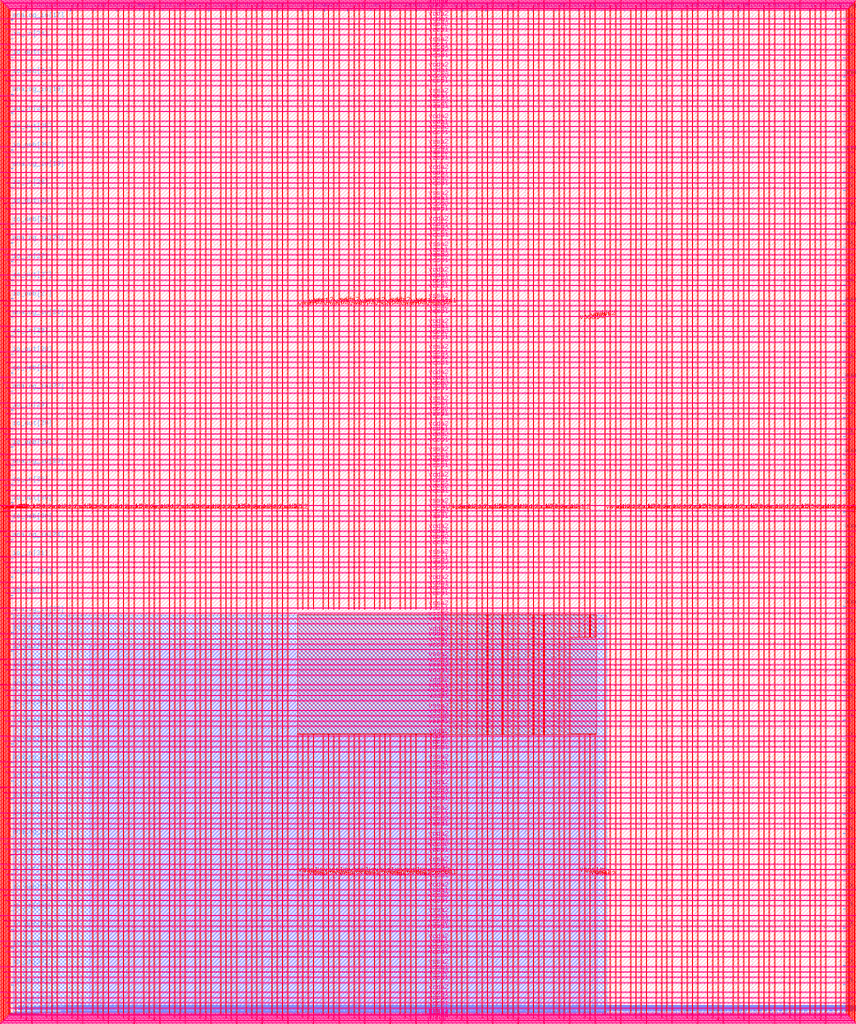
<source format=lef>
VERSION 5.7 ;
  NOWIREEXTENSIONATPIN ON ;
  DIVIDERCHAR "/" ;
  BUSBITCHARS "[]" ;
MACRO user_project_wrapper
  CLASS BLOCK ;
  FOREIGN user_project_wrapper ;
  ORIGIN 0.000 0.000 ;
  SIZE 2920.000 BY 3520.000 ;
  PIN analog_io[0]
    DIRECTION INOUT ;
    USE SIGNAL ;
    PORT
      LAYER met3 ;
        RECT 2917.600 1426.380 2924.800 1427.580 ;
    END
  END analog_io[0]
  PIN analog_io[10]
    DIRECTION INOUT ;
    USE SIGNAL ;
    PORT
      LAYER met2 ;
        RECT 2230.490 3517.600 2231.050 3524.800 ;
    END
  END analog_io[10]
  PIN analog_io[11]
    DIRECTION INOUT ;
    USE SIGNAL ;
    PORT
      LAYER met2 ;
        RECT 1905.730 3517.600 1906.290 3524.800 ;
    END
  END analog_io[11]
  PIN analog_io[12]
    DIRECTION INOUT ;
    USE SIGNAL ;
    PORT
      LAYER met2 ;
        RECT 1581.430 3517.600 1581.990 3524.800 ;
    END
  END analog_io[12]
  PIN analog_io[13]
    DIRECTION INOUT ;
    USE SIGNAL ;
    PORT
      LAYER met2 ;
        RECT 1257.130 3517.600 1257.690 3524.800 ;
    END
  END analog_io[13]
  PIN analog_io[14]
    DIRECTION INOUT ;
    USE SIGNAL ;
    PORT
      LAYER met2 ;
        RECT 932.370 3517.600 932.930 3524.800 ;
    END
  END analog_io[14]
  PIN analog_io[15]
    DIRECTION INOUT ;
    USE SIGNAL ;
    PORT
      LAYER met2 ;
        RECT 608.070 3517.600 608.630 3524.800 ;
    END
  END analog_io[15]
  PIN analog_io[16]
    DIRECTION INOUT ;
    USE SIGNAL ;
    PORT
      LAYER met2 ;
        RECT 283.770 3517.600 284.330 3524.800 ;
    END
  END analog_io[16]
  PIN analog_io[17]
    DIRECTION INOUT ;
    USE SIGNAL ;
    PORT
      LAYER met3 ;
        RECT -4.800 3486.100 2.400 3487.300 ;
    END
  END analog_io[17]
  PIN analog_io[18]
    DIRECTION INOUT ;
    USE SIGNAL ;
    PORT
      LAYER met3 ;
        RECT -4.800 3224.980 2.400 3226.180 ;
    END
  END analog_io[18]
  PIN analog_io[19]
    DIRECTION INOUT ;
    USE SIGNAL ;
    PORT
      LAYER met3 ;
        RECT -4.800 2964.540 2.400 2965.740 ;
    END
  END analog_io[19]
  PIN analog_io[1]
    DIRECTION INOUT ;
    USE SIGNAL ;
    PORT
      LAYER met3 ;
        RECT 2917.600 1692.260 2924.800 1693.460 ;
    END
  END analog_io[1]
  PIN analog_io[20]
    DIRECTION INOUT ;
    USE SIGNAL ;
    PORT
      LAYER met3 ;
        RECT -4.800 2703.420 2.400 2704.620 ;
    END
  END analog_io[20]
  PIN analog_io[21]
    DIRECTION INOUT ;
    USE SIGNAL ;
    PORT
      LAYER met3 ;
        RECT -4.800 2442.980 2.400 2444.180 ;
    END
  END analog_io[21]
  PIN analog_io[22]
    DIRECTION INOUT ;
    USE SIGNAL ;
    PORT
      LAYER met3 ;
        RECT -4.800 2182.540 2.400 2183.740 ;
    END
  END analog_io[22]
  PIN analog_io[23]
    DIRECTION INOUT ;
    USE SIGNAL ;
    PORT
      LAYER met3 ;
        RECT -4.800 1921.420 2.400 1922.620 ;
    END
  END analog_io[23]
  PIN analog_io[24]
    DIRECTION INOUT ;
    USE SIGNAL ;
    PORT
      LAYER met3 ;
        RECT -4.800 1660.980 2.400 1662.180 ;
    END
  END analog_io[24]
  PIN analog_io[25]
    DIRECTION INOUT ;
    USE SIGNAL ;
    PORT
      LAYER met3 ;
        RECT -4.800 1399.860 2.400 1401.060 ;
    END
  END analog_io[25]
  PIN analog_io[26]
    DIRECTION INOUT ;
    USE SIGNAL ;
    PORT
      LAYER met3 ;
        RECT -4.800 1139.420 2.400 1140.620 ;
    END
  END analog_io[26]
  PIN analog_io[27]
    DIRECTION INOUT ;
    USE SIGNAL ;
    PORT
      LAYER met3 ;
        RECT -4.800 878.980 2.400 880.180 ;
    END
  END analog_io[27]
  PIN analog_io[28]
    DIRECTION INOUT ;
    USE SIGNAL ;
    PORT
      LAYER met3 ;
        RECT -4.800 617.860 2.400 619.060 ;
    END
  END analog_io[28]
  PIN analog_io[2]
    DIRECTION INOUT ;
    USE SIGNAL ;
    PORT
      LAYER met3 ;
        RECT 2917.600 1958.140 2924.800 1959.340 ;
    END
  END analog_io[2]
  PIN analog_io[3]
    DIRECTION INOUT ;
    USE SIGNAL ;
    PORT
      LAYER met3 ;
        RECT 2917.600 2223.340 2924.800 2224.540 ;
    END
  END analog_io[3]
  PIN analog_io[4]
    DIRECTION INOUT ;
    USE SIGNAL ;
    PORT
      LAYER met3 ;
        RECT 2917.600 2489.220 2924.800 2490.420 ;
    END
  END analog_io[4]
  PIN analog_io[5]
    DIRECTION INOUT ;
    USE SIGNAL ;
    PORT
      LAYER met3 ;
        RECT 2917.600 2755.100 2924.800 2756.300 ;
    END
  END analog_io[5]
  PIN analog_io[6]
    DIRECTION INOUT ;
    USE SIGNAL ;
    PORT
      LAYER met3 ;
        RECT 2917.600 3020.300 2924.800 3021.500 ;
    END
  END analog_io[6]
  PIN analog_io[7]
    DIRECTION INOUT ;
    USE SIGNAL ;
    PORT
      LAYER met3 ;
        RECT 2917.600 3286.180 2924.800 3287.380 ;
    END
  END analog_io[7]
  PIN analog_io[8]
    DIRECTION INOUT ;
    USE SIGNAL ;
    PORT
      LAYER met2 ;
        RECT 2879.090 3517.600 2879.650 3524.800 ;
    END
  END analog_io[8]
  PIN analog_io[9]
    DIRECTION INOUT ;
    USE SIGNAL ;
    PORT
      LAYER met2 ;
        RECT 2554.790 3517.600 2555.350 3524.800 ;
    END
  END analog_io[9]
  PIN io_in[0]
    DIRECTION INPUT ;
    USE SIGNAL ;
    PORT
      LAYER met3 ;
        RECT 2917.600 32.380 2924.800 33.580 ;
    END
  END io_in[0]
  PIN io_in[10]
    DIRECTION INPUT ;
    USE SIGNAL ;
    PORT
      LAYER met3 ;
        RECT 2917.600 2289.980 2924.800 2291.180 ;
    END
  END io_in[10]
  PIN io_in[11]
    DIRECTION INPUT ;
    USE SIGNAL ;
    PORT
      LAYER met3 ;
        RECT 2917.600 2555.860 2924.800 2557.060 ;
    END
  END io_in[11]
  PIN io_in[12]
    DIRECTION INPUT ;
    USE SIGNAL ;
    PORT
      LAYER met3 ;
        RECT 2917.600 2821.060 2924.800 2822.260 ;
    END
  END io_in[12]
  PIN io_in[13]
    DIRECTION INPUT ;
    USE SIGNAL ;
    PORT
      LAYER met3 ;
        RECT 2917.600 3086.940 2924.800 3088.140 ;
    END
  END io_in[13]
  PIN io_in[14]
    DIRECTION INPUT ;
    USE SIGNAL ;
    PORT
      LAYER met3 ;
        RECT 2917.600 3352.820 2924.800 3354.020 ;
    END
  END io_in[14]
  PIN io_in[15]
    DIRECTION INPUT ;
    USE SIGNAL ;
    PORT
      LAYER met2 ;
        RECT 2798.130 3517.600 2798.690 3524.800 ;
    END
  END io_in[15]
  PIN io_in[16]
    DIRECTION INPUT ;
    USE SIGNAL ;
    PORT
      LAYER met2 ;
        RECT 2473.830 3517.600 2474.390 3524.800 ;
    END
  END io_in[16]
  PIN io_in[17]
    DIRECTION INPUT ;
    USE SIGNAL ;
    PORT
      LAYER met2 ;
        RECT 2149.070 3517.600 2149.630 3524.800 ;
    END
  END io_in[17]
  PIN io_in[18]
    DIRECTION INPUT ;
    USE SIGNAL ;
    PORT
      LAYER met2 ;
        RECT 1824.770 3517.600 1825.330 3524.800 ;
    END
  END io_in[18]
  PIN io_in[19]
    DIRECTION INPUT ;
    USE SIGNAL ;
    PORT
      LAYER met2 ;
        RECT 1500.470 3517.600 1501.030 3524.800 ;
    END
  END io_in[19]
  PIN io_in[1]
    DIRECTION INPUT ;
    USE SIGNAL ;
    PORT
      LAYER met3 ;
        RECT 2917.600 230.940 2924.800 232.140 ;
    END
  END io_in[1]
  PIN io_in[20]
    DIRECTION INPUT ;
    USE SIGNAL ;
    PORT
      LAYER met2 ;
        RECT 1175.710 3517.600 1176.270 3524.800 ;
    END
  END io_in[20]
  PIN io_in[21]
    DIRECTION INPUT ;
    USE SIGNAL ;
    PORT
      LAYER met2 ;
        RECT 851.410 3517.600 851.970 3524.800 ;
    END
  END io_in[21]
  PIN io_in[22]
    DIRECTION INPUT ;
    USE SIGNAL ;
    PORT
      LAYER met2 ;
        RECT 527.110 3517.600 527.670 3524.800 ;
    END
  END io_in[22]
  PIN io_in[23]
    DIRECTION INPUT ;
    USE SIGNAL ;
    PORT
      LAYER met2 ;
        RECT 202.350 3517.600 202.910 3524.800 ;
    END
  END io_in[23]
  PIN io_in[24]
    DIRECTION INPUT ;
    USE SIGNAL ;
    PORT
      LAYER met3 ;
        RECT -4.800 3420.820 2.400 3422.020 ;
    END
  END io_in[24]
  PIN io_in[25]
    DIRECTION INPUT ;
    USE SIGNAL ;
    PORT
      LAYER met3 ;
        RECT -4.800 3159.700 2.400 3160.900 ;
    END
  END io_in[25]
  PIN io_in[26]
    DIRECTION INPUT ;
    USE SIGNAL ;
    PORT
      LAYER met3 ;
        RECT -4.800 2899.260 2.400 2900.460 ;
    END
  END io_in[26]
  PIN io_in[27]
    DIRECTION INPUT ;
    USE SIGNAL ;
    PORT
      LAYER met3 ;
        RECT -4.800 2638.820 2.400 2640.020 ;
    END
  END io_in[27]
  PIN io_in[28]
    DIRECTION INPUT ;
    USE SIGNAL ;
    PORT
      LAYER met3 ;
        RECT -4.800 2377.700 2.400 2378.900 ;
    END
  END io_in[28]
  PIN io_in[29]
    DIRECTION INPUT ;
    USE SIGNAL ;
    PORT
      LAYER met3 ;
        RECT -4.800 2117.260 2.400 2118.460 ;
    END
  END io_in[29]
  PIN io_in[2]
    DIRECTION INPUT ;
    USE SIGNAL ;
    PORT
      LAYER met3 ;
        RECT 2917.600 430.180 2924.800 431.380 ;
    END
  END io_in[2]
  PIN io_in[30]
    DIRECTION INPUT ;
    USE SIGNAL ;
    PORT
      LAYER met3 ;
        RECT -4.800 1856.140 2.400 1857.340 ;
    END
  END io_in[30]
  PIN io_in[31]
    DIRECTION INPUT ;
    USE SIGNAL ;
    PORT
      LAYER met3 ;
        RECT -4.800 1595.700 2.400 1596.900 ;
    END
  END io_in[31]
  PIN io_in[32]
    DIRECTION INPUT ;
    USE SIGNAL ;
    PORT
      LAYER met3 ;
        RECT -4.800 1335.260 2.400 1336.460 ;
    END
  END io_in[32]
  PIN io_in[33]
    DIRECTION INPUT ;
    USE SIGNAL ;
    PORT
      LAYER met3 ;
        RECT -4.800 1074.140 2.400 1075.340 ;
    END
  END io_in[33]
  PIN io_in[34]
    DIRECTION INPUT ;
    USE SIGNAL ;
    PORT
      LAYER met3 ;
        RECT -4.800 813.700 2.400 814.900 ;
    END
  END io_in[34]
  PIN io_in[35]
    DIRECTION INPUT ;
    USE SIGNAL ;
    PORT
      LAYER met3 ;
        RECT -4.800 552.580 2.400 553.780 ;
    END
  END io_in[35]
  PIN io_in[36]
    DIRECTION INPUT ;
    USE SIGNAL ;
    PORT
      LAYER met3 ;
        RECT -4.800 357.420 2.400 358.620 ;
    END
  END io_in[36]
  PIN io_in[37]
    DIRECTION INPUT ;
    USE SIGNAL ;
    PORT
      LAYER met3 ;
        RECT -4.800 161.580 2.400 162.780 ;
    END
  END io_in[37]
  PIN io_in[3]
    DIRECTION INPUT ;
    USE SIGNAL ;
    PORT
      LAYER met3 ;
        RECT 2917.600 629.420 2924.800 630.620 ;
    END
  END io_in[3]
  PIN io_in[4]
    DIRECTION INPUT ;
    USE SIGNAL ;
    PORT
      LAYER met3 ;
        RECT 2917.600 828.660 2924.800 829.860 ;
    END
  END io_in[4]
  PIN io_in[5]
    DIRECTION INPUT ;
    USE SIGNAL ;
    PORT
      LAYER met3 ;
        RECT 2917.600 1027.900 2924.800 1029.100 ;
    END
  END io_in[5]
  PIN io_in[6]
    DIRECTION INPUT ;
    USE SIGNAL ;
    PORT
      LAYER met3 ;
        RECT 2917.600 1227.140 2924.800 1228.340 ;
    END
  END io_in[6]
  PIN io_in[7]
    DIRECTION INPUT ;
    USE SIGNAL ;
    PORT
      LAYER met3 ;
        RECT 2917.600 1493.020 2924.800 1494.220 ;
    END
  END io_in[7]
  PIN io_in[8]
    DIRECTION INPUT ;
    USE SIGNAL ;
    PORT
      LAYER met3 ;
        RECT 2917.600 1758.900 2924.800 1760.100 ;
    END
  END io_in[8]
  PIN io_in[9]
    DIRECTION INPUT ;
    USE SIGNAL ;
    PORT
      LAYER met3 ;
        RECT 2917.600 2024.100 2924.800 2025.300 ;
    END
  END io_in[9]
  PIN io_oeb[0]
    DIRECTION OUTPUT TRISTATE ;
    USE SIGNAL ;
    PORT
      LAYER met3 ;
        RECT 2917.600 164.980 2924.800 166.180 ;
    END
  END io_oeb[0]
  PIN io_oeb[10]
    DIRECTION OUTPUT TRISTATE ;
    USE SIGNAL ;
    PORT
      LAYER met3 ;
        RECT 2917.600 2422.580 2924.800 2423.780 ;
    END
  END io_oeb[10]
  PIN io_oeb[11]
    DIRECTION OUTPUT TRISTATE ;
    USE SIGNAL ;
    PORT
      LAYER met3 ;
        RECT 2917.600 2688.460 2924.800 2689.660 ;
    END
  END io_oeb[11]
  PIN io_oeb[12]
    DIRECTION OUTPUT TRISTATE ;
    USE SIGNAL ;
    PORT
      LAYER met3 ;
        RECT 2917.600 2954.340 2924.800 2955.540 ;
    END
  END io_oeb[12]
  PIN io_oeb[13]
    DIRECTION OUTPUT TRISTATE ;
    USE SIGNAL ;
    PORT
      LAYER met3 ;
        RECT 2917.600 3219.540 2924.800 3220.740 ;
    END
  END io_oeb[13]
  PIN io_oeb[14]
    DIRECTION OUTPUT TRISTATE ;
    USE SIGNAL ;
    PORT
      LAYER met3 ;
        RECT 2917.600 3485.420 2924.800 3486.620 ;
    END
  END io_oeb[14]
  PIN io_oeb[15]
    DIRECTION OUTPUT TRISTATE ;
    USE SIGNAL ;
    PORT
      LAYER met2 ;
        RECT 2635.750 3517.600 2636.310 3524.800 ;
    END
  END io_oeb[15]
  PIN io_oeb[16]
    DIRECTION OUTPUT TRISTATE ;
    USE SIGNAL ;
    PORT
      LAYER met2 ;
        RECT 2311.450 3517.600 2312.010 3524.800 ;
    END
  END io_oeb[16]
  PIN io_oeb[17]
    DIRECTION OUTPUT TRISTATE ;
    USE SIGNAL ;
    PORT
      LAYER met2 ;
        RECT 1987.150 3517.600 1987.710 3524.800 ;
    END
  END io_oeb[17]
  PIN io_oeb[18]
    DIRECTION OUTPUT TRISTATE ;
    USE SIGNAL ;
    PORT
      LAYER met2 ;
        RECT 1662.390 3517.600 1662.950 3524.800 ;
    END
  END io_oeb[18]
  PIN io_oeb[19]
    DIRECTION OUTPUT TRISTATE ;
    USE SIGNAL ;
    PORT
      LAYER met2 ;
        RECT 1338.090 3517.600 1338.650 3524.800 ;
    END
  END io_oeb[19]
  PIN io_oeb[1]
    DIRECTION OUTPUT TRISTATE ;
    USE SIGNAL ;
    PORT
      LAYER met3 ;
        RECT 2917.600 364.220 2924.800 365.420 ;
    END
  END io_oeb[1]
  PIN io_oeb[20]
    DIRECTION OUTPUT TRISTATE ;
    USE SIGNAL ;
    PORT
      LAYER met2 ;
        RECT 1013.790 3517.600 1014.350 3524.800 ;
    END
  END io_oeb[20]
  PIN io_oeb[21]
    DIRECTION OUTPUT TRISTATE ;
    USE SIGNAL ;
    PORT
      LAYER met2 ;
        RECT 689.030 3517.600 689.590 3524.800 ;
    END
  END io_oeb[21]
  PIN io_oeb[22]
    DIRECTION OUTPUT TRISTATE ;
    USE SIGNAL ;
    PORT
      LAYER met2 ;
        RECT 364.730 3517.600 365.290 3524.800 ;
    END
  END io_oeb[22]
  PIN io_oeb[23]
    DIRECTION OUTPUT TRISTATE ;
    USE SIGNAL ;
    PORT
      LAYER met2 ;
        RECT 40.430 3517.600 40.990 3524.800 ;
    END
  END io_oeb[23]
  PIN io_oeb[24]
    DIRECTION OUTPUT TRISTATE ;
    USE SIGNAL ;
    PORT
      LAYER met3 ;
        RECT -4.800 3290.260 2.400 3291.460 ;
    END
  END io_oeb[24]
  PIN io_oeb[25]
    DIRECTION OUTPUT TRISTATE ;
    USE SIGNAL ;
    PORT
      LAYER met3 ;
        RECT -4.800 3029.820 2.400 3031.020 ;
    END
  END io_oeb[25]
  PIN io_oeb[26]
    DIRECTION OUTPUT TRISTATE ;
    USE SIGNAL ;
    PORT
      LAYER met3 ;
        RECT -4.800 2768.700 2.400 2769.900 ;
    END
  END io_oeb[26]
  PIN io_oeb[27]
    DIRECTION OUTPUT TRISTATE ;
    USE SIGNAL ;
    PORT
      LAYER met3 ;
        RECT -4.800 2508.260 2.400 2509.460 ;
    END
  END io_oeb[27]
  PIN io_oeb[28]
    DIRECTION OUTPUT TRISTATE ;
    USE SIGNAL ;
    PORT
      LAYER met3 ;
        RECT -4.800 2247.140 2.400 2248.340 ;
    END
  END io_oeb[28]
  PIN io_oeb[29]
    DIRECTION OUTPUT TRISTATE ;
    USE SIGNAL ;
    PORT
      LAYER met3 ;
        RECT -4.800 1986.700 2.400 1987.900 ;
    END
  END io_oeb[29]
  PIN io_oeb[2]
    DIRECTION OUTPUT TRISTATE ;
    USE SIGNAL ;
    PORT
      LAYER met3 ;
        RECT 2917.600 563.460 2924.800 564.660 ;
    END
  END io_oeb[2]
  PIN io_oeb[30]
    DIRECTION OUTPUT TRISTATE ;
    USE SIGNAL ;
    PORT
      LAYER met3 ;
        RECT -4.800 1726.260 2.400 1727.460 ;
    END
  END io_oeb[30]
  PIN io_oeb[31]
    DIRECTION OUTPUT TRISTATE ;
    USE SIGNAL ;
    PORT
      LAYER met3 ;
        RECT -4.800 1465.140 2.400 1466.340 ;
    END
  END io_oeb[31]
  PIN io_oeb[32]
    DIRECTION OUTPUT TRISTATE ;
    USE SIGNAL ;
    PORT
      LAYER met3 ;
        RECT -4.800 1204.700 2.400 1205.900 ;
    END
  END io_oeb[32]
  PIN io_oeb[33]
    DIRECTION OUTPUT TRISTATE ;
    USE SIGNAL ;
    PORT
      LAYER met3 ;
        RECT -4.800 943.580 2.400 944.780 ;
    END
  END io_oeb[33]
  PIN io_oeb[34]
    DIRECTION OUTPUT TRISTATE ;
    USE SIGNAL ;
    PORT
      LAYER met3 ;
        RECT -4.800 683.140 2.400 684.340 ;
    END
  END io_oeb[34]
  PIN io_oeb[35]
    DIRECTION OUTPUT TRISTATE ;
    USE SIGNAL ;
    PORT
      LAYER met3 ;
        RECT -4.800 422.700 2.400 423.900 ;
    END
  END io_oeb[35]
  PIN io_oeb[36]
    DIRECTION OUTPUT TRISTATE ;
    USE SIGNAL ;
    PORT
      LAYER met3 ;
        RECT -4.800 226.860 2.400 228.060 ;
    END
  END io_oeb[36]
  PIN io_oeb[37]
    DIRECTION OUTPUT TRISTATE ;
    USE SIGNAL ;
    PORT
      LAYER met3 ;
        RECT -4.800 31.700 2.400 32.900 ;
    END
  END io_oeb[37]
  PIN io_oeb[3]
    DIRECTION OUTPUT TRISTATE ;
    USE SIGNAL ;
    PORT
      LAYER met3 ;
        RECT 2917.600 762.700 2924.800 763.900 ;
    END
  END io_oeb[3]
  PIN io_oeb[4]
    DIRECTION OUTPUT TRISTATE ;
    USE SIGNAL ;
    PORT
      LAYER met3 ;
        RECT 2917.600 961.940 2924.800 963.140 ;
    END
  END io_oeb[4]
  PIN io_oeb[5]
    DIRECTION OUTPUT TRISTATE ;
    USE SIGNAL ;
    PORT
      LAYER met3 ;
        RECT 2917.600 1161.180 2924.800 1162.380 ;
    END
  END io_oeb[5]
  PIN io_oeb[6]
    DIRECTION OUTPUT TRISTATE ;
    USE SIGNAL ;
    PORT
      LAYER met3 ;
        RECT 2917.600 1360.420 2924.800 1361.620 ;
    END
  END io_oeb[6]
  PIN io_oeb[7]
    DIRECTION OUTPUT TRISTATE ;
    USE SIGNAL ;
    PORT
      LAYER met3 ;
        RECT 2917.600 1625.620 2924.800 1626.820 ;
    END
  END io_oeb[7]
  PIN io_oeb[8]
    DIRECTION OUTPUT TRISTATE ;
    USE SIGNAL ;
    PORT
      LAYER met3 ;
        RECT 2917.600 1891.500 2924.800 1892.700 ;
    END
  END io_oeb[8]
  PIN io_oeb[9]
    DIRECTION OUTPUT TRISTATE ;
    USE SIGNAL ;
    PORT
      LAYER met3 ;
        RECT 2917.600 2157.380 2924.800 2158.580 ;
    END
  END io_oeb[9]
  PIN io_out[0]
    DIRECTION OUTPUT TRISTATE ;
    USE SIGNAL ;
    PORT
      LAYER met3 ;
        RECT 2917.600 98.340 2924.800 99.540 ;
    END
  END io_out[0]
  PIN io_out[10]
    DIRECTION OUTPUT TRISTATE ;
    USE SIGNAL ;
    PORT
      LAYER met3 ;
        RECT 2917.600 2356.620 2924.800 2357.820 ;
    END
  END io_out[10]
  PIN io_out[11]
    DIRECTION OUTPUT TRISTATE ;
    USE SIGNAL ;
    PORT
      LAYER met3 ;
        RECT 2917.600 2621.820 2924.800 2623.020 ;
    END
  END io_out[11]
  PIN io_out[12]
    DIRECTION OUTPUT TRISTATE ;
    USE SIGNAL ;
    PORT
      LAYER met3 ;
        RECT 2917.600 2887.700 2924.800 2888.900 ;
    END
  END io_out[12]
  PIN io_out[13]
    DIRECTION OUTPUT TRISTATE ;
    USE SIGNAL ;
    PORT
      LAYER met3 ;
        RECT 2917.600 3153.580 2924.800 3154.780 ;
    END
  END io_out[13]
  PIN io_out[14]
    DIRECTION OUTPUT TRISTATE ;
    USE SIGNAL ;
    PORT
      LAYER met3 ;
        RECT 2917.600 3418.780 2924.800 3419.980 ;
    END
  END io_out[14]
  PIN io_out[15]
    DIRECTION OUTPUT TRISTATE ;
    USE SIGNAL ;
    PORT
      LAYER met2 ;
        RECT 2717.170 3517.600 2717.730 3524.800 ;
    END
  END io_out[15]
  PIN io_out[16]
    DIRECTION OUTPUT TRISTATE ;
    USE SIGNAL ;
    PORT
      LAYER met2 ;
        RECT 2392.410 3517.600 2392.970 3524.800 ;
    END
  END io_out[16]
  PIN io_out[17]
    DIRECTION OUTPUT TRISTATE ;
    USE SIGNAL ;
    PORT
      LAYER met2 ;
        RECT 2068.110 3517.600 2068.670 3524.800 ;
    END
  END io_out[17]
  PIN io_out[18]
    DIRECTION OUTPUT TRISTATE ;
    USE SIGNAL ;
    PORT
      LAYER met2 ;
        RECT 1743.810 3517.600 1744.370 3524.800 ;
    END
  END io_out[18]
  PIN io_out[19]
    DIRECTION OUTPUT TRISTATE ;
    USE SIGNAL ;
    PORT
      LAYER met2 ;
        RECT 1419.050 3517.600 1419.610 3524.800 ;
    END
  END io_out[19]
  PIN io_out[1]
    DIRECTION OUTPUT TRISTATE ;
    USE SIGNAL ;
    PORT
      LAYER met3 ;
        RECT 2917.600 297.580 2924.800 298.780 ;
    END
  END io_out[1]
  PIN io_out[20]
    DIRECTION OUTPUT TRISTATE ;
    USE SIGNAL ;
    PORT
      LAYER met2 ;
        RECT 1094.750 3517.600 1095.310 3524.800 ;
    END
  END io_out[20]
  PIN io_out[21]
    DIRECTION OUTPUT TRISTATE ;
    USE SIGNAL ;
    PORT
      LAYER met2 ;
        RECT 770.450 3517.600 771.010 3524.800 ;
    END
  END io_out[21]
  PIN io_out[22]
    DIRECTION OUTPUT TRISTATE ;
    USE SIGNAL ;
    PORT
      LAYER met2 ;
        RECT 445.690 3517.600 446.250 3524.800 ;
    END
  END io_out[22]
  PIN io_out[23]
    DIRECTION OUTPUT TRISTATE ;
    USE SIGNAL ;
    PORT
      LAYER met2 ;
        RECT 121.390 3517.600 121.950 3524.800 ;
    END
  END io_out[23]
  PIN io_out[24]
    DIRECTION OUTPUT TRISTATE ;
    USE SIGNAL ;
    PORT
      LAYER met3 ;
        RECT -4.800 3355.540 2.400 3356.740 ;
    END
  END io_out[24]
  PIN io_out[25]
    DIRECTION OUTPUT TRISTATE ;
    USE SIGNAL ;
    PORT
      LAYER met3 ;
        RECT -4.800 3095.100 2.400 3096.300 ;
    END
  END io_out[25]
  PIN io_out[26]
    DIRECTION OUTPUT TRISTATE ;
    USE SIGNAL ;
    PORT
      LAYER met3 ;
        RECT -4.800 2833.980 2.400 2835.180 ;
    END
  END io_out[26]
  PIN io_out[27]
    DIRECTION OUTPUT TRISTATE ;
    USE SIGNAL ;
    PORT
      LAYER met3 ;
        RECT -4.800 2573.540 2.400 2574.740 ;
    END
  END io_out[27]
  PIN io_out[28]
    DIRECTION OUTPUT TRISTATE ;
    USE SIGNAL ;
    PORT
      LAYER met3 ;
        RECT -4.800 2312.420 2.400 2313.620 ;
    END
  END io_out[28]
  PIN io_out[29]
    DIRECTION OUTPUT TRISTATE ;
    USE SIGNAL ;
    PORT
      LAYER met3 ;
        RECT -4.800 2051.980 2.400 2053.180 ;
    END
  END io_out[29]
  PIN io_out[2]
    DIRECTION OUTPUT TRISTATE ;
    USE SIGNAL ;
    PORT
      LAYER met3 ;
        RECT 2917.600 496.820 2924.800 498.020 ;
    END
  END io_out[2]
  PIN io_out[30]
    DIRECTION OUTPUT TRISTATE ;
    USE SIGNAL ;
    PORT
      LAYER met3 ;
        RECT -4.800 1791.540 2.400 1792.740 ;
    END
  END io_out[30]
  PIN io_out[31]
    DIRECTION OUTPUT TRISTATE ;
    USE SIGNAL ;
    PORT
      LAYER met3 ;
        RECT -4.800 1530.420 2.400 1531.620 ;
    END
  END io_out[31]
  PIN io_out[32]
    DIRECTION OUTPUT TRISTATE ;
    USE SIGNAL ;
    PORT
      LAYER met3 ;
        RECT -4.800 1269.980 2.400 1271.180 ;
    END
  END io_out[32]
  PIN io_out[33]
    DIRECTION OUTPUT TRISTATE ;
    USE SIGNAL ;
    PORT
      LAYER met3 ;
        RECT -4.800 1008.860 2.400 1010.060 ;
    END
  END io_out[33]
  PIN io_out[34]
    DIRECTION OUTPUT TRISTATE ;
    USE SIGNAL ;
    PORT
      LAYER met3 ;
        RECT -4.800 748.420 2.400 749.620 ;
    END
  END io_out[34]
  PIN io_out[35]
    DIRECTION OUTPUT TRISTATE ;
    USE SIGNAL ;
    PORT
      LAYER met3 ;
        RECT -4.800 487.300 2.400 488.500 ;
    END
  END io_out[35]
  PIN io_out[36]
    DIRECTION OUTPUT TRISTATE ;
    USE SIGNAL ;
    PORT
      LAYER met3 ;
        RECT -4.800 292.140 2.400 293.340 ;
    END
  END io_out[36]
  PIN io_out[37]
    DIRECTION OUTPUT TRISTATE ;
    USE SIGNAL ;
    PORT
      LAYER met3 ;
        RECT -4.800 96.300 2.400 97.500 ;
    END
  END io_out[37]
  PIN io_out[3]
    DIRECTION OUTPUT TRISTATE ;
    USE SIGNAL ;
    PORT
      LAYER met3 ;
        RECT 2917.600 696.060 2924.800 697.260 ;
    END
  END io_out[3]
  PIN io_out[4]
    DIRECTION OUTPUT TRISTATE ;
    USE SIGNAL ;
    PORT
      LAYER met3 ;
        RECT 2917.600 895.300 2924.800 896.500 ;
    END
  END io_out[4]
  PIN io_out[5]
    DIRECTION OUTPUT TRISTATE ;
    USE SIGNAL ;
    PORT
      LAYER met3 ;
        RECT 2917.600 1094.540 2924.800 1095.740 ;
    END
  END io_out[5]
  PIN io_out[6]
    DIRECTION OUTPUT TRISTATE ;
    USE SIGNAL ;
    PORT
      LAYER met3 ;
        RECT 2917.600 1293.780 2924.800 1294.980 ;
    END
  END io_out[6]
  PIN io_out[7]
    DIRECTION OUTPUT TRISTATE ;
    USE SIGNAL ;
    PORT
      LAYER met3 ;
        RECT 2917.600 1559.660 2924.800 1560.860 ;
    END
  END io_out[7]
  PIN io_out[8]
    DIRECTION OUTPUT TRISTATE ;
    USE SIGNAL ;
    PORT
      LAYER met3 ;
        RECT 2917.600 1824.860 2924.800 1826.060 ;
    END
  END io_out[8]
  PIN io_out[9]
    DIRECTION OUTPUT TRISTATE ;
    USE SIGNAL ;
    PORT
      LAYER met3 ;
        RECT 2917.600 2090.740 2924.800 2091.940 ;
    END
  END io_out[9]
  PIN la_data_in[0]
    DIRECTION INPUT ;
    USE SIGNAL ;
    PORT
      LAYER met2 ;
        RECT 629.230 -4.800 629.790 2.400 ;
    END
  END la_data_in[0]
  PIN la_data_in[100]
    DIRECTION INPUT ;
    USE SIGNAL ;
    PORT
      LAYER met2 ;
        RECT 2402.530 -4.800 2403.090 2.400 ;
    END
  END la_data_in[100]
  PIN la_data_in[101]
    DIRECTION INPUT ;
    USE SIGNAL ;
    PORT
      LAYER met2 ;
        RECT 2420.010 -4.800 2420.570 2.400 ;
    END
  END la_data_in[101]
  PIN la_data_in[102]
    DIRECTION INPUT ;
    USE SIGNAL ;
    PORT
      LAYER met2 ;
        RECT 2437.950 -4.800 2438.510 2.400 ;
    END
  END la_data_in[102]
  PIN la_data_in[103]
    DIRECTION INPUT ;
    USE SIGNAL ;
    PORT
      LAYER met2 ;
        RECT 2455.430 -4.800 2455.990 2.400 ;
    END
  END la_data_in[103]
  PIN la_data_in[104]
    DIRECTION INPUT ;
    USE SIGNAL ;
    PORT
      LAYER met2 ;
        RECT 2473.370 -4.800 2473.930 2.400 ;
    END
  END la_data_in[104]
  PIN la_data_in[105]
    DIRECTION INPUT ;
    USE SIGNAL ;
    PORT
      LAYER met2 ;
        RECT 2490.850 -4.800 2491.410 2.400 ;
    END
  END la_data_in[105]
  PIN la_data_in[106]
    DIRECTION INPUT ;
    USE SIGNAL ;
    PORT
      LAYER met2 ;
        RECT 2508.790 -4.800 2509.350 2.400 ;
    END
  END la_data_in[106]
  PIN la_data_in[107]
    DIRECTION INPUT ;
    USE SIGNAL ;
    PORT
      LAYER met2 ;
        RECT 2526.730 -4.800 2527.290 2.400 ;
    END
  END la_data_in[107]
  PIN la_data_in[108]
    DIRECTION INPUT ;
    USE SIGNAL ;
    PORT
      LAYER met2 ;
        RECT 2544.210 -4.800 2544.770 2.400 ;
    END
  END la_data_in[108]
  PIN la_data_in[109]
    DIRECTION INPUT ;
    USE SIGNAL ;
    PORT
      LAYER met2 ;
        RECT 2562.150 -4.800 2562.710 2.400 ;
    END
  END la_data_in[109]
  PIN la_data_in[10]
    DIRECTION INPUT ;
    USE SIGNAL ;
    PORT
      LAYER met2 ;
        RECT 806.330 -4.800 806.890 2.400 ;
    END
  END la_data_in[10]
  PIN la_data_in[110]
    DIRECTION INPUT ;
    USE SIGNAL ;
    PORT
      LAYER met2 ;
        RECT 2579.630 -4.800 2580.190 2.400 ;
    END
  END la_data_in[110]
  PIN la_data_in[111]
    DIRECTION INPUT ;
    USE SIGNAL ;
    PORT
      LAYER met2 ;
        RECT 2597.570 -4.800 2598.130 2.400 ;
    END
  END la_data_in[111]
  PIN la_data_in[112]
    DIRECTION INPUT ;
    USE SIGNAL ;
    PORT
      LAYER met2 ;
        RECT 2615.050 -4.800 2615.610 2.400 ;
    END
  END la_data_in[112]
  PIN la_data_in[113]
    DIRECTION INPUT ;
    USE SIGNAL ;
    PORT
      LAYER met2 ;
        RECT 2632.990 -4.800 2633.550 2.400 ;
    END
  END la_data_in[113]
  PIN la_data_in[114]
    DIRECTION INPUT ;
    USE SIGNAL ;
    PORT
      LAYER met2 ;
        RECT 2650.470 -4.800 2651.030 2.400 ;
    END
  END la_data_in[114]
  PIN la_data_in[115]
    DIRECTION INPUT ;
    USE SIGNAL ;
    PORT
      LAYER met2 ;
        RECT 2668.410 -4.800 2668.970 2.400 ;
    END
  END la_data_in[115]
  PIN la_data_in[116]
    DIRECTION INPUT ;
    USE SIGNAL ;
    PORT
      LAYER met2 ;
        RECT 2685.890 -4.800 2686.450 2.400 ;
    END
  END la_data_in[116]
  PIN la_data_in[117]
    DIRECTION INPUT ;
    USE SIGNAL ;
    PORT
      LAYER met2 ;
        RECT 2703.830 -4.800 2704.390 2.400 ;
    END
  END la_data_in[117]
  PIN la_data_in[118]
    DIRECTION INPUT ;
    USE SIGNAL ;
    PORT
      LAYER met2 ;
        RECT 2721.770 -4.800 2722.330 2.400 ;
    END
  END la_data_in[118]
  PIN la_data_in[119]
    DIRECTION INPUT ;
    USE SIGNAL ;
    PORT
      LAYER met2 ;
        RECT 2739.250 -4.800 2739.810 2.400 ;
    END
  END la_data_in[119]
  PIN la_data_in[11]
    DIRECTION INPUT ;
    USE SIGNAL ;
    PORT
      LAYER met2 ;
        RECT 824.270 -4.800 824.830 2.400 ;
    END
  END la_data_in[11]
  PIN la_data_in[120]
    DIRECTION INPUT ;
    USE SIGNAL ;
    PORT
      LAYER met2 ;
        RECT 2757.190 -4.800 2757.750 2.400 ;
    END
  END la_data_in[120]
  PIN la_data_in[121]
    DIRECTION INPUT ;
    USE SIGNAL ;
    PORT
      LAYER met2 ;
        RECT 2774.670 -4.800 2775.230 2.400 ;
    END
  END la_data_in[121]
  PIN la_data_in[122]
    DIRECTION INPUT ;
    USE SIGNAL ;
    PORT
      LAYER met2 ;
        RECT 2792.610 -4.800 2793.170 2.400 ;
    END
  END la_data_in[122]
  PIN la_data_in[123]
    DIRECTION INPUT ;
    USE SIGNAL ;
    PORT
      LAYER met2 ;
        RECT 2810.090 -4.800 2810.650 2.400 ;
    END
  END la_data_in[123]
  PIN la_data_in[124]
    DIRECTION INPUT ;
    USE SIGNAL ;
    PORT
      LAYER met2 ;
        RECT 2828.030 -4.800 2828.590 2.400 ;
    END
  END la_data_in[124]
  PIN la_data_in[125]
    DIRECTION INPUT ;
    USE SIGNAL ;
    PORT
      LAYER met2 ;
        RECT 2845.510 -4.800 2846.070 2.400 ;
    END
  END la_data_in[125]
  PIN la_data_in[126]
    DIRECTION INPUT ;
    USE SIGNAL ;
    PORT
      LAYER met2 ;
        RECT 2863.450 -4.800 2864.010 2.400 ;
    END
  END la_data_in[126]
  PIN la_data_in[127]
    DIRECTION INPUT ;
    USE SIGNAL ;
    PORT
      LAYER met2 ;
        RECT 2881.390 -4.800 2881.950 2.400 ;
    END
  END la_data_in[127]
  PIN la_data_in[12]
    DIRECTION INPUT ;
    USE SIGNAL ;
    PORT
      LAYER met2 ;
        RECT 841.750 -4.800 842.310 2.400 ;
    END
  END la_data_in[12]
  PIN la_data_in[13]
    DIRECTION INPUT ;
    USE SIGNAL ;
    PORT
      LAYER met2 ;
        RECT 859.690 -4.800 860.250 2.400 ;
    END
  END la_data_in[13]
  PIN la_data_in[14]
    DIRECTION INPUT ;
    USE SIGNAL ;
    PORT
      LAYER met2 ;
        RECT 877.170 -4.800 877.730 2.400 ;
    END
  END la_data_in[14]
  PIN la_data_in[15]
    DIRECTION INPUT ;
    USE SIGNAL ;
    PORT
      LAYER met2 ;
        RECT 895.110 -4.800 895.670 2.400 ;
    END
  END la_data_in[15]
  PIN la_data_in[16]
    DIRECTION INPUT ;
    USE SIGNAL ;
    PORT
      LAYER met2 ;
        RECT 912.590 -4.800 913.150 2.400 ;
    END
  END la_data_in[16]
  PIN la_data_in[17]
    DIRECTION INPUT ;
    USE SIGNAL ;
    PORT
      LAYER met2 ;
        RECT 930.530 -4.800 931.090 2.400 ;
    END
  END la_data_in[17]
  PIN la_data_in[18]
    DIRECTION INPUT ;
    USE SIGNAL ;
    PORT
      LAYER met2 ;
        RECT 948.470 -4.800 949.030 2.400 ;
    END
  END la_data_in[18]
  PIN la_data_in[19]
    DIRECTION INPUT ;
    USE SIGNAL ;
    PORT
      LAYER met2 ;
        RECT 965.950 -4.800 966.510 2.400 ;
    END
  END la_data_in[19]
  PIN la_data_in[1]
    DIRECTION INPUT ;
    USE SIGNAL ;
    PORT
      LAYER met2 ;
        RECT 646.710 -4.800 647.270 2.400 ;
    END
  END la_data_in[1]
  PIN la_data_in[20]
    DIRECTION INPUT ;
    USE SIGNAL ;
    PORT
      LAYER met2 ;
        RECT 983.890 -4.800 984.450 2.400 ;
    END
  END la_data_in[20]
  PIN la_data_in[21]
    DIRECTION INPUT ;
    USE SIGNAL ;
    PORT
      LAYER met2 ;
        RECT 1001.370 -4.800 1001.930 2.400 ;
    END
  END la_data_in[21]
  PIN la_data_in[22]
    DIRECTION INPUT ;
    USE SIGNAL ;
    PORT
      LAYER met2 ;
        RECT 1019.310 -4.800 1019.870 2.400 ;
    END
  END la_data_in[22]
  PIN la_data_in[23]
    DIRECTION INPUT ;
    USE SIGNAL ;
    PORT
      LAYER met2 ;
        RECT 1036.790 -4.800 1037.350 2.400 ;
    END
  END la_data_in[23]
  PIN la_data_in[24]
    DIRECTION INPUT ;
    USE SIGNAL ;
    PORT
      LAYER met2 ;
        RECT 1054.730 -4.800 1055.290 2.400 ;
    END
  END la_data_in[24]
  PIN la_data_in[25]
    DIRECTION INPUT ;
    USE SIGNAL ;
    PORT
      LAYER met2 ;
        RECT 1072.210 -4.800 1072.770 2.400 ;
    END
  END la_data_in[25]
  PIN la_data_in[26]
    DIRECTION INPUT ;
    USE SIGNAL ;
    PORT
      LAYER met2 ;
        RECT 1090.150 -4.800 1090.710 2.400 ;
    END
  END la_data_in[26]
  PIN la_data_in[27]
    DIRECTION INPUT ;
    USE SIGNAL ;
    PORT
      LAYER met2 ;
        RECT 1107.630 -4.800 1108.190 2.400 ;
    END
  END la_data_in[27]
  PIN la_data_in[28]
    DIRECTION INPUT ;
    USE SIGNAL ;
    PORT
      LAYER met2 ;
        RECT 1125.570 -4.800 1126.130 2.400 ;
    END
  END la_data_in[28]
  PIN la_data_in[29]
    DIRECTION INPUT ;
    USE SIGNAL ;
    PORT
      LAYER met2 ;
        RECT 1143.510 -4.800 1144.070 2.400 ;
    END
  END la_data_in[29]
  PIN la_data_in[2]
    DIRECTION INPUT ;
    USE SIGNAL ;
    PORT
      LAYER met2 ;
        RECT 664.650 -4.800 665.210 2.400 ;
    END
  END la_data_in[2]
  PIN la_data_in[30]
    DIRECTION INPUT ;
    USE SIGNAL ;
    PORT
      LAYER met2 ;
        RECT 1160.990 -4.800 1161.550 2.400 ;
    END
  END la_data_in[30]
  PIN la_data_in[31]
    DIRECTION INPUT ;
    USE SIGNAL ;
    PORT
      LAYER met2 ;
        RECT 1178.930 -4.800 1179.490 2.400 ;
    END
  END la_data_in[31]
  PIN la_data_in[32]
    DIRECTION INPUT ;
    USE SIGNAL ;
    PORT
      LAYER met2 ;
        RECT 1196.410 -4.800 1196.970 2.400 ;
    END
  END la_data_in[32]
  PIN la_data_in[33]
    DIRECTION INPUT ;
    USE SIGNAL ;
    PORT
      LAYER met2 ;
        RECT 1214.350 -4.800 1214.910 2.400 ;
    END
  END la_data_in[33]
  PIN la_data_in[34]
    DIRECTION INPUT ;
    USE SIGNAL ;
    PORT
      LAYER met2 ;
        RECT 1231.830 -4.800 1232.390 2.400 ;
    END
  END la_data_in[34]
  PIN la_data_in[35]
    DIRECTION INPUT ;
    USE SIGNAL ;
    PORT
      LAYER met2 ;
        RECT 1249.770 -4.800 1250.330 2.400 ;
    END
  END la_data_in[35]
  PIN la_data_in[36]
    DIRECTION INPUT ;
    USE SIGNAL ;
    PORT
      LAYER met2 ;
        RECT 1267.250 -4.800 1267.810 2.400 ;
    END
  END la_data_in[36]
  PIN la_data_in[37]
    DIRECTION INPUT ;
    USE SIGNAL ;
    PORT
      LAYER met2 ;
        RECT 1285.190 -4.800 1285.750 2.400 ;
    END
  END la_data_in[37]
  PIN la_data_in[38]
    DIRECTION INPUT ;
    USE SIGNAL ;
    PORT
      LAYER met2 ;
        RECT 1303.130 -4.800 1303.690 2.400 ;
    END
  END la_data_in[38]
  PIN la_data_in[39]
    DIRECTION INPUT ;
    USE SIGNAL ;
    PORT
      LAYER met2 ;
        RECT 1320.610 -4.800 1321.170 2.400 ;
    END
  END la_data_in[39]
  PIN la_data_in[3]
    DIRECTION INPUT ;
    USE SIGNAL ;
    PORT
      LAYER met2 ;
        RECT 682.130 -4.800 682.690 2.400 ;
    END
  END la_data_in[3]
  PIN la_data_in[40]
    DIRECTION INPUT ;
    USE SIGNAL ;
    PORT
      LAYER met2 ;
        RECT 1338.550 -4.800 1339.110 2.400 ;
    END
  END la_data_in[40]
  PIN la_data_in[41]
    DIRECTION INPUT ;
    USE SIGNAL ;
    PORT
      LAYER met2 ;
        RECT 1356.030 -4.800 1356.590 2.400 ;
    END
  END la_data_in[41]
  PIN la_data_in[42]
    DIRECTION INPUT ;
    USE SIGNAL ;
    PORT
      LAYER met2 ;
        RECT 1373.970 -4.800 1374.530 2.400 ;
    END
  END la_data_in[42]
  PIN la_data_in[43]
    DIRECTION INPUT ;
    USE SIGNAL ;
    PORT
      LAYER met2 ;
        RECT 1391.450 -4.800 1392.010 2.400 ;
    END
  END la_data_in[43]
  PIN la_data_in[44]
    DIRECTION INPUT ;
    USE SIGNAL ;
    PORT
      LAYER met2 ;
        RECT 1409.390 -4.800 1409.950 2.400 ;
    END
  END la_data_in[44]
  PIN la_data_in[45]
    DIRECTION INPUT ;
    USE SIGNAL ;
    PORT
      LAYER met2 ;
        RECT 1426.870 -4.800 1427.430 2.400 ;
    END
  END la_data_in[45]
  PIN la_data_in[46]
    DIRECTION INPUT ;
    USE SIGNAL ;
    PORT
      LAYER met2 ;
        RECT 1444.810 -4.800 1445.370 2.400 ;
    END
  END la_data_in[46]
  PIN la_data_in[47]
    DIRECTION INPUT ;
    USE SIGNAL ;
    PORT
      LAYER met2 ;
        RECT 1462.750 -4.800 1463.310 2.400 ;
    END
  END la_data_in[47]
  PIN la_data_in[48]
    DIRECTION INPUT ;
    USE SIGNAL ;
    PORT
      LAYER met2 ;
        RECT 1480.230 -4.800 1480.790 2.400 ;
    END
  END la_data_in[48]
  PIN la_data_in[49]
    DIRECTION INPUT ;
    USE SIGNAL ;
    PORT
      LAYER met2 ;
        RECT 1498.170 -4.800 1498.730 2.400 ;
    END
  END la_data_in[49]
  PIN la_data_in[4]
    DIRECTION INPUT ;
    USE SIGNAL ;
    PORT
      LAYER met2 ;
        RECT 700.070 -4.800 700.630 2.400 ;
    END
  END la_data_in[4]
  PIN la_data_in[50]
    DIRECTION INPUT ;
    USE SIGNAL ;
    PORT
      LAYER met2 ;
        RECT 1515.650 -4.800 1516.210 2.400 ;
    END
  END la_data_in[50]
  PIN la_data_in[51]
    DIRECTION INPUT ;
    USE SIGNAL ;
    PORT
      LAYER met2 ;
        RECT 1533.590 -4.800 1534.150 2.400 ;
    END
  END la_data_in[51]
  PIN la_data_in[52]
    DIRECTION INPUT ;
    USE SIGNAL ;
    PORT
      LAYER met2 ;
        RECT 1551.070 -4.800 1551.630 2.400 ;
    END
  END la_data_in[52]
  PIN la_data_in[53]
    DIRECTION INPUT ;
    USE SIGNAL ;
    PORT
      LAYER met2 ;
        RECT 1569.010 -4.800 1569.570 2.400 ;
    END
  END la_data_in[53]
  PIN la_data_in[54]
    DIRECTION INPUT ;
    USE SIGNAL ;
    PORT
      LAYER met2 ;
        RECT 1586.490 -4.800 1587.050 2.400 ;
    END
  END la_data_in[54]
  PIN la_data_in[55]
    DIRECTION INPUT ;
    USE SIGNAL ;
    PORT
      LAYER met2 ;
        RECT 1604.430 -4.800 1604.990 2.400 ;
    END
  END la_data_in[55]
  PIN la_data_in[56]
    DIRECTION INPUT ;
    USE SIGNAL ;
    PORT
      LAYER met2 ;
        RECT 1621.910 -4.800 1622.470 2.400 ;
    END
  END la_data_in[56]
  PIN la_data_in[57]
    DIRECTION INPUT ;
    USE SIGNAL ;
    PORT
      LAYER met2 ;
        RECT 1639.850 -4.800 1640.410 2.400 ;
    END
  END la_data_in[57]
  PIN la_data_in[58]
    DIRECTION INPUT ;
    USE SIGNAL ;
    PORT
      LAYER met2 ;
        RECT 1657.790 -4.800 1658.350 2.400 ;
    END
  END la_data_in[58]
  PIN la_data_in[59]
    DIRECTION INPUT ;
    USE SIGNAL ;
    PORT
      LAYER met2 ;
        RECT 1675.270 -4.800 1675.830 2.400 ;
    END
  END la_data_in[59]
  PIN la_data_in[5]
    DIRECTION INPUT ;
    USE SIGNAL ;
    PORT
      LAYER met2 ;
        RECT 717.550 -4.800 718.110 2.400 ;
    END
  END la_data_in[5]
  PIN la_data_in[60]
    DIRECTION INPUT ;
    USE SIGNAL ;
    PORT
      LAYER met2 ;
        RECT 1693.210 -4.800 1693.770 2.400 ;
    END
  END la_data_in[60]
  PIN la_data_in[61]
    DIRECTION INPUT ;
    USE SIGNAL ;
    PORT
      LAYER met2 ;
        RECT 1710.690 -4.800 1711.250 2.400 ;
    END
  END la_data_in[61]
  PIN la_data_in[62]
    DIRECTION INPUT ;
    USE SIGNAL ;
    PORT
      LAYER met2 ;
        RECT 1728.630 -4.800 1729.190 2.400 ;
    END
  END la_data_in[62]
  PIN la_data_in[63]
    DIRECTION INPUT ;
    USE SIGNAL ;
    PORT
      LAYER met2 ;
        RECT 1746.110 -4.800 1746.670 2.400 ;
    END
  END la_data_in[63]
  PIN la_data_in[64]
    DIRECTION INPUT ;
    USE SIGNAL ;
    PORT
      LAYER met2 ;
        RECT 1764.050 -4.800 1764.610 2.400 ;
    END
  END la_data_in[64]
  PIN la_data_in[65]
    DIRECTION INPUT ;
    USE SIGNAL ;
    PORT
      LAYER met2 ;
        RECT 1781.530 -4.800 1782.090 2.400 ;
    END
  END la_data_in[65]
  PIN la_data_in[66]
    DIRECTION INPUT ;
    USE SIGNAL ;
    PORT
      LAYER met2 ;
        RECT 1799.470 -4.800 1800.030 2.400 ;
    END
  END la_data_in[66]
  PIN la_data_in[67]
    DIRECTION INPUT ;
    USE SIGNAL ;
    PORT
      LAYER met2 ;
        RECT 1817.410 -4.800 1817.970 2.400 ;
    END
  END la_data_in[67]
  PIN la_data_in[68]
    DIRECTION INPUT ;
    USE SIGNAL ;
    PORT
      LAYER met2 ;
        RECT 1834.890 -4.800 1835.450 2.400 ;
    END
  END la_data_in[68]
  PIN la_data_in[69]
    DIRECTION INPUT ;
    USE SIGNAL ;
    PORT
      LAYER met2 ;
        RECT 1852.830 -4.800 1853.390 2.400 ;
    END
  END la_data_in[69]
  PIN la_data_in[6]
    DIRECTION INPUT ;
    USE SIGNAL ;
    PORT
      LAYER met2 ;
        RECT 735.490 -4.800 736.050 2.400 ;
    END
  END la_data_in[6]
  PIN la_data_in[70]
    DIRECTION INPUT ;
    USE SIGNAL ;
    PORT
      LAYER met2 ;
        RECT 1870.310 -4.800 1870.870 2.400 ;
    END
  END la_data_in[70]
  PIN la_data_in[71]
    DIRECTION INPUT ;
    USE SIGNAL ;
    PORT
      LAYER met2 ;
        RECT 1888.250 -4.800 1888.810 2.400 ;
    END
  END la_data_in[71]
  PIN la_data_in[72]
    DIRECTION INPUT ;
    USE SIGNAL ;
    PORT
      LAYER met2 ;
        RECT 1905.730 -4.800 1906.290 2.400 ;
    END
  END la_data_in[72]
  PIN la_data_in[73]
    DIRECTION INPUT ;
    USE SIGNAL ;
    PORT
      LAYER met2 ;
        RECT 1923.670 -4.800 1924.230 2.400 ;
    END
  END la_data_in[73]
  PIN la_data_in[74]
    DIRECTION INPUT ;
    USE SIGNAL ;
    PORT
      LAYER met2 ;
        RECT 1941.150 -4.800 1941.710 2.400 ;
    END
  END la_data_in[74]
  PIN la_data_in[75]
    DIRECTION INPUT ;
    USE SIGNAL ;
    PORT
      LAYER met2 ;
        RECT 1959.090 -4.800 1959.650 2.400 ;
    END
  END la_data_in[75]
  PIN la_data_in[76]
    DIRECTION INPUT ;
    USE SIGNAL ;
    PORT
      LAYER met2 ;
        RECT 1976.570 -4.800 1977.130 2.400 ;
    END
  END la_data_in[76]
  PIN la_data_in[77]
    DIRECTION INPUT ;
    USE SIGNAL ;
    PORT
      LAYER met2 ;
        RECT 1994.510 -4.800 1995.070 2.400 ;
    END
  END la_data_in[77]
  PIN la_data_in[78]
    DIRECTION INPUT ;
    USE SIGNAL ;
    PORT
      LAYER met2 ;
        RECT 2012.450 -4.800 2013.010 2.400 ;
    END
  END la_data_in[78]
  PIN la_data_in[79]
    DIRECTION INPUT ;
    USE SIGNAL ;
    PORT
      LAYER met2 ;
        RECT 2029.930 -4.800 2030.490 2.400 ;
    END
  END la_data_in[79]
  PIN la_data_in[7]
    DIRECTION INPUT ;
    USE SIGNAL ;
    PORT
      LAYER met2 ;
        RECT 752.970 -4.800 753.530 2.400 ;
    END
  END la_data_in[7]
  PIN la_data_in[80]
    DIRECTION INPUT ;
    USE SIGNAL ;
    PORT
      LAYER met2 ;
        RECT 2047.870 -4.800 2048.430 2.400 ;
    END
  END la_data_in[80]
  PIN la_data_in[81]
    DIRECTION INPUT ;
    USE SIGNAL ;
    PORT
      LAYER met2 ;
        RECT 2065.350 -4.800 2065.910 2.400 ;
    END
  END la_data_in[81]
  PIN la_data_in[82]
    DIRECTION INPUT ;
    USE SIGNAL ;
    PORT
      LAYER met2 ;
        RECT 2083.290 -4.800 2083.850 2.400 ;
    END
  END la_data_in[82]
  PIN la_data_in[83]
    DIRECTION INPUT ;
    USE SIGNAL ;
    PORT
      LAYER met2 ;
        RECT 2100.770 -4.800 2101.330 2.400 ;
    END
  END la_data_in[83]
  PIN la_data_in[84]
    DIRECTION INPUT ;
    USE SIGNAL ;
    PORT
      LAYER met2 ;
        RECT 2118.710 -4.800 2119.270 2.400 ;
    END
  END la_data_in[84]
  PIN la_data_in[85]
    DIRECTION INPUT ;
    USE SIGNAL ;
    PORT
      LAYER met2 ;
        RECT 2136.190 -4.800 2136.750 2.400 ;
    END
  END la_data_in[85]
  PIN la_data_in[86]
    DIRECTION INPUT ;
    USE SIGNAL ;
    PORT
      LAYER met2 ;
        RECT 2154.130 -4.800 2154.690 2.400 ;
    END
  END la_data_in[86]
  PIN la_data_in[87]
    DIRECTION INPUT ;
    USE SIGNAL ;
    PORT
      LAYER met2 ;
        RECT 2172.070 -4.800 2172.630 2.400 ;
    END
  END la_data_in[87]
  PIN la_data_in[88]
    DIRECTION INPUT ;
    USE SIGNAL ;
    PORT
      LAYER met2 ;
        RECT 2189.550 -4.800 2190.110 2.400 ;
    END
  END la_data_in[88]
  PIN la_data_in[89]
    DIRECTION INPUT ;
    USE SIGNAL ;
    PORT
      LAYER met2 ;
        RECT 2207.490 -4.800 2208.050 2.400 ;
    END
  END la_data_in[89]
  PIN la_data_in[8]
    DIRECTION INPUT ;
    USE SIGNAL ;
    PORT
      LAYER met2 ;
        RECT 770.910 -4.800 771.470 2.400 ;
    END
  END la_data_in[8]
  PIN la_data_in[90]
    DIRECTION INPUT ;
    USE SIGNAL ;
    PORT
      LAYER met2 ;
        RECT 2224.970 -4.800 2225.530 2.400 ;
    END
  END la_data_in[90]
  PIN la_data_in[91]
    DIRECTION INPUT ;
    USE SIGNAL ;
    PORT
      LAYER met2 ;
        RECT 2242.910 -4.800 2243.470 2.400 ;
    END
  END la_data_in[91]
  PIN la_data_in[92]
    DIRECTION INPUT ;
    USE SIGNAL ;
    PORT
      LAYER met2 ;
        RECT 2260.390 -4.800 2260.950 2.400 ;
    END
  END la_data_in[92]
  PIN la_data_in[93]
    DIRECTION INPUT ;
    USE SIGNAL ;
    PORT
      LAYER met2 ;
        RECT 2278.330 -4.800 2278.890 2.400 ;
    END
  END la_data_in[93]
  PIN la_data_in[94]
    DIRECTION INPUT ;
    USE SIGNAL ;
    PORT
      LAYER met2 ;
        RECT 2295.810 -4.800 2296.370 2.400 ;
    END
  END la_data_in[94]
  PIN la_data_in[95]
    DIRECTION INPUT ;
    USE SIGNAL ;
    PORT
      LAYER met2 ;
        RECT 2313.750 -4.800 2314.310 2.400 ;
    END
  END la_data_in[95]
  PIN la_data_in[96]
    DIRECTION INPUT ;
    USE SIGNAL ;
    PORT
      LAYER met2 ;
        RECT 2331.230 -4.800 2331.790 2.400 ;
    END
  END la_data_in[96]
  PIN la_data_in[97]
    DIRECTION INPUT ;
    USE SIGNAL ;
    PORT
      LAYER met2 ;
        RECT 2349.170 -4.800 2349.730 2.400 ;
    END
  END la_data_in[97]
  PIN la_data_in[98]
    DIRECTION INPUT ;
    USE SIGNAL ;
    PORT
      LAYER met2 ;
        RECT 2367.110 -4.800 2367.670 2.400 ;
    END
  END la_data_in[98]
  PIN la_data_in[99]
    DIRECTION INPUT ;
    USE SIGNAL ;
    PORT
      LAYER met2 ;
        RECT 2384.590 -4.800 2385.150 2.400 ;
    END
  END la_data_in[99]
  PIN la_data_in[9]
    DIRECTION INPUT ;
    USE SIGNAL ;
    PORT
      LAYER met2 ;
        RECT 788.850 -4.800 789.410 2.400 ;
    END
  END la_data_in[9]
  PIN la_data_out[0]
    DIRECTION OUTPUT TRISTATE ;
    USE SIGNAL ;
    PORT
      LAYER met2 ;
        RECT 634.750 -4.800 635.310 2.400 ;
    END
  END la_data_out[0]
  PIN la_data_out[100]
    DIRECTION OUTPUT TRISTATE ;
    USE SIGNAL ;
    PORT
      LAYER met2 ;
        RECT 2408.510 -4.800 2409.070 2.400 ;
    END
  END la_data_out[100]
  PIN la_data_out[101]
    DIRECTION OUTPUT TRISTATE ;
    USE SIGNAL ;
    PORT
      LAYER met2 ;
        RECT 2425.990 -4.800 2426.550 2.400 ;
    END
  END la_data_out[101]
  PIN la_data_out[102]
    DIRECTION OUTPUT TRISTATE ;
    USE SIGNAL ;
    PORT
      LAYER met2 ;
        RECT 2443.930 -4.800 2444.490 2.400 ;
    END
  END la_data_out[102]
  PIN la_data_out[103]
    DIRECTION OUTPUT TRISTATE ;
    USE SIGNAL ;
    PORT
      LAYER met2 ;
        RECT 2461.410 -4.800 2461.970 2.400 ;
    END
  END la_data_out[103]
  PIN la_data_out[104]
    DIRECTION OUTPUT TRISTATE ;
    USE SIGNAL ;
    PORT
      LAYER met2 ;
        RECT 2479.350 -4.800 2479.910 2.400 ;
    END
  END la_data_out[104]
  PIN la_data_out[105]
    DIRECTION OUTPUT TRISTATE ;
    USE SIGNAL ;
    PORT
      LAYER met2 ;
        RECT 2496.830 -4.800 2497.390 2.400 ;
    END
  END la_data_out[105]
  PIN la_data_out[106]
    DIRECTION OUTPUT TRISTATE ;
    USE SIGNAL ;
    PORT
      LAYER met2 ;
        RECT 2514.770 -4.800 2515.330 2.400 ;
    END
  END la_data_out[106]
  PIN la_data_out[107]
    DIRECTION OUTPUT TRISTATE ;
    USE SIGNAL ;
    PORT
      LAYER met2 ;
        RECT 2532.250 -4.800 2532.810 2.400 ;
    END
  END la_data_out[107]
  PIN la_data_out[108]
    DIRECTION OUTPUT TRISTATE ;
    USE SIGNAL ;
    PORT
      LAYER met2 ;
        RECT 2550.190 -4.800 2550.750 2.400 ;
    END
  END la_data_out[108]
  PIN la_data_out[109]
    DIRECTION OUTPUT TRISTATE ;
    USE SIGNAL ;
    PORT
      LAYER met2 ;
        RECT 2567.670 -4.800 2568.230 2.400 ;
    END
  END la_data_out[109]
  PIN la_data_out[10]
    DIRECTION OUTPUT TRISTATE ;
    USE SIGNAL ;
    PORT
      LAYER met2 ;
        RECT 812.310 -4.800 812.870 2.400 ;
    END
  END la_data_out[10]
  PIN la_data_out[110]
    DIRECTION OUTPUT TRISTATE ;
    USE SIGNAL ;
    PORT
      LAYER met2 ;
        RECT 2585.610 -4.800 2586.170 2.400 ;
    END
  END la_data_out[110]
  PIN la_data_out[111]
    DIRECTION OUTPUT TRISTATE ;
    USE SIGNAL ;
    PORT
      LAYER met2 ;
        RECT 2603.550 -4.800 2604.110 2.400 ;
    END
  END la_data_out[111]
  PIN la_data_out[112]
    DIRECTION OUTPUT TRISTATE ;
    USE SIGNAL ;
    PORT
      LAYER met2 ;
        RECT 2621.030 -4.800 2621.590 2.400 ;
    END
  END la_data_out[112]
  PIN la_data_out[113]
    DIRECTION OUTPUT TRISTATE ;
    USE SIGNAL ;
    PORT
      LAYER met2 ;
        RECT 2638.970 -4.800 2639.530 2.400 ;
    END
  END la_data_out[113]
  PIN la_data_out[114]
    DIRECTION OUTPUT TRISTATE ;
    USE SIGNAL ;
    PORT
      LAYER met2 ;
        RECT 2656.450 -4.800 2657.010 2.400 ;
    END
  END la_data_out[114]
  PIN la_data_out[115]
    DIRECTION OUTPUT TRISTATE ;
    USE SIGNAL ;
    PORT
      LAYER met2 ;
        RECT 2674.390 -4.800 2674.950 2.400 ;
    END
  END la_data_out[115]
  PIN la_data_out[116]
    DIRECTION OUTPUT TRISTATE ;
    USE SIGNAL ;
    PORT
      LAYER met2 ;
        RECT 2691.870 -4.800 2692.430 2.400 ;
    END
  END la_data_out[116]
  PIN la_data_out[117]
    DIRECTION OUTPUT TRISTATE ;
    USE SIGNAL ;
    PORT
      LAYER met2 ;
        RECT 2709.810 -4.800 2710.370 2.400 ;
    END
  END la_data_out[117]
  PIN la_data_out[118]
    DIRECTION OUTPUT TRISTATE ;
    USE SIGNAL ;
    PORT
      LAYER met2 ;
        RECT 2727.290 -4.800 2727.850 2.400 ;
    END
  END la_data_out[118]
  PIN la_data_out[119]
    DIRECTION OUTPUT TRISTATE ;
    USE SIGNAL ;
    PORT
      LAYER met2 ;
        RECT 2745.230 -4.800 2745.790 2.400 ;
    END
  END la_data_out[119]
  PIN la_data_out[11]
    DIRECTION OUTPUT TRISTATE ;
    USE SIGNAL ;
    PORT
      LAYER met2 ;
        RECT 830.250 -4.800 830.810 2.400 ;
    END
  END la_data_out[11]
  PIN la_data_out[120]
    DIRECTION OUTPUT TRISTATE ;
    USE SIGNAL ;
    PORT
      LAYER met2 ;
        RECT 2763.170 -4.800 2763.730 2.400 ;
    END
  END la_data_out[120]
  PIN la_data_out[121]
    DIRECTION OUTPUT TRISTATE ;
    USE SIGNAL ;
    PORT
      LAYER met2 ;
        RECT 2780.650 -4.800 2781.210 2.400 ;
    END
  END la_data_out[121]
  PIN la_data_out[122]
    DIRECTION OUTPUT TRISTATE ;
    USE SIGNAL ;
    PORT
      LAYER met2 ;
        RECT 2798.590 -4.800 2799.150 2.400 ;
    END
  END la_data_out[122]
  PIN la_data_out[123]
    DIRECTION OUTPUT TRISTATE ;
    USE SIGNAL ;
    PORT
      LAYER met2 ;
        RECT 2816.070 -4.800 2816.630 2.400 ;
    END
  END la_data_out[123]
  PIN la_data_out[124]
    DIRECTION OUTPUT TRISTATE ;
    USE SIGNAL ;
    PORT
      LAYER met2 ;
        RECT 2834.010 -4.800 2834.570 2.400 ;
    END
  END la_data_out[124]
  PIN la_data_out[125]
    DIRECTION OUTPUT TRISTATE ;
    USE SIGNAL ;
    PORT
      LAYER met2 ;
        RECT 2851.490 -4.800 2852.050 2.400 ;
    END
  END la_data_out[125]
  PIN la_data_out[126]
    DIRECTION OUTPUT TRISTATE ;
    USE SIGNAL ;
    PORT
      LAYER met2 ;
        RECT 2869.430 -4.800 2869.990 2.400 ;
    END
  END la_data_out[126]
  PIN la_data_out[127]
    DIRECTION OUTPUT TRISTATE ;
    USE SIGNAL ;
    PORT
      LAYER met2 ;
        RECT 2886.910 -4.800 2887.470 2.400 ;
    END
  END la_data_out[127]
  PIN la_data_out[12]
    DIRECTION OUTPUT TRISTATE ;
    USE SIGNAL ;
    PORT
      LAYER met2 ;
        RECT 847.730 -4.800 848.290 2.400 ;
    END
  END la_data_out[12]
  PIN la_data_out[13]
    DIRECTION OUTPUT TRISTATE ;
    USE SIGNAL ;
    PORT
      LAYER met2 ;
        RECT 865.670 -4.800 866.230 2.400 ;
    END
  END la_data_out[13]
  PIN la_data_out[14]
    DIRECTION OUTPUT TRISTATE ;
    USE SIGNAL ;
    PORT
      LAYER met2 ;
        RECT 883.150 -4.800 883.710 2.400 ;
    END
  END la_data_out[14]
  PIN la_data_out[15]
    DIRECTION OUTPUT TRISTATE ;
    USE SIGNAL ;
    PORT
      LAYER met2 ;
        RECT 901.090 -4.800 901.650 2.400 ;
    END
  END la_data_out[15]
  PIN la_data_out[16]
    DIRECTION OUTPUT TRISTATE ;
    USE SIGNAL ;
    PORT
      LAYER met2 ;
        RECT 918.570 -4.800 919.130 2.400 ;
    END
  END la_data_out[16]
  PIN la_data_out[17]
    DIRECTION OUTPUT TRISTATE ;
    USE SIGNAL ;
    PORT
      LAYER met2 ;
        RECT 936.510 -4.800 937.070 2.400 ;
    END
  END la_data_out[17]
  PIN la_data_out[18]
    DIRECTION OUTPUT TRISTATE ;
    USE SIGNAL ;
    PORT
      LAYER met2 ;
        RECT 953.990 -4.800 954.550 2.400 ;
    END
  END la_data_out[18]
  PIN la_data_out[19]
    DIRECTION OUTPUT TRISTATE ;
    USE SIGNAL ;
    PORT
      LAYER met2 ;
        RECT 971.930 -4.800 972.490 2.400 ;
    END
  END la_data_out[19]
  PIN la_data_out[1]
    DIRECTION OUTPUT TRISTATE ;
    USE SIGNAL ;
    PORT
      LAYER met2 ;
        RECT 652.690 -4.800 653.250 2.400 ;
    END
  END la_data_out[1]
  PIN la_data_out[20]
    DIRECTION OUTPUT TRISTATE ;
    USE SIGNAL ;
    PORT
      LAYER met2 ;
        RECT 989.410 -4.800 989.970 2.400 ;
    END
  END la_data_out[20]
  PIN la_data_out[21]
    DIRECTION OUTPUT TRISTATE ;
    USE SIGNAL ;
    PORT
      LAYER met2 ;
        RECT 1007.350 -4.800 1007.910 2.400 ;
    END
  END la_data_out[21]
  PIN la_data_out[22]
    DIRECTION OUTPUT TRISTATE ;
    USE SIGNAL ;
    PORT
      LAYER met2 ;
        RECT 1025.290 -4.800 1025.850 2.400 ;
    END
  END la_data_out[22]
  PIN la_data_out[23]
    DIRECTION OUTPUT TRISTATE ;
    USE SIGNAL ;
    PORT
      LAYER met2 ;
        RECT 1042.770 -4.800 1043.330 2.400 ;
    END
  END la_data_out[23]
  PIN la_data_out[24]
    DIRECTION OUTPUT TRISTATE ;
    USE SIGNAL ;
    PORT
      LAYER met2 ;
        RECT 1060.710 -4.800 1061.270 2.400 ;
    END
  END la_data_out[24]
  PIN la_data_out[25]
    DIRECTION OUTPUT TRISTATE ;
    USE SIGNAL ;
    PORT
      LAYER met2 ;
        RECT 1078.190 -4.800 1078.750 2.400 ;
    END
  END la_data_out[25]
  PIN la_data_out[26]
    DIRECTION OUTPUT TRISTATE ;
    USE SIGNAL ;
    PORT
      LAYER met2 ;
        RECT 1096.130 -4.800 1096.690 2.400 ;
    END
  END la_data_out[26]
  PIN la_data_out[27]
    DIRECTION OUTPUT TRISTATE ;
    USE SIGNAL ;
    PORT
      LAYER met2 ;
        RECT 1113.610 -4.800 1114.170 2.400 ;
    END
  END la_data_out[27]
  PIN la_data_out[28]
    DIRECTION OUTPUT TRISTATE ;
    USE SIGNAL ;
    PORT
      LAYER met2 ;
        RECT 1131.550 -4.800 1132.110 2.400 ;
    END
  END la_data_out[28]
  PIN la_data_out[29]
    DIRECTION OUTPUT TRISTATE ;
    USE SIGNAL ;
    PORT
      LAYER met2 ;
        RECT 1149.030 -4.800 1149.590 2.400 ;
    END
  END la_data_out[29]
  PIN la_data_out[2]
    DIRECTION OUTPUT TRISTATE ;
    USE SIGNAL ;
    PORT
      LAYER met2 ;
        RECT 670.630 -4.800 671.190 2.400 ;
    END
  END la_data_out[2]
  PIN la_data_out[30]
    DIRECTION OUTPUT TRISTATE ;
    USE SIGNAL ;
    PORT
      LAYER met2 ;
        RECT 1166.970 -4.800 1167.530 2.400 ;
    END
  END la_data_out[30]
  PIN la_data_out[31]
    DIRECTION OUTPUT TRISTATE ;
    USE SIGNAL ;
    PORT
      LAYER met2 ;
        RECT 1184.910 -4.800 1185.470 2.400 ;
    END
  END la_data_out[31]
  PIN la_data_out[32]
    DIRECTION OUTPUT TRISTATE ;
    USE SIGNAL ;
    PORT
      LAYER met2 ;
        RECT 1202.390 -4.800 1202.950 2.400 ;
    END
  END la_data_out[32]
  PIN la_data_out[33]
    DIRECTION OUTPUT TRISTATE ;
    USE SIGNAL ;
    PORT
      LAYER met2 ;
        RECT 1220.330 -4.800 1220.890 2.400 ;
    END
  END la_data_out[33]
  PIN la_data_out[34]
    DIRECTION OUTPUT TRISTATE ;
    USE SIGNAL ;
    PORT
      LAYER met2 ;
        RECT 1237.810 -4.800 1238.370 2.400 ;
    END
  END la_data_out[34]
  PIN la_data_out[35]
    DIRECTION OUTPUT TRISTATE ;
    USE SIGNAL ;
    PORT
      LAYER met2 ;
        RECT 1255.750 -4.800 1256.310 2.400 ;
    END
  END la_data_out[35]
  PIN la_data_out[36]
    DIRECTION OUTPUT TRISTATE ;
    USE SIGNAL ;
    PORT
      LAYER met2 ;
        RECT 1273.230 -4.800 1273.790 2.400 ;
    END
  END la_data_out[36]
  PIN la_data_out[37]
    DIRECTION OUTPUT TRISTATE ;
    USE SIGNAL ;
    PORT
      LAYER met2 ;
        RECT 1291.170 -4.800 1291.730 2.400 ;
    END
  END la_data_out[37]
  PIN la_data_out[38]
    DIRECTION OUTPUT TRISTATE ;
    USE SIGNAL ;
    PORT
      LAYER met2 ;
        RECT 1308.650 -4.800 1309.210 2.400 ;
    END
  END la_data_out[38]
  PIN la_data_out[39]
    DIRECTION OUTPUT TRISTATE ;
    USE SIGNAL ;
    PORT
      LAYER met2 ;
        RECT 1326.590 -4.800 1327.150 2.400 ;
    END
  END la_data_out[39]
  PIN la_data_out[3]
    DIRECTION OUTPUT TRISTATE ;
    USE SIGNAL ;
    PORT
      LAYER met2 ;
        RECT 688.110 -4.800 688.670 2.400 ;
    END
  END la_data_out[3]
  PIN la_data_out[40]
    DIRECTION OUTPUT TRISTATE ;
    USE SIGNAL ;
    PORT
      LAYER met2 ;
        RECT 1344.070 -4.800 1344.630 2.400 ;
    END
  END la_data_out[40]
  PIN la_data_out[41]
    DIRECTION OUTPUT TRISTATE ;
    USE SIGNAL ;
    PORT
      LAYER met2 ;
        RECT 1362.010 -4.800 1362.570 2.400 ;
    END
  END la_data_out[41]
  PIN la_data_out[42]
    DIRECTION OUTPUT TRISTATE ;
    USE SIGNAL ;
    PORT
      LAYER met2 ;
        RECT 1379.950 -4.800 1380.510 2.400 ;
    END
  END la_data_out[42]
  PIN la_data_out[43]
    DIRECTION OUTPUT TRISTATE ;
    USE SIGNAL ;
    PORT
      LAYER met2 ;
        RECT 1397.430 -4.800 1397.990 2.400 ;
    END
  END la_data_out[43]
  PIN la_data_out[44]
    DIRECTION OUTPUT TRISTATE ;
    USE SIGNAL ;
    PORT
      LAYER met2 ;
        RECT 1415.370 -4.800 1415.930 2.400 ;
    END
  END la_data_out[44]
  PIN la_data_out[45]
    DIRECTION OUTPUT TRISTATE ;
    USE SIGNAL ;
    PORT
      LAYER met2 ;
        RECT 1432.850 -4.800 1433.410 2.400 ;
    END
  END la_data_out[45]
  PIN la_data_out[46]
    DIRECTION OUTPUT TRISTATE ;
    USE SIGNAL ;
    PORT
      LAYER met2 ;
        RECT 1450.790 -4.800 1451.350 2.400 ;
    END
  END la_data_out[46]
  PIN la_data_out[47]
    DIRECTION OUTPUT TRISTATE ;
    USE SIGNAL ;
    PORT
      LAYER met2 ;
        RECT 1468.270 -4.800 1468.830 2.400 ;
    END
  END la_data_out[47]
  PIN la_data_out[48]
    DIRECTION OUTPUT TRISTATE ;
    USE SIGNAL ;
    PORT
      LAYER met2 ;
        RECT 1486.210 -4.800 1486.770 2.400 ;
    END
  END la_data_out[48]
  PIN la_data_out[49]
    DIRECTION OUTPUT TRISTATE ;
    USE SIGNAL ;
    PORT
      LAYER met2 ;
        RECT 1503.690 -4.800 1504.250 2.400 ;
    END
  END la_data_out[49]
  PIN la_data_out[4]
    DIRECTION OUTPUT TRISTATE ;
    USE SIGNAL ;
    PORT
      LAYER met2 ;
        RECT 706.050 -4.800 706.610 2.400 ;
    END
  END la_data_out[4]
  PIN la_data_out[50]
    DIRECTION OUTPUT TRISTATE ;
    USE SIGNAL ;
    PORT
      LAYER met2 ;
        RECT 1521.630 -4.800 1522.190 2.400 ;
    END
  END la_data_out[50]
  PIN la_data_out[51]
    DIRECTION OUTPUT TRISTATE ;
    USE SIGNAL ;
    PORT
      LAYER met2 ;
        RECT 1539.570 -4.800 1540.130 2.400 ;
    END
  END la_data_out[51]
  PIN la_data_out[52]
    DIRECTION OUTPUT TRISTATE ;
    USE SIGNAL ;
    PORT
      LAYER met2 ;
        RECT 1557.050 -4.800 1557.610 2.400 ;
    END
  END la_data_out[52]
  PIN la_data_out[53]
    DIRECTION OUTPUT TRISTATE ;
    USE SIGNAL ;
    PORT
      LAYER met2 ;
        RECT 1574.990 -4.800 1575.550 2.400 ;
    END
  END la_data_out[53]
  PIN la_data_out[54]
    DIRECTION OUTPUT TRISTATE ;
    USE SIGNAL ;
    PORT
      LAYER met2 ;
        RECT 1592.470 -4.800 1593.030 2.400 ;
    END
  END la_data_out[54]
  PIN la_data_out[55]
    DIRECTION OUTPUT TRISTATE ;
    USE SIGNAL ;
    PORT
      LAYER met2 ;
        RECT 1610.410 -4.800 1610.970 2.400 ;
    END
  END la_data_out[55]
  PIN la_data_out[56]
    DIRECTION OUTPUT TRISTATE ;
    USE SIGNAL ;
    PORT
      LAYER met2 ;
        RECT 1627.890 -4.800 1628.450 2.400 ;
    END
  END la_data_out[56]
  PIN la_data_out[57]
    DIRECTION OUTPUT TRISTATE ;
    USE SIGNAL ;
    PORT
      LAYER met2 ;
        RECT 1645.830 -4.800 1646.390 2.400 ;
    END
  END la_data_out[57]
  PIN la_data_out[58]
    DIRECTION OUTPUT TRISTATE ;
    USE SIGNAL ;
    PORT
      LAYER met2 ;
        RECT 1663.310 -4.800 1663.870 2.400 ;
    END
  END la_data_out[58]
  PIN la_data_out[59]
    DIRECTION OUTPUT TRISTATE ;
    USE SIGNAL ;
    PORT
      LAYER met2 ;
        RECT 1681.250 -4.800 1681.810 2.400 ;
    END
  END la_data_out[59]
  PIN la_data_out[5]
    DIRECTION OUTPUT TRISTATE ;
    USE SIGNAL ;
    PORT
      LAYER met2 ;
        RECT 723.530 -4.800 724.090 2.400 ;
    END
  END la_data_out[5]
  PIN la_data_out[60]
    DIRECTION OUTPUT TRISTATE ;
    USE SIGNAL ;
    PORT
      LAYER met2 ;
        RECT 1699.190 -4.800 1699.750 2.400 ;
    END
  END la_data_out[60]
  PIN la_data_out[61]
    DIRECTION OUTPUT TRISTATE ;
    USE SIGNAL ;
    PORT
      LAYER met2 ;
        RECT 1716.670 -4.800 1717.230 2.400 ;
    END
  END la_data_out[61]
  PIN la_data_out[62]
    DIRECTION OUTPUT TRISTATE ;
    USE SIGNAL ;
    PORT
      LAYER met2 ;
        RECT 1734.610 -4.800 1735.170 2.400 ;
    END
  END la_data_out[62]
  PIN la_data_out[63]
    DIRECTION OUTPUT TRISTATE ;
    USE SIGNAL ;
    PORT
      LAYER met2 ;
        RECT 1752.090 -4.800 1752.650 2.400 ;
    END
  END la_data_out[63]
  PIN la_data_out[64]
    DIRECTION OUTPUT TRISTATE ;
    USE SIGNAL ;
    PORT
      LAYER met2 ;
        RECT 1770.030 -4.800 1770.590 2.400 ;
    END
  END la_data_out[64]
  PIN la_data_out[65]
    DIRECTION OUTPUT TRISTATE ;
    USE SIGNAL ;
    PORT
      LAYER met2 ;
        RECT 1787.510 -4.800 1788.070 2.400 ;
    END
  END la_data_out[65]
  PIN la_data_out[66]
    DIRECTION OUTPUT TRISTATE ;
    USE SIGNAL ;
    PORT
      LAYER met2 ;
        RECT 1805.450 -4.800 1806.010 2.400 ;
    END
  END la_data_out[66]
  PIN la_data_out[67]
    DIRECTION OUTPUT TRISTATE ;
    USE SIGNAL ;
    PORT
      LAYER met2 ;
        RECT 1822.930 -4.800 1823.490 2.400 ;
    END
  END la_data_out[67]
  PIN la_data_out[68]
    DIRECTION OUTPUT TRISTATE ;
    USE SIGNAL ;
    PORT
      LAYER met2 ;
        RECT 1840.870 -4.800 1841.430 2.400 ;
    END
  END la_data_out[68]
  PIN la_data_out[69]
    DIRECTION OUTPUT TRISTATE ;
    USE SIGNAL ;
    PORT
      LAYER met2 ;
        RECT 1858.350 -4.800 1858.910 2.400 ;
    END
  END la_data_out[69]
  PIN la_data_out[6]
    DIRECTION OUTPUT TRISTATE ;
    USE SIGNAL ;
    PORT
      LAYER met2 ;
        RECT 741.470 -4.800 742.030 2.400 ;
    END
  END la_data_out[6]
  PIN la_data_out[70]
    DIRECTION OUTPUT TRISTATE ;
    USE SIGNAL ;
    PORT
      LAYER met2 ;
        RECT 1876.290 -4.800 1876.850 2.400 ;
    END
  END la_data_out[70]
  PIN la_data_out[71]
    DIRECTION OUTPUT TRISTATE ;
    USE SIGNAL ;
    PORT
      LAYER met2 ;
        RECT 1894.230 -4.800 1894.790 2.400 ;
    END
  END la_data_out[71]
  PIN la_data_out[72]
    DIRECTION OUTPUT TRISTATE ;
    USE SIGNAL ;
    PORT
      LAYER met2 ;
        RECT 1911.710 -4.800 1912.270 2.400 ;
    END
  END la_data_out[72]
  PIN la_data_out[73]
    DIRECTION OUTPUT TRISTATE ;
    USE SIGNAL ;
    PORT
      LAYER met2 ;
        RECT 1929.650 -4.800 1930.210 2.400 ;
    END
  END la_data_out[73]
  PIN la_data_out[74]
    DIRECTION OUTPUT TRISTATE ;
    USE SIGNAL ;
    PORT
      LAYER met2 ;
        RECT 1947.130 -4.800 1947.690 2.400 ;
    END
  END la_data_out[74]
  PIN la_data_out[75]
    DIRECTION OUTPUT TRISTATE ;
    USE SIGNAL ;
    PORT
      LAYER met2 ;
        RECT 1965.070 -4.800 1965.630 2.400 ;
    END
  END la_data_out[75]
  PIN la_data_out[76]
    DIRECTION OUTPUT TRISTATE ;
    USE SIGNAL ;
    PORT
      LAYER met2 ;
        RECT 1982.550 -4.800 1983.110 2.400 ;
    END
  END la_data_out[76]
  PIN la_data_out[77]
    DIRECTION OUTPUT TRISTATE ;
    USE SIGNAL ;
    PORT
      LAYER met2 ;
        RECT 2000.490 -4.800 2001.050 2.400 ;
    END
  END la_data_out[77]
  PIN la_data_out[78]
    DIRECTION OUTPUT TRISTATE ;
    USE SIGNAL ;
    PORT
      LAYER met2 ;
        RECT 2017.970 -4.800 2018.530 2.400 ;
    END
  END la_data_out[78]
  PIN la_data_out[79]
    DIRECTION OUTPUT TRISTATE ;
    USE SIGNAL ;
    PORT
      LAYER met2 ;
        RECT 2035.910 -4.800 2036.470 2.400 ;
    END
  END la_data_out[79]
  PIN la_data_out[7]
    DIRECTION OUTPUT TRISTATE ;
    USE SIGNAL ;
    PORT
      LAYER met2 ;
        RECT 758.950 -4.800 759.510 2.400 ;
    END
  END la_data_out[7]
  PIN la_data_out[80]
    DIRECTION OUTPUT TRISTATE ;
    USE SIGNAL ;
    PORT
      LAYER met2 ;
        RECT 2053.850 -4.800 2054.410 2.400 ;
    END
  END la_data_out[80]
  PIN la_data_out[81]
    DIRECTION OUTPUT TRISTATE ;
    USE SIGNAL ;
    PORT
      LAYER met2 ;
        RECT 2071.330 -4.800 2071.890 2.400 ;
    END
  END la_data_out[81]
  PIN la_data_out[82]
    DIRECTION OUTPUT TRISTATE ;
    USE SIGNAL ;
    PORT
      LAYER met2 ;
        RECT 2089.270 -4.800 2089.830 2.400 ;
    END
  END la_data_out[82]
  PIN la_data_out[83]
    DIRECTION OUTPUT TRISTATE ;
    USE SIGNAL ;
    PORT
      LAYER met2 ;
        RECT 2106.750 -4.800 2107.310 2.400 ;
    END
  END la_data_out[83]
  PIN la_data_out[84]
    DIRECTION OUTPUT TRISTATE ;
    USE SIGNAL ;
    PORT
      LAYER met2 ;
        RECT 2124.690 -4.800 2125.250 2.400 ;
    END
  END la_data_out[84]
  PIN la_data_out[85]
    DIRECTION OUTPUT TRISTATE ;
    USE SIGNAL ;
    PORT
      LAYER met2 ;
        RECT 2142.170 -4.800 2142.730 2.400 ;
    END
  END la_data_out[85]
  PIN la_data_out[86]
    DIRECTION OUTPUT TRISTATE ;
    USE SIGNAL ;
    PORT
      LAYER met2 ;
        RECT 2160.110 -4.800 2160.670 2.400 ;
    END
  END la_data_out[86]
  PIN la_data_out[87]
    DIRECTION OUTPUT TRISTATE ;
    USE SIGNAL ;
    PORT
      LAYER met2 ;
        RECT 2177.590 -4.800 2178.150 2.400 ;
    END
  END la_data_out[87]
  PIN la_data_out[88]
    DIRECTION OUTPUT TRISTATE ;
    USE SIGNAL ;
    PORT
      LAYER met2 ;
        RECT 2195.530 -4.800 2196.090 2.400 ;
    END
  END la_data_out[88]
  PIN la_data_out[89]
    DIRECTION OUTPUT TRISTATE ;
    USE SIGNAL ;
    PORT
      LAYER met2 ;
        RECT 2213.010 -4.800 2213.570 2.400 ;
    END
  END la_data_out[89]
  PIN la_data_out[8]
    DIRECTION OUTPUT TRISTATE ;
    USE SIGNAL ;
    PORT
      LAYER met2 ;
        RECT 776.890 -4.800 777.450 2.400 ;
    END
  END la_data_out[8]
  PIN la_data_out[90]
    DIRECTION OUTPUT TRISTATE ;
    USE SIGNAL ;
    PORT
      LAYER met2 ;
        RECT 2230.950 -4.800 2231.510 2.400 ;
    END
  END la_data_out[90]
  PIN la_data_out[91]
    DIRECTION OUTPUT TRISTATE ;
    USE SIGNAL ;
    PORT
      LAYER met2 ;
        RECT 2248.890 -4.800 2249.450 2.400 ;
    END
  END la_data_out[91]
  PIN la_data_out[92]
    DIRECTION OUTPUT TRISTATE ;
    USE SIGNAL ;
    PORT
      LAYER met2 ;
        RECT 2266.370 -4.800 2266.930 2.400 ;
    END
  END la_data_out[92]
  PIN la_data_out[93]
    DIRECTION OUTPUT TRISTATE ;
    USE SIGNAL ;
    PORT
      LAYER met2 ;
        RECT 2284.310 -4.800 2284.870 2.400 ;
    END
  END la_data_out[93]
  PIN la_data_out[94]
    DIRECTION OUTPUT TRISTATE ;
    USE SIGNAL ;
    PORT
      LAYER met2 ;
        RECT 2301.790 -4.800 2302.350 2.400 ;
    END
  END la_data_out[94]
  PIN la_data_out[95]
    DIRECTION OUTPUT TRISTATE ;
    USE SIGNAL ;
    PORT
      LAYER met2 ;
        RECT 2319.730 -4.800 2320.290 2.400 ;
    END
  END la_data_out[95]
  PIN la_data_out[96]
    DIRECTION OUTPUT TRISTATE ;
    USE SIGNAL ;
    PORT
      LAYER met2 ;
        RECT 2337.210 -4.800 2337.770 2.400 ;
    END
  END la_data_out[96]
  PIN la_data_out[97]
    DIRECTION OUTPUT TRISTATE ;
    USE SIGNAL ;
    PORT
      LAYER met2 ;
        RECT 2355.150 -4.800 2355.710 2.400 ;
    END
  END la_data_out[97]
  PIN la_data_out[98]
    DIRECTION OUTPUT TRISTATE ;
    USE SIGNAL ;
    PORT
      LAYER met2 ;
        RECT 2372.630 -4.800 2373.190 2.400 ;
    END
  END la_data_out[98]
  PIN la_data_out[99]
    DIRECTION OUTPUT TRISTATE ;
    USE SIGNAL ;
    PORT
      LAYER met2 ;
        RECT 2390.570 -4.800 2391.130 2.400 ;
    END
  END la_data_out[99]
  PIN la_data_out[9]
    DIRECTION OUTPUT TRISTATE ;
    USE SIGNAL ;
    PORT
      LAYER met2 ;
        RECT 794.370 -4.800 794.930 2.400 ;
    END
  END la_data_out[9]
  PIN la_oenb[0]
    DIRECTION INPUT ;
    USE SIGNAL ;
    PORT
      LAYER met2 ;
        RECT 640.730 -4.800 641.290 2.400 ;
    END
  END la_oenb[0]
  PIN la_oenb[100]
    DIRECTION INPUT ;
    USE SIGNAL ;
    PORT
      LAYER met2 ;
        RECT 2414.030 -4.800 2414.590 2.400 ;
    END
  END la_oenb[100]
  PIN la_oenb[101]
    DIRECTION INPUT ;
    USE SIGNAL ;
    PORT
      LAYER met2 ;
        RECT 2431.970 -4.800 2432.530 2.400 ;
    END
  END la_oenb[101]
  PIN la_oenb[102]
    DIRECTION INPUT ;
    USE SIGNAL ;
    PORT
      LAYER met2 ;
        RECT 2449.450 -4.800 2450.010 2.400 ;
    END
  END la_oenb[102]
  PIN la_oenb[103]
    DIRECTION INPUT ;
    USE SIGNAL ;
    PORT
      LAYER met2 ;
        RECT 2467.390 -4.800 2467.950 2.400 ;
    END
  END la_oenb[103]
  PIN la_oenb[104]
    DIRECTION INPUT ;
    USE SIGNAL ;
    PORT
      LAYER met2 ;
        RECT 2485.330 -4.800 2485.890 2.400 ;
    END
  END la_oenb[104]
  PIN la_oenb[105]
    DIRECTION INPUT ;
    USE SIGNAL ;
    PORT
      LAYER met2 ;
        RECT 2502.810 -4.800 2503.370 2.400 ;
    END
  END la_oenb[105]
  PIN la_oenb[106]
    DIRECTION INPUT ;
    USE SIGNAL ;
    PORT
      LAYER met2 ;
        RECT 2520.750 -4.800 2521.310 2.400 ;
    END
  END la_oenb[106]
  PIN la_oenb[107]
    DIRECTION INPUT ;
    USE SIGNAL ;
    PORT
      LAYER met2 ;
        RECT 2538.230 -4.800 2538.790 2.400 ;
    END
  END la_oenb[107]
  PIN la_oenb[108]
    DIRECTION INPUT ;
    USE SIGNAL ;
    PORT
      LAYER met2 ;
        RECT 2556.170 -4.800 2556.730 2.400 ;
    END
  END la_oenb[108]
  PIN la_oenb[109]
    DIRECTION INPUT ;
    USE SIGNAL ;
    PORT
      LAYER met2 ;
        RECT 2573.650 -4.800 2574.210 2.400 ;
    END
  END la_oenb[109]
  PIN la_oenb[10]
    DIRECTION INPUT ;
    USE SIGNAL ;
    PORT
      LAYER met2 ;
        RECT 818.290 -4.800 818.850 2.400 ;
    END
  END la_oenb[10]
  PIN la_oenb[110]
    DIRECTION INPUT ;
    USE SIGNAL ;
    PORT
      LAYER met2 ;
        RECT 2591.590 -4.800 2592.150 2.400 ;
    END
  END la_oenb[110]
  PIN la_oenb[111]
    DIRECTION INPUT ;
    USE SIGNAL ;
    PORT
      LAYER met2 ;
        RECT 2609.070 -4.800 2609.630 2.400 ;
    END
  END la_oenb[111]
  PIN la_oenb[112]
    DIRECTION INPUT ;
    USE SIGNAL ;
    PORT
      LAYER met2 ;
        RECT 2627.010 -4.800 2627.570 2.400 ;
    END
  END la_oenb[112]
  PIN la_oenb[113]
    DIRECTION INPUT ;
    USE SIGNAL ;
    PORT
      LAYER met2 ;
        RECT 2644.950 -4.800 2645.510 2.400 ;
    END
  END la_oenb[113]
  PIN la_oenb[114]
    DIRECTION INPUT ;
    USE SIGNAL ;
    PORT
      LAYER met2 ;
        RECT 2662.430 -4.800 2662.990 2.400 ;
    END
  END la_oenb[114]
  PIN la_oenb[115]
    DIRECTION INPUT ;
    USE SIGNAL ;
    PORT
      LAYER met2 ;
        RECT 2680.370 -4.800 2680.930 2.400 ;
    END
  END la_oenb[115]
  PIN la_oenb[116]
    DIRECTION INPUT ;
    USE SIGNAL ;
    PORT
      LAYER met2 ;
        RECT 2697.850 -4.800 2698.410 2.400 ;
    END
  END la_oenb[116]
  PIN la_oenb[117]
    DIRECTION INPUT ;
    USE SIGNAL ;
    PORT
      LAYER met2 ;
        RECT 2715.790 -4.800 2716.350 2.400 ;
    END
  END la_oenb[117]
  PIN la_oenb[118]
    DIRECTION INPUT ;
    USE SIGNAL ;
    PORT
      LAYER met2 ;
        RECT 2733.270 -4.800 2733.830 2.400 ;
    END
  END la_oenb[118]
  PIN la_oenb[119]
    DIRECTION INPUT ;
    USE SIGNAL ;
    PORT
      LAYER met2 ;
        RECT 2751.210 -4.800 2751.770 2.400 ;
    END
  END la_oenb[119]
  PIN la_oenb[11]
    DIRECTION INPUT ;
    USE SIGNAL ;
    PORT
      LAYER met2 ;
        RECT 835.770 -4.800 836.330 2.400 ;
    END
  END la_oenb[11]
  PIN la_oenb[120]
    DIRECTION INPUT ;
    USE SIGNAL ;
    PORT
      LAYER met2 ;
        RECT 2768.690 -4.800 2769.250 2.400 ;
    END
  END la_oenb[120]
  PIN la_oenb[121]
    DIRECTION INPUT ;
    USE SIGNAL ;
    PORT
      LAYER met2 ;
        RECT 2786.630 -4.800 2787.190 2.400 ;
    END
  END la_oenb[121]
  PIN la_oenb[122]
    DIRECTION INPUT ;
    USE SIGNAL ;
    PORT
      LAYER met2 ;
        RECT 2804.110 -4.800 2804.670 2.400 ;
    END
  END la_oenb[122]
  PIN la_oenb[123]
    DIRECTION INPUT ;
    USE SIGNAL ;
    PORT
      LAYER met2 ;
        RECT 2822.050 -4.800 2822.610 2.400 ;
    END
  END la_oenb[123]
  PIN la_oenb[124]
    DIRECTION INPUT ;
    USE SIGNAL ;
    PORT
      LAYER met2 ;
        RECT 2839.990 -4.800 2840.550 2.400 ;
    END
  END la_oenb[124]
  PIN la_oenb[125]
    DIRECTION INPUT ;
    USE SIGNAL ;
    PORT
      LAYER met2 ;
        RECT 2857.470 -4.800 2858.030 2.400 ;
    END
  END la_oenb[125]
  PIN la_oenb[126]
    DIRECTION INPUT ;
    USE SIGNAL ;
    PORT
      LAYER met2 ;
        RECT 2875.410 -4.800 2875.970 2.400 ;
    END
  END la_oenb[126]
  PIN la_oenb[127]
    DIRECTION INPUT ;
    USE SIGNAL ;
    PORT
      LAYER met2 ;
        RECT 2892.890 -4.800 2893.450 2.400 ;
    END
  END la_oenb[127]
  PIN la_oenb[12]
    DIRECTION INPUT ;
    USE SIGNAL ;
    PORT
      LAYER met2 ;
        RECT 853.710 -4.800 854.270 2.400 ;
    END
  END la_oenb[12]
  PIN la_oenb[13]
    DIRECTION INPUT ;
    USE SIGNAL ;
    PORT
      LAYER met2 ;
        RECT 871.190 -4.800 871.750 2.400 ;
    END
  END la_oenb[13]
  PIN la_oenb[14]
    DIRECTION INPUT ;
    USE SIGNAL ;
    PORT
      LAYER met2 ;
        RECT 889.130 -4.800 889.690 2.400 ;
    END
  END la_oenb[14]
  PIN la_oenb[15]
    DIRECTION INPUT ;
    USE SIGNAL ;
    PORT
      LAYER met2 ;
        RECT 907.070 -4.800 907.630 2.400 ;
    END
  END la_oenb[15]
  PIN la_oenb[16]
    DIRECTION INPUT ;
    USE SIGNAL ;
    PORT
      LAYER met2 ;
        RECT 924.550 -4.800 925.110 2.400 ;
    END
  END la_oenb[16]
  PIN la_oenb[17]
    DIRECTION INPUT ;
    USE SIGNAL ;
    PORT
      LAYER met2 ;
        RECT 942.490 -4.800 943.050 2.400 ;
    END
  END la_oenb[17]
  PIN la_oenb[18]
    DIRECTION INPUT ;
    USE SIGNAL ;
    PORT
      LAYER met2 ;
        RECT 959.970 -4.800 960.530 2.400 ;
    END
  END la_oenb[18]
  PIN la_oenb[19]
    DIRECTION INPUT ;
    USE SIGNAL ;
    PORT
      LAYER met2 ;
        RECT 977.910 -4.800 978.470 2.400 ;
    END
  END la_oenb[19]
  PIN la_oenb[1]
    DIRECTION INPUT ;
    USE SIGNAL ;
    PORT
      LAYER met2 ;
        RECT 658.670 -4.800 659.230 2.400 ;
    END
  END la_oenb[1]
  PIN la_oenb[20]
    DIRECTION INPUT ;
    USE SIGNAL ;
    PORT
      LAYER met2 ;
        RECT 995.390 -4.800 995.950 2.400 ;
    END
  END la_oenb[20]
  PIN la_oenb[21]
    DIRECTION INPUT ;
    USE SIGNAL ;
    PORT
      LAYER met2 ;
        RECT 1013.330 -4.800 1013.890 2.400 ;
    END
  END la_oenb[21]
  PIN la_oenb[22]
    DIRECTION INPUT ;
    USE SIGNAL ;
    PORT
      LAYER met2 ;
        RECT 1030.810 -4.800 1031.370 2.400 ;
    END
  END la_oenb[22]
  PIN la_oenb[23]
    DIRECTION INPUT ;
    USE SIGNAL ;
    PORT
      LAYER met2 ;
        RECT 1048.750 -4.800 1049.310 2.400 ;
    END
  END la_oenb[23]
  PIN la_oenb[24]
    DIRECTION INPUT ;
    USE SIGNAL ;
    PORT
      LAYER met2 ;
        RECT 1066.690 -4.800 1067.250 2.400 ;
    END
  END la_oenb[24]
  PIN la_oenb[25]
    DIRECTION INPUT ;
    USE SIGNAL ;
    PORT
      LAYER met2 ;
        RECT 1084.170 -4.800 1084.730 2.400 ;
    END
  END la_oenb[25]
  PIN la_oenb[26]
    DIRECTION INPUT ;
    USE SIGNAL ;
    PORT
      LAYER met2 ;
        RECT 1102.110 -4.800 1102.670 2.400 ;
    END
  END la_oenb[26]
  PIN la_oenb[27]
    DIRECTION INPUT ;
    USE SIGNAL ;
    PORT
      LAYER met2 ;
        RECT 1119.590 -4.800 1120.150 2.400 ;
    END
  END la_oenb[27]
  PIN la_oenb[28]
    DIRECTION INPUT ;
    USE SIGNAL ;
    PORT
      LAYER met2 ;
        RECT 1137.530 -4.800 1138.090 2.400 ;
    END
  END la_oenb[28]
  PIN la_oenb[29]
    DIRECTION INPUT ;
    USE SIGNAL ;
    PORT
      LAYER met2 ;
        RECT 1155.010 -4.800 1155.570 2.400 ;
    END
  END la_oenb[29]
  PIN la_oenb[2]
    DIRECTION INPUT ;
    USE SIGNAL ;
    PORT
      LAYER met2 ;
        RECT 676.150 -4.800 676.710 2.400 ;
    END
  END la_oenb[2]
  PIN la_oenb[30]
    DIRECTION INPUT ;
    USE SIGNAL ;
    PORT
      LAYER met2 ;
        RECT 1172.950 -4.800 1173.510 2.400 ;
    END
  END la_oenb[30]
  PIN la_oenb[31]
    DIRECTION INPUT ;
    USE SIGNAL ;
    PORT
      LAYER met2 ;
        RECT 1190.430 -4.800 1190.990 2.400 ;
    END
  END la_oenb[31]
  PIN la_oenb[32]
    DIRECTION INPUT ;
    USE SIGNAL ;
    PORT
      LAYER met2 ;
        RECT 1208.370 -4.800 1208.930 2.400 ;
    END
  END la_oenb[32]
  PIN la_oenb[33]
    DIRECTION INPUT ;
    USE SIGNAL ;
    PORT
      LAYER met2 ;
        RECT 1225.850 -4.800 1226.410 2.400 ;
    END
  END la_oenb[33]
  PIN la_oenb[34]
    DIRECTION INPUT ;
    USE SIGNAL ;
    PORT
      LAYER met2 ;
        RECT 1243.790 -4.800 1244.350 2.400 ;
    END
  END la_oenb[34]
  PIN la_oenb[35]
    DIRECTION INPUT ;
    USE SIGNAL ;
    PORT
      LAYER met2 ;
        RECT 1261.730 -4.800 1262.290 2.400 ;
    END
  END la_oenb[35]
  PIN la_oenb[36]
    DIRECTION INPUT ;
    USE SIGNAL ;
    PORT
      LAYER met2 ;
        RECT 1279.210 -4.800 1279.770 2.400 ;
    END
  END la_oenb[36]
  PIN la_oenb[37]
    DIRECTION INPUT ;
    USE SIGNAL ;
    PORT
      LAYER met2 ;
        RECT 1297.150 -4.800 1297.710 2.400 ;
    END
  END la_oenb[37]
  PIN la_oenb[38]
    DIRECTION INPUT ;
    USE SIGNAL ;
    PORT
      LAYER met2 ;
        RECT 1314.630 -4.800 1315.190 2.400 ;
    END
  END la_oenb[38]
  PIN la_oenb[39]
    DIRECTION INPUT ;
    USE SIGNAL ;
    PORT
      LAYER met2 ;
        RECT 1332.570 -4.800 1333.130 2.400 ;
    END
  END la_oenb[39]
  PIN la_oenb[3]
    DIRECTION INPUT ;
    USE SIGNAL ;
    PORT
      LAYER met2 ;
        RECT 694.090 -4.800 694.650 2.400 ;
    END
  END la_oenb[3]
  PIN la_oenb[40]
    DIRECTION INPUT ;
    USE SIGNAL ;
    PORT
      LAYER met2 ;
        RECT 1350.050 -4.800 1350.610 2.400 ;
    END
  END la_oenb[40]
  PIN la_oenb[41]
    DIRECTION INPUT ;
    USE SIGNAL ;
    PORT
      LAYER met2 ;
        RECT 1367.990 -4.800 1368.550 2.400 ;
    END
  END la_oenb[41]
  PIN la_oenb[42]
    DIRECTION INPUT ;
    USE SIGNAL ;
    PORT
      LAYER met2 ;
        RECT 1385.470 -4.800 1386.030 2.400 ;
    END
  END la_oenb[42]
  PIN la_oenb[43]
    DIRECTION INPUT ;
    USE SIGNAL ;
    PORT
      LAYER met2 ;
        RECT 1403.410 -4.800 1403.970 2.400 ;
    END
  END la_oenb[43]
  PIN la_oenb[44]
    DIRECTION INPUT ;
    USE SIGNAL ;
    PORT
      LAYER met2 ;
        RECT 1421.350 -4.800 1421.910 2.400 ;
    END
  END la_oenb[44]
  PIN la_oenb[45]
    DIRECTION INPUT ;
    USE SIGNAL ;
    PORT
      LAYER met2 ;
        RECT 1438.830 -4.800 1439.390 2.400 ;
    END
  END la_oenb[45]
  PIN la_oenb[46]
    DIRECTION INPUT ;
    USE SIGNAL ;
    PORT
      LAYER met2 ;
        RECT 1456.770 -4.800 1457.330 2.400 ;
    END
  END la_oenb[46]
  PIN la_oenb[47]
    DIRECTION INPUT ;
    USE SIGNAL ;
    PORT
      LAYER met2 ;
        RECT 1474.250 -4.800 1474.810 2.400 ;
    END
  END la_oenb[47]
  PIN la_oenb[48]
    DIRECTION INPUT ;
    USE SIGNAL ;
    PORT
      LAYER met2 ;
        RECT 1492.190 -4.800 1492.750 2.400 ;
    END
  END la_oenb[48]
  PIN la_oenb[49]
    DIRECTION INPUT ;
    USE SIGNAL ;
    PORT
      LAYER met2 ;
        RECT 1509.670 -4.800 1510.230 2.400 ;
    END
  END la_oenb[49]
  PIN la_oenb[4]
    DIRECTION INPUT ;
    USE SIGNAL ;
    PORT
      LAYER met2 ;
        RECT 712.030 -4.800 712.590 2.400 ;
    END
  END la_oenb[4]
  PIN la_oenb[50]
    DIRECTION INPUT ;
    USE SIGNAL ;
    PORT
      LAYER met2 ;
        RECT 1527.610 -4.800 1528.170 2.400 ;
    END
  END la_oenb[50]
  PIN la_oenb[51]
    DIRECTION INPUT ;
    USE SIGNAL ;
    PORT
      LAYER met2 ;
        RECT 1545.090 -4.800 1545.650 2.400 ;
    END
  END la_oenb[51]
  PIN la_oenb[52]
    DIRECTION INPUT ;
    USE SIGNAL ;
    PORT
      LAYER met2 ;
        RECT 1563.030 -4.800 1563.590 2.400 ;
    END
  END la_oenb[52]
  PIN la_oenb[53]
    DIRECTION INPUT ;
    USE SIGNAL ;
    PORT
      LAYER met2 ;
        RECT 1580.970 -4.800 1581.530 2.400 ;
    END
  END la_oenb[53]
  PIN la_oenb[54]
    DIRECTION INPUT ;
    USE SIGNAL ;
    PORT
      LAYER met2 ;
        RECT 1598.450 -4.800 1599.010 2.400 ;
    END
  END la_oenb[54]
  PIN la_oenb[55]
    DIRECTION INPUT ;
    USE SIGNAL ;
    PORT
      LAYER met2 ;
        RECT 1616.390 -4.800 1616.950 2.400 ;
    END
  END la_oenb[55]
  PIN la_oenb[56]
    DIRECTION INPUT ;
    USE SIGNAL ;
    PORT
      LAYER met2 ;
        RECT 1633.870 -4.800 1634.430 2.400 ;
    END
  END la_oenb[56]
  PIN la_oenb[57]
    DIRECTION INPUT ;
    USE SIGNAL ;
    PORT
      LAYER met2 ;
        RECT 1651.810 -4.800 1652.370 2.400 ;
    END
  END la_oenb[57]
  PIN la_oenb[58]
    DIRECTION INPUT ;
    USE SIGNAL ;
    PORT
      LAYER met2 ;
        RECT 1669.290 -4.800 1669.850 2.400 ;
    END
  END la_oenb[58]
  PIN la_oenb[59]
    DIRECTION INPUT ;
    USE SIGNAL ;
    PORT
      LAYER met2 ;
        RECT 1687.230 -4.800 1687.790 2.400 ;
    END
  END la_oenb[59]
  PIN la_oenb[5]
    DIRECTION INPUT ;
    USE SIGNAL ;
    PORT
      LAYER met2 ;
        RECT 729.510 -4.800 730.070 2.400 ;
    END
  END la_oenb[5]
  PIN la_oenb[60]
    DIRECTION INPUT ;
    USE SIGNAL ;
    PORT
      LAYER met2 ;
        RECT 1704.710 -4.800 1705.270 2.400 ;
    END
  END la_oenb[60]
  PIN la_oenb[61]
    DIRECTION INPUT ;
    USE SIGNAL ;
    PORT
      LAYER met2 ;
        RECT 1722.650 -4.800 1723.210 2.400 ;
    END
  END la_oenb[61]
  PIN la_oenb[62]
    DIRECTION INPUT ;
    USE SIGNAL ;
    PORT
      LAYER met2 ;
        RECT 1740.130 -4.800 1740.690 2.400 ;
    END
  END la_oenb[62]
  PIN la_oenb[63]
    DIRECTION INPUT ;
    USE SIGNAL ;
    PORT
      LAYER met2 ;
        RECT 1758.070 -4.800 1758.630 2.400 ;
    END
  END la_oenb[63]
  PIN la_oenb[64]
    DIRECTION INPUT ;
    USE SIGNAL ;
    PORT
      LAYER met2 ;
        RECT 1776.010 -4.800 1776.570 2.400 ;
    END
  END la_oenb[64]
  PIN la_oenb[65]
    DIRECTION INPUT ;
    USE SIGNAL ;
    PORT
      LAYER met2 ;
        RECT 1793.490 -4.800 1794.050 2.400 ;
    END
  END la_oenb[65]
  PIN la_oenb[66]
    DIRECTION INPUT ;
    USE SIGNAL ;
    PORT
      LAYER met2 ;
        RECT 1811.430 -4.800 1811.990 2.400 ;
    END
  END la_oenb[66]
  PIN la_oenb[67]
    DIRECTION INPUT ;
    USE SIGNAL ;
    PORT
      LAYER met2 ;
        RECT 1828.910 -4.800 1829.470 2.400 ;
    END
  END la_oenb[67]
  PIN la_oenb[68]
    DIRECTION INPUT ;
    USE SIGNAL ;
    PORT
      LAYER met2 ;
        RECT 1846.850 -4.800 1847.410 2.400 ;
    END
  END la_oenb[68]
  PIN la_oenb[69]
    DIRECTION INPUT ;
    USE SIGNAL ;
    PORT
      LAYER met2 ;
        RECT 1864.330 -4.800 1864.890 2.400 ;
    END
  END la_oenb[69]
  PIN la_oenb[6]
    DIRECTION INPUT ;
    USE SIGNAL ;
    PORT
      LAYER met2 ;
        RECT 747.450 -4.800 748.010 2.400 ;
    END
  END la_oenb[6]
  PIN la_oenb[70]
    DIRECTION INPUT ;
    USE SIGNAL ;
    PORT
      LAYER met2 ;
        RECT 1882.270 -4.800 1882.830 2.400 ;
    END
  END la_oenb[70]
  PIN la_oenb[71]
    DIRECTION INPUT ;
    USE SIGNAL ;
    PORT
      LAYER met2 ;
        RECT 1899.750 -4.800 1900.310 2.400 ;
    END
  END la_oenb[71]
  PIN la_oenb[72]
    DIRECTION INPUT ;
    USE SIGNAL ;
    PORT
      LAYER met2 ;
        RECT 1917.690 -4.800 1918.250 2.400 ;
    END
  END la_oenb[72]
  PIN la_oenb[73]
    DIRECTION INPUT ;
    USE SIGNAL ;
    PORT
      LAYER met2 ;
        RECT 1935.630 -4.800 1936.190 2.400 ;
    END
  END la_oenb[73]
  PIN la_oenb[74]
    DIRECTION INPUT ;
    USE SIGNAL ;
    PORT
      LAYER met2 ;
        RECT 1953.110 -4.800 1953.670 2.400 ;
    END
  END la_oenb[74]
  PIN la_oenb[75]
    DIRECTION INPUT ;
    USE SIGNAL ;
    PORT
      LAYER met2 ;
        RECT 1971.050 -4.800 1971.610 2.400 ;
    END
  END la_oenb[75]
  PIN la_oenb[76]
    DIRECTION INPUT ;
    USE SIGNAL ;
    PORT
      LAYER met2 ;
        RECT 1988.530 -4.800 1989.090 2.400 ;
    END
  END la_oenb[76]
  PIN la_oenb[77]
    DIRECTION INPUT ;
    USE SIGNAL ;
    PORT
      LAYER met2 ;
        RECT 2006.470 -4.800 2007.030 2.400 ;
    END
  END la_oenb[77]
  PIN la_oenb[78]
    DIRECTION INPUT ;
    USE SIGNAL ;
    PORT
      LAYER met2 ;
        RECT 2023.950 -4.800 2024.510 2.400 ;
    END
  END la_oenb[78]
  PIN la_oenb[79]
    DIRECTION INPUT ;
    USE SIGNAL ;
    PORT
      LAYER met2 ;
        RECT 2041.890 -4.800 2042.450 2.400 ;
    END
  END la_oenb[79]
  PIN la_oenb[7]
    DIRECTION INPUT ;
    USE SIGNAL ;
    PORT
      LAYER met2 ;
        RECT 764.930 -4.800 765.490 2.400 ;
    END
  END la_oenb[7]
  PIN la_oenb[80]
    DIRECTION INPUT ;
    USE SIGNAL ;
    PORT
      LAYER met2 ;
        RECT 2059.370 -4.800 2059.930 2.400 ;
    END
  END la_oenb[80]
  PIN la_oenb[81]
    DIRECTION INPUT ;
    USE SIGNAL ;
    PORT
      LAYER met2 ;
        RECT 2077.310 -4.800 2077.870 2.400 ;
    END
  END la_oenb[81]
  PIN la_oenb[82]
    DIRECTION INPUT ;
    USE SIGNAL ;
    PORT
      LAYER met2 ;
        RECT 2094.790 -4.800 2095.350 2.400 ;
    END
  END la_oenb[82]
  PIN la_oenb[83]
    DIRECTION INPUT ;
    USE SIGNAL ;
    PORT
      LAYER met2 ;
        RECT 2112.730 -4.800 2113.290 2.400 ;
    END
  END la_oenb[83]
  PIN la_oenb[84]
    DIRECTION INPUT ;
    USE SIGNAL ;
    PORT
      LAYER met2 ;
        RECT 2130.670 -4.800 2131.230 2.400 ;
    END
  END la_oenb[84]
  PIN la_oenb[85]
    DIRECTION INPUT ;
    USE SIGNAL ;
    PORT
      LAYER met2 ;
        RECT 2148.150 -4.800 2148.710 2.400 ;
    END
  END la_oenb[85]
  PIN la_oenb[86]
    DIRECTION INPUT ;
    USE SIGNAL ;
    PORT
      LAYER met2 ;
        RECT 2166.090 -4.800 2166.650 2.400 ;
    END
  END la_oenb[86]
  PIN la_oenb[87]
    DIRECTION INPUT ;
    USE SIGNAL ;
    PORT
      LAYER met2 ;
        RECT 2183.570 -4.800 2184.130 2.400 ;
    END
  END la_oenb[87]
  PIN la_oenb[88]
    DIRECTION INPUT ;
    USE SIGNAL ;
    PORT
      LAYER met2 ;
        RECT 2201.510 -4.800 2202.070 2.400 ;
    END
  END la_oenb[88]
  PIN la_oenb[89]
    DIRECTION INPUT ;
    USE SIGNAL ;
    PORT
      LAYER met2 ;
        RECT 2218.990 -4.800 2219.550 2.400 ;
    END
  END la_oenb[89]
  PIN la_oenb[8]
    DIRECTION INPUT ;
    USE SIGNAL ;
    PORT
      LAYER met2 ;
        RECT 782.870 -4.800 783.430 2.400 ;
    END
  END la_oenb[8]
  PIN la_oenb[90]
    DIRECTION INPUT ;
    USE SIGNAL ;
    PORT
      LAYER met2 ;
        RECT 2236.930 -4.800 2237.490 2.400 ;
    END
  END la_oenb[90]
  PIN la_oenb[91]
    DIRECTION INPUT ;
    USE SIGNAL ;
    PORT
      LAYER met2 ;
        RECT 2254.410 -4.800 2254.970 2.400 ;
    END
  END la_oenb[91]
  PIN la_oenb[92]
    DIRECTION INPUT ;
    USE SIGNAL ;
    PORT
      LAYER met2 ;
        RECT 2272.350 -4.800 2272.910 2.400 ;
    END
  END la_oenb[92]
  PIN la_oenb[93]
    DIRECTION INPUT ;
    USE SIGNAL ;
    PORT
      LAYER met2 ;
        RECT 2290.290 -4.800 2290.850 2.400 ;
    END
  END la_oenb[93]
  PIN la_oenb[94]
    DIRECTION INPUT ;
    USE SIGNAL ;
    PORT
      LAYER met2 ;
        RECT 2307.770 -4.800 2308.330 2.400 ;
    END
  END la_oenb[94]
  PIN la_oenb[95]
    DIRECTION INPUT ;
    USE SIGNAL ;
    PORT
      LAYER met2 ;
        RECT 2325.710 -4.800 2326.270 2.400 ;
    END
  END la_oenb[95]
  PIN la_oenb[96]
    DIRECTION INPUT ;
    USE SIGNAL ;
    PORT
      LAYER met2 ;
        RECT 2343.190 -4.800 2343.750 2.400 ;
    END
  END la_oenb[96]
  PIN la_oenb[97]
    DIRECTION INPUT ;
    USE SIGNAL ;
    PORT
      LAYER met2 ;
        RECT 2361.130 -4.800 2361.690 2.400 ;
    END
  END la_oenb[97]
  PIN la_oenb[98]
    DIRECTION INPUT ;
    USE SIGNAL ;
    PORT
      LAYER met2 ;
        RECT 2378.610 -4.800 2379.170 2.400 ;
    END
  END la_oenb[98]
  PIN la_oenb[99]
    DIRECTION INPUT ;
    USE SIGNAL ;
    PORT
      LAYER met2 ;
        RECT 2396.550 -4.800 2397.110 2.400 ;
    END
  END la_oenb[99]
  PIN la_oenb[9]
    DIRECTION INPUT ;
    USE SIGNAL ;
    PORT
      LAYER met2 ;
        RECT 800.350 -4.800 800.910 2.400 ;
    END
  END la_oenb[9]
  PIN user_clock2
    DIRECTION INPUT ;
    USE SIGNAL ;
    PORT
      LAYER met2 ;
        RECT 2898.870 -4.800 2899.430 2.400 ;
    END
  END user_clock2
  PIN user_irq[0]
    DIRECTION OUTPUT TRISTATE ;
    USE SIGNAL ;
    PORT
      LAYER met2 ;
        RECT 2904.850 -4.800 2905.410 2.400 ;
    END
  END user_irq[0]
  PIN user_irq[1]
    DIRECTION OUTPUT TRISTATE ;
    USE SIGNAL ;
    PORT
      LAYER met2 ;
        RECT 2910.830 -4.800 2911.390 2.400 ;
    END
  END user_irq[1]
  PIN user_irq[2]
    DIRECTION OUTPUT TRISTATE ;
    USE SIGNAL ;
    PORT
      LAYER met2 ;
        RECT 2916.810 -4.800 2917.370 2.400 ;
    END
  END user_irq[2]
  PIN vccd1
    DIRECTION INPUT ;
    USE POWER ;
    PORT
      LAYER met5 ;
        RECT -10.030 -4.670 2929.650 -1.570 ;
    END
    PORT
      LAYER met5 ;
        RECT -14.830 14.330 2934.450 17.430 ;
    END
    PORT
      LAYER met5 ;
        RECT -14.830 194.330 2934.450 197.430 ;
    END
    PORT
      LAYER met5 ;
        RECT -14.830 374.330 2934.450 377.430 ;
    END
    PORT
      LAYER met5 ;
        RECT -14.830 554.330 2934.450 557.430 ;
    END
    PORT
      LAYER met5 ;
        RECT -14.830 734.330 2934.450 737.430 ;
    END
    PORT
      LAYER met5 ;
        RECT -14.830 914.330 2934.450 917.430 ;
    END
    PORT
      LAYER met5 ;
        RECT -14.830 1094.330 2934.450 1097.430 ;
    END
    PORT
      LAYER met5 ;
        RECT -14.830 1274.330 2934.450 1277.430 ;
    END
    PORT
      LAYER met5 ;
        RECT -14.830 1454.330 2934.450 1457.430 ;
    END
    PORT
      LAYER met5 ;
        RECT -14.830 1634.330 2934.450 1637.430 ;
    END
    PORT
      LAYER met5 ;
        RECT -14.830 1814.330 2934.450 1817.430 ;
    END
    PORT
      LAYER met5 ;
        RECT -14.830 1994.330 2934.450 1997.430 ;
    END
    PORT
      LAYER met5 ;
        RECT -14.830 2174.330 2934.450 2177.430 ;
    END
    PORT
      LAYER met5 ;
        RECT -14.830 2354.330 2934.450 2357.430 ;
    END
    PORT
      LAYER met5 ;
        RECT -14.830 2534.330 2934.450 2537.430 ;
    END
    PORT
      LAYER met5 ;
        RECT -14.830 2714.330 2934.450 2717.430 ;
    END
    PORT
      LAYER met5 ;
        RECT -14.830 2894.330 2934.450 2897.430 ;
    END
    PORT
      LAYER met5 ;
        RECT -14.830 3074.330 2934.450 3077.430 ;
    END
    PORT
      LAYER met5 ;
        RECT -14.830 3254.330 2934.450 3257.430 ;
    END
    PORT
      LAYER met5 ;
        RECT -14.830 3434.330 2934.450 3437.430 ;
    END
    PORT
      LAYER met5 ;
        RECT -10.030 3521.250 2929.650 3524.350 ;
    END
    PORT
      LAYER met4 ;
        RECT 1088.970 -9.470 1092.070 980.000 ;
    END
    PORT
      LAYER met4 ;
        RECT 1268.970 -9.470 1272.070 980.000 ;
    END
    PORT
      LAYER met4 ;
        RECT 1448.970 -9.470 1452.070 980.000 ;
    END
    PORT
      LAYER met4 ;
        RECT 1988.970 -9.470 1992.070 980.270 ;
    END
    PORT
      LAYER met4 ;
        RECT -10.030 -4.670 -6.930 3524.350 ;
    END
    PORT
      LAYER met4 ;
        RECT 2926.550 -4.670 2929.650 3524.350 ;
    END
    PORT
      LAYER met4 ;
        RECT 8.970 -9.470 12.070 3529.150 ;
    END
    PORT
      LAYER met4 ;
        RECT 188.970 -9.470 192.070 3529.150 ;
    END
    PORT
      LAYER met4 ;
        RECT 368.970 -9.470 372.070 3529.150 ;
    END
    PORT
      LAYER met4 ;
        RECT 548.970 -9.470 552.070 3529.150 ;
    END
    PORT
      LAYER met4 ;
        RECT 728.970 -9.470 732.070 3529.150 ;
    END
    PORT
      LAYER met4 ;
        RECT 908.970 -9.470 912.070 3529.150 ;
    END
    PORT
      LAYER met4 ;
        RECT 1088.970 1417.500 1092.070 3529.150 ;
    END
    PORT
      LAYER met4 ;
        RECT 1268.970 1417.500 1272.070 3529.150 ;
    END
    PORT
      LAYER met4 ;
        RECT 1448.970 1417.500 1452.070 3529.150 ;
    END
    PORT
      LAYER met4 ;
        RECT 1628.970 -9.470 1632.070 3529.150 ;
    END
    PORT
      LAYER met4 ;
        RECT 1808.970 -9.470 1812.070 3529.150 ;
    END
    PORT
      LAYER met4 ;
        RECT 1988.970 1320.270 1992.070 3529.150 ;
    END
    PORT
      LAYER met4 ;
        RECT 2168.970 -9.470 2172.070 3529.150 ;
    END
    PORT
      LAYER met4 ;
        RECT 2348.970 -9.470 2352.070 3529.150 ;
    END
    PORT
      LAYER met4 ;
        RECT 2528.970 -9.470 2532.070 3529.150 ;
    END
    PORT
      LAYER met4 ;
        RECT 2708.970 -9.470 2712.070 3529.150 ;
    END
    PORT
      LAYER met4 ;
        RECT 2888.970 -9.470 2892.070 3529.150 ;
    END
  END vccd1
  PIN vccd2
    DIRECTION INPUT ;
    USE POWER ;
    PORT
      LAYER met5 ;
        RECT -19.630 -14.270 2939.250 -11.170 ;
    END
    PORT
      LAYER met5 ;
        RECT -24.430 32.930 2944.050 36.030 ;
    END
    PORT
      LAYER met5 ;
        RECT -24.430 212.930 2944.050 216.030 ;
    END
    PORT
      LAYER met5 ;
        RECT -24.430 392.930 2944.050 396.030 ;
    END
    PORT
      LAYER met5 ;
        RECT -24.430 572.930 2944.050 576.030 ;
    END
    PORT
      LAYER met5 ;
        RECT -24.430 752.930 2944.050 756.030 ;
    END
    PORT
      LAYER met5 ;
        RECT -24.430 932.930 2944.050 936.030 ;
    END
    PORT
      LAYER met5 ;
        RECT -24.430 1112.930 2944.050 1116.030 ;
    END
    PORT
      LAYER met5 ;
        RECT -24.430 1292.930 2944.050 1296.030 ;
    END
    PORT
      LAYER met5 ;
        RECT -24.430 1472.930 2944.050 1476.030 ;
    END
    PORT
      LAYER met5 ;
        RECT -24.430 1652.930 2944.050 1656.030 ;
    END
    PORT
      LAYER met5 ;
        RECT -24.430 1832.930 2944.050 1836.030 ;
    END
    PORT
      LAYER met5 ;
        RECT -24.430 2012.930 2944.050 2016.030 ;
    END
    PORT
      LAYER met5 ;
        RECT -24.430 2192.930 2944.050 2196.030 ;
    END
    PORT
      LAYER met5 ;
        RECT -24.430 2372.930 2944.050 2376.030 ;
    END
    PORT
      LAYER met5 ;
        RECT -24.430 2552.930 2944.050 2556.030 ;
    END
    PORT
      LAYER met5 ;
        RECT -24.430 2732.930 2944.050 2736.030 ;
    END
    PORT
      LAYER met5 ;
        RECT -24.430 2912.930 2944.050 2916.030 ;
    END
    PORT
      LAYER met5 ;
        RECT -24.430 3092.930 2944.050 3096.030 ;
    END
    PORT
      LAYER met5 ;
        RECT -24.430 3272.930 2944.050 3276.030 ;
    END
    PORT
      LAYER met5 ;
        RECT -24.430 3452.930 2944.050 3456.030 ;
    END
    PORT
      LAYER met5 ;
        RECT -19.630 3530.850 2939.250 3533.950 ;
    END
    PORT
      LAYER met4 ;
        RECT 1107.570 -19.070 1110.670 980.000 ;
    END
    PORT
      LAYER met4 ;
        RECT 1287.570 -19.070 1290.670 980.000 ;
    END
    PORT
      LAYER met4 ;
        RECT 1467.570 -19.070 1470.670 980.000 ;
    END
    PORT
      LAYER met4 ;
        RECT 2007.570 -19.070 2010.670 980.270 ;
    END
    PORT
      LAYER met4 ;
        RECT -19.630 -14.270 -16.530 3533.950 ;
    END
    PORT
      LAYER met4 ;
        RECT 2936.150 -14.270 2939.250 3533.950 ;
    END
    PORT
      LAYER met4 ;
        RECT 27.570 -19.070 30.670 3538.750 ;
    END
    PORT
      LAYER met4 ;
        RECT 207.570 -19.070 210.670 3538.750 ;
    END
    PORT
      LAYER met4 ;
        RECT 387.570 -19.070 390.670 3538.750 ;
    END
    PORT
      LAYER met4 ;
        RECT 567.570 -19.070 570.670 3538.750 ;
    END
    PORT
      LAYER met4 ;
        RECT 747.570 -19.070 750.670 3538.750 ;
    END
    PORT
      LAYER met4 ;
        RECT 927.570 -19.070 930.670 3538.750 ;
    END
    PORT
      LAYER met4 ;
        RECT 1107.570 1417.500 1110.670 3538.750 ;
    END
    PORT
      LAYER met4 ;
        RECT 1287.570 1417.500 1290.670 3538.750 ;
    END
    PORT
      LAYER met4 ;
        RECT 1467.570 1417.500 1470.670 3538.750 ;
    END
    PORT
      LAYER met4 ;
        RECT 1647.570 -19.070 1650.670 3538.750 ;
    END
    PORT
      LAYER met4 ;
        RECT 1827.570 -19.070 1830.670 3538.750 ;
    END
    PORT
      LAYER met4 ;
        RECT 2007.570 1320.270 2010.670 3538.750 ;
    END
    PORT
      LAYER met4 ;
        RECT 2187.570 -19.070 2190.670 3538.750 ;
    END
    PORT
      LAYER met4 ;
        RECT 2367.570 -19.070 2370.670 3538.750 ;
    END
    PORT
      LAYER met4 ;
        RECT 2547.570 -19.070 2550.670 3538.750 ;
    END
    PORT
      LAYER met4 ;
        RECT 2727.570 -19.070 2730.670 3538.750 ;
    END
    PORT
      LAYER met4 ;
        RECT 2907.570 -19.070 2910.670 3538.750 ;
    END
  END vccd2
  PIN vdda1
    DIRECTION INPUT ;
    USE POWER ;
    PORT
      LAYER met5 ;
        RECT -29.230 -23.870 2948.850 -20.770 ;
    END
    PORT
      LAYER met5 ;
        RECT -34.030 51.530 2953.650 54.630 ;
    END
    PORT
      LAYER met5 ;
        RECT -34.030 231.530 2953.650 234.630 ;
    END
    PORT
      LAYER met5 ;
        RECT -34.030 411.530 2953.650 414.630 ;
    END
    PORT
      LAYER met5 ;
        RECT -34.030 591.530 2953.650 594.630 ;
    END
    PORT
      LAYER met5 ;
        RECT -34.030 771.530 2953.650 774.630 ;
    END
    PORT
      LAYER met5 ;
        RECT -34.030 951.530 2953.650 954.630 ;
    END
    PORT
      LAYER met5 ;
        RECT -34.030 1131.530 2953.650 1134.630 ;
    END
    PORT
      LAYER met5 ;
        RECT -34.030 1311.530 2953.650 1314.630 ;
    END
    PORT
      LAYER met5 ;
        RECT -34.030 1491.530 2953.650 1494.630 ;
    END
    PORT
      LAYER met5 ;
        RECT -34.030 1671.530 2953.650 1674.630 ;
    END
    PORT
      LAYER met5 ;
        RECT -34.030 1851.530 2953.650 1854.630 ;
    END
    PORT
      LAYER met5 ;
        RECT -34.030 2031.530 2953.650 2034.630 ;
    END
    PORT
      LAYER met5 ;
        RECT -34.030 2211.530 2953.650 2214.630 ;
    END
    PORT
      LAYER met5 ;
        RECT -34.030 2391.530 2953.650 2394.630 ;
    END
    PORT
      LAYER met5 ;
        RECT -34.030 2571.530 2953.650 2574.630 ;
    END
    PORT
      LAYER met5 ;
        RECT -34.030 2751.530 2953.650 2754.630 ;
    END
    PORT
      LAYER met5 ;
        RECT -34.030 2931.530 2953.650 2934.630 ;
    END
    PORT
      LAYER met5 ;
        RECT -34.030 3111.530 2953.650 3114.630 ;
    END
    PORT
      LAYER met5 ;
        RECT -34.030 3291.530 2953.650 3294.630 ;
    END
    PORT
      LAYER met5 ;
        RECT -34.030 3471.530 2953.650 3474.630 ;
    END
    PORT
      LAYER met5 ;
        RECT -29.230 3540.450 2948.850 3543.550 ;
    END
    PORT
      LAYER met4 ;
        RECT 1126.170 -28.670 1129.270 980.000 ;
    END
    PORT
      LAYER met4 ;
        RECT 1306.170 -28.670 1309.270 980.000 ;
    END
    PORT
      LAYER met4 ;
        RECT 1486.170 -28.670 1489.270 980.000 ;
    END
    PORT
      LAYER met4 ;
        RECT 2026.170 -28.670 2029.270 980.270 ;
    END
    PORT
      LAYER met4 ;
        RECT -29.230 -23.870 -26.130 3543.550 ;
    END
    PORT
      LAYER met4 ;
        RECT 2945.750 -23.870 2948.850 3543.550 ;
    END
    PORT
      LAYER met4 ;
        RECT 46.170 -28.670 49.270 3548.350 ;
    END
    PORT
      LAYER met4 ;
        RECT 226.170 -28.670 229.270 3548.350 ;
    END
    PORT
      LAYER met4 ;
        RECT 406.170 -28.670 409.270 3548.350 ;
    END
    PORT
      LAYER met4 ;
        RECT 586.170 -28.670 589.270 3548.350 ;
    END
    PORT
      LAYER met4 ;
        RECT 766.170 -28.670 769.270 3548.350 ;
    END
    PORT
      LAYER met4 ;
        RECT 946.170 -28.670 949.270 3548.350 ;
    END
    PORT
      LAYER met4 ;
        RECT 1126.170 1417.500 1129.270 3548.350 ;
    END
    PORT
      LAYER met4 ;
        RECT 1306.170 1417.500 1309.270 3548.350 ;
    END
    PORT
      LAYER met4 ;
        RECT 1486.170 1417.500 1489.270 3548.350 ;
    END
    PORT
      LAYER met4 ;
        RECT 1666.170 -28.670 1669.270 3548.350 ;
    END
    PORT
      LAYER met4 ;
        RECT 1846.170 -28.670 1849.270 3548.350 ;
    END
    PORT
      LAYER met4 ;
        RECT 2026.170 1320.270 2029.270 3548.350 ;
    END
    PORT
      LAYER met4 ;
        RECT 2206.170 -28.670 2209.270 3548.350 ;
    END
    PORT
      LAYER met4 ;
        RECT 2386.170 -28.670 2389.270 3548.350 ;
    END
    PORT
      LAYER met4 ;
        RECT 2566.170 -28.670 2569.270 3548.350 ;
    END
    PORT
      LAYER met4 ;
        RECT 2746.170 -28.670 2749.270 3548.350 ;
    END
  END vdda1
  PIN vdda2
    DIRECTION INPUT ;
    USE POWER ;
    PORT
      LAYER met5 ;
        RECT -38.830 -33.470 2958.450 -30.370 ;
    END
    PORT
      LAYER met5 ;
        RECT -43.630 70.130 2963.250 73.230 ;
    END
    PORT
      LAYER met5 ;
        RECT -43.630 250.130 2963.250 253.230 ;
    END
    PORT
      LAYER met5 ;
        RECT -43.630 430.130 2963.250 433.230 ;
    END
    PORT
      LAYER met5 ;
        RECT -43.630 610.130 2963.250 613.230 ;
    END
    PORT
      LAYER met5 ;
        RECT -43.630 790.130 2963.250 793.230 ;
    END
    PORT
      LAYER met5 ;
        RECT -43.630 970.130 2963.250 973.230 ;
    END
    PORT
      LAYER met5 ;
        RECT -43.630 1150.130 2963.250 1153.230 ;
    END
    PORT
      LAYER met5 ;
        RECT -43.630 1330.130 2963.250 1333.230 ;
    END
    PORT
      LAYER met5 ;
        RECT -43.630 1510.130 2963.250 1513.230 ;
    END
    PORT
      LAYER met5 ;
        RECT -43.630 1690.130 2963.250 1693.230 ;
    END
    PORT
      LAYER met5 ;
        RECT -43.630 1870.130 2963.250 1873.230 ;
    END
    PORT
      LAYER met5 ;
        RECT -43.630 2050.130 2963.250 2053.230 ;
    END
    PORT
      LAYER met5 ;
        RECT -43.630 2230.130 2963.250 2233.230 ;
    END
    PORT
      LAYER met5 ;
        RECT -43.630 2410.130 2963.250 2413.230 ;
    END
    PORT
      LAYER met5 ;
        RECT -43.630 2590.130 2963.250 2593.230 ;
    END
    PORT
      LAYER met5 ;
        RECT -43.630 2770.130 2963.250 2773.230 ;
    END
    PORT
      LAYER met5 ;
        RECT -43.630 2950.130 2963.250 2953.230 ;
    END
    PORT
      LAYER met5 ;
        RECT -43.630 3130.130 2963.250 3133.230 ;
    END
    PORT
      LAYER met5 ;
        RECT -43.630 3310.130 2963.250 3313.230 ;
    END
    PORT
      LAYER met5 ;
        RECT -43.630 3490.130 2963.250 3493.230 ;
    END
    PORT
      LAYER met5 ;
        RECT -38.830 3550.050 2958.450 3553.150 ;
    END
    PORT
      LAYER met4 ;
        RECT 1144.770 -38.270 1147.870 980.000 ;
    END
    PORT
      LAYER met4 ;
        RECT 1324.770 -38.270 1327.870 980.000 ;
    END
    PORT
      LAYER met4 ;
        RECT 2044.770 -38.270 2047.870 980.270 ;
    END
    PORT
      LAYER met4 ;
        RECT -38.830 -33.470 -35.730 3553.150 ;
    END
    PORT
      LAYER met4 ;
        RECT 2955.350 -33.470 2958.450 3553.150 ;
    END
    PORT
      LAYER met4 ;
        RECT 64.770 -38.270 67.870 3557.950 ;
    END
    PORT
      LAYER met4 ;
        RECT 244.770 -38.270 247.870 3557.950 ;
    END
    PORT
      LAYER met4 ;
        RECT 424.770 -38.270 427.870 3557.950 ;
    END
    PORT
      LAYER met4 ;
        RECT 604.770 -38.270 607.870 3557.950 ;
    END
    PORT
      LAYER met4 ;
        RECT 784.770 -38.270 787.870 3557.950 ;
    END
    PORT
      LAYER met4 ;
        RECT 964.770 -38.270 967.870 3557.950 ;
    END
    PORT
      LAYER met4 ;
        RECT 1144.770 1417.500 1147.870 3557.950 ;
    END
    PORT
      LAYER met4 ;
        RECT 1324.770 1417.500 1327.870 3557.950 ;
    END
    PORT
      LAYER met4 ;
        RECT 1504.770 -38.270 1507.870 3557.950 ;
    END
    PORT
      LAYER met4 ;
        RECT 1684.770 -38.270 1687.870 3557.950 ;
    END
    PORT
      LAYER met4 ;
        RECT 1864.770 -38.270 1867.870 3557.950 ;
    END
    PORT
      LAYER met4 ;
        RECT 2044.770 1320.270 2047.870 3557.950 ;
    END
    PORT
      LAYER met4 ;
        RECT 2224.770 -38.270 2227.870 3557.950 ;
    END
    PORT
      LAYER met4 ;
        RECT 2404.770 -38.270 2407.870 3557.950 ;
    END
    PORT
      LAYER met4 ;
        RECT 2584.770 -38.270 2587.870 3557.950 ;
    END
    PORT
      LAYER met4 ;
        RECT 2764.770 -38.270 2767.870 3557.950 ;
    END
  END vdda2
  PIN vssa1
    DIRECTION INPUT ;
    USE GROUND ;
    PORT
      LAYER met5 ;
        RECT -34.030 -28.670 2953.650 -25.570 ;
    END
    PORT
      LAYER met5 ;
        RECT -34.030 141.530 2953.650 144.630 ;
    END
    PORT
      LAYER met5 ;
        RECT -34.030 321.530 2953.650 324.630 ;
    END
    PORT
      LAYER met5 ;
        RECT -34.030 501.530 2953.650 504.630 ;
    END
    PORT
      LAYER met5 ;
        RECT -34.030 681.530 2953.650 684.630 ;
    END
    PORT
      LAYER met5 ;
        RECT -34.030 861.530 2953.650 864.630 ;
    END
    PORT
      LAYER met5 ;
        RECT -34.030 1041.530 2953.650 1044.630 ;
    END
    PORT
      LAYER met5 ;
        RECT -34.030 1221.530 2953.650 1224.630 ;
    END
    PORT
      LAYER met5 ;
        RECT -34.030 1401.530 2953.650 1404.630 ;
    END
    PORT
      LAYER met5 ;
        RECT -34.030 1581.530 2953.650 1584.630 ;
    END
    PORT
      LAYER met5 ;
        RECT -34.030 1761.530 2953.650 1764.630 ;
    END
    PORT
      LAYER met5 ;
        RECT -34.030 1941.530 2953.650 1944.630 ;
    END
    PORT
      LAYER met5 ;
        RECT -34.030 2121.530 2953.650 2124.630 ;
    END
    PORT
      LAYER met5 ;
        RECT -34.030 2301.530 2953.650 2304.630 ;
    END
    PORT
      LAYER met5 ;
        RECT -34.030 2481.530 2953.650 2484.630 ;
    END
    PORT
      LAYER met5 ;
        RECT -34.030 2661.530 2953.650 2664.630 ;
    END
    PORT
      LAYER met5 ;
        RECT -34.030 2841.530 2953.650 2844.630 ;
    END
    PORT
      LAYER met5 ;
        RECT -34.030 3021.530 2953.650 3024.630 ;
    END
    PORT
      LAYER met5 ;
        RECT -34.030 3201.530 2953.650 3204.630 ;
    END
    PORT
      LAYER met5 ;
        RECT -34.030 3381.530 2953.650 3384.630 ;
    END
    PORT
      LAYER met5 ;
        RECT -34.030 3545.250 2953.650 3548.350 ;
    END
    PORT
      LAYER met4 ;
        RECT 1036.170 -28.670 1039.270 980.000 ;
    END
    PORT
      LAYER met4 ;
        RECT 1216.170 -28.670 1219.270 980.000 ;
    END
    PORT
      LAYER met4 ;
        RECT 1396.170 -28.670 1399.270 980.000 ;
    END
    PORT
      LAYER met4 ;
        RECT -34.030 -28.670 -30.930 3548.350 ;
    END
    PORT
      LAYER met4 ;
        RECT 136.170 -28.670 139.270 3548.350 ;
    END
    PORT
      LAYER met4 ;
        RECT 316.170 -28.670 319.270 3548.350 ;
    END
    PORT
      LAYER met4 ;
        RECT 496.170 -28.670 499.270 3548.350 ;
    END
    PORT
      LAYER met4 ;
        RECT 676.170 -28.670 679.270 3548.350 ;
    END
    PORT
      LAYER met4 ;
        RECT 856.170 -28.670 859.270 3548.350 ;
    END
    PORT
      LAYER met4 ;
        RECT 1036.170 1417.500 1039.270 3548.350 ;
    END
    PORT
      LAYER met4 ;
        RECT 1216.170 1417.500 1219.270 3548.350 ;
    END
    PORT
      LAYER met4 ;
        RECT 1396.170 1417.500 1399.270 3548.350 ;
    END
    PORT
      LAYER met4 ;
        RECT 1576.170 -28.670 1579.270 3548.350 ;
    END
    PORT
      LAYER met4 ;
        RECT 1756.170 -28.670 1759.270 3548.350 ;
    END
    PORT
      LAYER met4 ;
        RECT 1936.170 -28.670 1939.270 3548.350 ;
    END
    PORT
      LAYER met4 ;
        RECT 2116.170 -28.670 2119.270 3548.350 ;
    END
    PORT
      LAYER met4 ;
        RECT 2296.170 -28.670 2299.270 3548.350 ;
    END
    PORT
      LAYER met4 ;
        RECT 2476.170 -28.670 2479.270 3548.350 ;
    END
    PORT
      LAYER met4 ;
        RECT 2656.170 -28.670 2659.270 3548.350 ;
    END
    PORT
      LAYER met4 ;
        RECT 2836.170 -28.670 2839.270 3548.350 ;
    END
    PORT
      LAYER met4 ;
        RECT 2950.550 -28.670 2953.650 3548.350 ;
    END
  END vssa1
  PIN vssa2
    DIRECTION INPUT ;
    USE GROUND ;
    PORT
      LAYER met5 ;
        RECT -43.630 -38.270 2963.250 -35.170 ;
    END
    PORT
      LAYER met5 ;
        RECT -43.630 160.130 2963.250 163.230 ;
    END
    PORT
      LAYER met5 ;
        RECT -43.630 340.130 2963.250 343.230 ;
    END
    PORT
      LAYER met5 ;
        RECT -43.630 520.130 2963.250 523.230 ;
    END
    PORT
      LAYER met5 ;
        RECT -43.630 700.130 2963.250 703.230 ;
    END
    PORT
      LAYER met5 ;
        RECT -43.630 880.130 2963.250 883.230 ;
    END
    PORT
      LAYER met5 ;
        RECT -43.630 1060.130 2963.250 1063.230 ;
    END
    PORT
      LAYER met5 ;
        RECT -43.630 1240.130 2963.250 1243.230 ;
    END
    PORT
      LAYER met5 ;
        RECT -43.630 1420.130 2963.250 1423.230 ;
    END
    PORT
      LAYER met5 ;
        RECT -43.630 1600.130 2963.250 1603.230 ;
    END
    PORT
      LAYER met5 ;
        RECT -43.630 1780.130 2963.250 1783.230 ;
    END
    PORT
      LAYER met5 ;
        RECT -43.630 1960.130 2963.250 1963.230 ;
    END
    PORT
      LAYER met5 ;
        RECT -43.630 2140.130 2963.250 2143.230 ;
    END
    PORT
      LAYER met5 ;
        RECT -43.630 2320.130 2963.250 2323.230 ;
    END
    PORT
      LAYER met5 ;
        RECT -43.630 2500.130 2963.250 2503.230 ;
    END
    PORT
      LAYER met5 ;
        RECT -43.630 2680.130 2963.250 2683.230 ;
    END
    PORT
      LAYER met5 ;
        RECT -43.630 2860.130 2963.250 2863.230 ;
    END
    PORT
      LAYER met5 ;
        RECT -43.630 3040.130 2963.250 3043.230 ;
    END
    PORT
      LAYER met5 ;
        RECT -43.630 3220.130 2963.250 3223.230 ;
    END
    PORT
      LAYER met5 ;
        RECT -43.630 3400.130 2963.250 3403.230 ;
    END
    PORT
      LAYER met5 ;
        RECT -43.630 3554.850 2963.250 3557.950 ;
    END
    PORT
      LAYER met4 ;
        RECT 1054.770 -38.270 1057.870 980.000 ;
    END
    PORT
      LAYER met4 ;
        RECT 1234.770 -38.270 1237.870 980.000 ;
    END
    PORT
      LAYER met4 ;
        RECT 1414.770 -38.270 1417.870 980.000 ;
    END
    PORT
      LAYER met4 ;
        RECT -43.630 -38.270 -40.530 3557.950 ;
    END
    PORT
      LAYER met4 ;
        RECT 154.770 -38.270 157.870 3557.950 ;
    END
    PORT
      LAYER met4 ;
        RECT 334.770 -38.270 337.870 3557.950 ;
    END
    PORT
      LAYER met4 ;
        RECT 514.770 -38.270 517.870 3557.950 ;
    END
    PORT
      LAYER met4 ;
        RECT 694.770 -38.270 697.870 3557.950 ;
    END
    PORT
      LAYER met4 ;
        RECT 874.770 -38.270 877.870 3557.950 ;
    END
    PORT
      LAYER met4 ;
        RECT 1054.770 1417.500 1057.870 3557.950 ;
    END
    PORT
      LAYER met4 ;
        RECT 1234.770 1417.500 1237.870 3557.950 ;
    END
    PORT
      LAYER met4 ;
        RECT 1414.770 1417.500 1417.870 3557.950 ;
    END
    PORT
      LAYER met4 ;
        RECT 1594.770 -38.270 1597.870 3557.950 ;
    END
    PORT
      LAYER met4 ;
        RECT 1774.770 -38.270 1777.870 3557.950 ;
    END
    PORT
      LAYER met4 ;
        RECT 1954.770 -38.270 1957.870 3557.950 ;
    END
    PORT
      LAYER met4 ;
        RECT 2134.770 -38.270 2137.870 3557.950 ;
    END
    PORT
      LAYER met4 ;
        RECT 2314.770 -38.270 2317.870 3557.950 ;
    END
    PORT
      LAYER met4 ;
        RECT 2494.770 -38.270 2497.870 3557.950 ;
    END
    PORT
      LAYER met4 ;
        RECT 2674.770 -38.270 2677.870 3557.950 ;
    END
    PORT
      LAYER met4 ;
        RECT 2854.770 -38.270 2857.870 3557.950 ;
    END
    PORT
      LAYER met4 ;
        RECT 2960.150 -38.270 2963.250 3557.950 ;
    END
  END vssa2
  PIN vssd1
    DIRECTION INPUT ;
    USE GROUND ;
    PORT
      LAYER met5 ;
        RECT -14.830 -9.470 2934.450 -6.370 ;
    END
    PORT
      LAYER met5 ;
        RECT -14.830 104.330 2934.450 107.430 ;
    END
    PORT
      LAYER met5 ;
        RECT -14.830 284.330 2934.450 287.430 ;
    END
    PORT
      LAYER met5 ;
        RECT -14.830 464.330 2934.450 467.430 ;
    END
    PORT
      LAYER met5 ;
        RECT -14.830 644.330 2934.450 647.430 ;
    END
    PORT
      LAYER met5 ;
        RECT -14.830 824.330 2934.450 827.430 ;
    END
    PORT
      LAYER met5 ;
        RECT -14.830 1004.330 2934.450 1007.430 ;
    END
    PORT
      LAYER met5 ;
        RECT -14.830 1184.330 2934.450 1187.430 ;
    END
    PORT
      LAYER met5 ;
        RECT -14.830 1364.330 2934.450 1367.430 ;
    END
    PORT
      LAYER met5 ;
        RECT -14.830 1544.330 2934.450 1547.430 ;
    END
    PORT
      LAYER met5 ;
        RECT -14.830 1724.330 2934.450 1727.430 ;
    END
    PORT
      LAYER met5 ;
        RECT -14.830 1904.330 2934.450 1907.430 ;
    END
    PORT
      LAYER met5 ;
        RECT -14.830 2084.330 2934.450 2087.430 ;
    END
    PORT
      LAYER met5 ;
        RECT -14.830 2264.330 2934.450 2267.430 ;
    END
    PORT
      LAYER met5 ;
        RECT -14.830 2444.330 2934.450 2447.430 ;
    END
    PORT
      LAYER met5 ;
        RECT -14.830 2624.330 2934.450 2627.430 ;
    END
    PORT
      LAYER met5 ;
        RECT -14.830 2804.330 2934.450 2807.430 ;
    END
    PORT
      LAYER met5 ;
        RECT -14.830 2984.330 2934.450 2987.430 ;
    END
    PORT
      LAYER met5 ;
        RECT -14.830 3164.330 2934.450 3167.430 ;
    END
    PORT
      LAYER met5 ;
        RECT -14.830 3344.330 2934.450 3347.430 ;
    END
    PORT
      LAYER met5 ;
        RECT -14.830 3526.050 2934.450 3529.150 ;
    END
    PORT
      LAYER met4 ;
        RECT 998.970 -9.470 1002.070 980.000 ;
    END
    PORT
      LAYER met4 ;
        RECT 1178.970 -9.470 1182.070 980.000 ;
    END
    PORT
      LAYER met4 ;
        RECT 1358.970 -9.470 1362.070 980.000 ;
    END
    PORT
      LAYER met4 ;
        RECT -14.830 -9.470 -11.730 3529.150 ;
    END
    PORT
      LAYER met4 ;
        RECT 98.970 -9.470 102.070 3529.150 ;
    END
    PORT
      LAYER met4 ;
        RECT 278.970 -9.470 282.070 3529.150 ;
    END
    PORT
      LAYER met4 ;
        RECT 458.970 -9.470 462.070 3529.150 ;
    END
    PORT
      LAYER met4 ;
        RECT 638.970 -9.470 642.070 3529.150 ;
    END
    PORT
      LAYER met4 ;
        RECT 818.970 -9.470 822.070 3529.150 ;
    END
    PORT
      LAYER met4 ;
        RECT 998.970 1417.500 1002.070 3529.150 ;
    END
    PORT
      LAYER met4 ;
        RECT 1178.970 1417.500 1182.070 3529.150 ;
    END
    PORT
      LAYER met4 ;
        RECT 1358.970 1417.500 1362.070 3529.150 ;
    END
    PORT
      LAYER met4 ;
        RECT 1538.970 -9.470 1542.070 3529.150 ;
    END
    PORT
      LAYER met4 ;
        RECT 1718.970 -9.470 1722.070 3529.150 ;
    END
    PORT
      LAYER met4 ;
        RECT 1898.970 -9.470 1902.070 3529.150 ;
    END
    PORT
      LAYER met4 ;
        RECT 2078.970 -9.470 2082.070 3529.150 ;
    END
    PORT
      LAYER met4 ;
        RECT 2258.970 -9.470 2262.070 3529.150 ;
    END
    PORT
      LAYER met4 ;
        RECT 2438.970 -9.470 2442.070 3529.150 ;
    END
    PORT
      LAYER met4 ;
        RECT 2618.970 -9.470 2622.070 3529.150 ;
    END
    PORT
      LAYER met4 ;
        RECT 2798.970 -9.470 2802.070 3529.150 ;
    END
    PORT
      LAYER met4 ;
        RECT 2931.350 -9.470 2934.450 3529.150 ;
    END
  END vssd1
  PIN vssd2
    DIRECTION INPUT ;
    USE GROUND ;
    PORT
      LAYER met5 ;
        RECT -24.430 -19.070 2944.050 -15.970 ;
    END
    PORT
      LAYER met5 ;
        RECT -24.430 122.930 2944.050 126.030 ;
    END
    PORT
      LAYER met5 ;
        RECT -24.430 302.930 2944.050 306.030 ;
    END
    PORT
      LAYER met5 ;
        RECT -24.430 482.930 2944.050 486.030 ;
    END
    PORT
      LAYER met5 ;
        RECT -24.430 662.930 2944.050 666.030 ;
    END
    PORT
      LAYER met5 ;
        RECT -24.430 842.930 2944.050 846.030 ;
    END
    PORT
      LAYER met5 ;
        RECT -24.430 1022.930 2944.050 1026.030 ;
    END
    PORT
      LAYER met5 ;
        RECT -24.430 1202.930 2944.050 1206.030 ;
    END
    PORT
      LAYER met5 ;
        RECT -24.430 1382.930 2944.050 1386.030 ;
    END
    PORT
      LAYER met5 ;
        RECT -24.430 1562.930 2944.050 1566.030 ;
    END
    PORT
      LAYER met5 ;
        RECT -24.430 1742.930 2944.050 1746.030 ;
    END
    PORT
      LAYER met5 ;
        RECT -24.430 1922.930 2944.050 1926.030 ;
    END
    PORT
      LAYER met5 ;
        RECT -24.430 2102.930 2944.050 2106.030 ;
    END
    PORT
      LAYER met5 ;
        RECT -24.430 2282.930 2944.050 2286.030 ;
    END
    PORT
      LAYER met5 ;
        RECT -24.430 2462.930 2944.050 2466.030 ;
    END
    PORT
      LAYER met5 ;
        RECT -24.430 2642.930 2944.050 2646.030 ;
    END
    PORT
      LAYER met5 ;
        RECT -24.430 2822.930 2944.050 2826.030 ;
    END
    PORT
      LAYER met5 ;
        RECT -24.430 3002.930 2944.050 3006.030 ;
    END
    PORT
      LAYER met5 ;
        RECT -24.430 3182.930 2944.050 3186.030 ;
    END
    PORT
      LAYER met5 ;
        RECT -24.430 3362.930 2944.050 3366.030 ;
    END
    PORT
      LAYER met5 ;
        RECT -24.430 3535.650 2944.050 3538.750 ;
    END
    PORT
      LAYER met4 ;
        RECT 1017.570 -19.070 1020.670 980.000 ;
    END
    PORT
      LAYER met4 ;
        RECT 1197.570 -19.070 1200.670 980.000 ;
    END
    PORT
      LAYER met4 ;
        RECT 1377.570 -19.070 1380.670 980.000 ;
    END
    PORT
      LAYER met4 ;
        RECT -24.430 -19.070 -21.330 3538.750 ;
    END
    PORT
      LAYER met4 ;
        RECT 117.570 -19.070 120.670 3538.750 ;
    END
    PORT
      LAYER met4 ;
        RECT 297.570 -19.070 300.670 3538.750 ;
    END
    PORT
      LAYER met4 ;
        RECT 477.570 -19.070 480.670 3538.750 ;
    END
    PORT
      LAYER met4 ;
        RECT 657.570 -19.070 660.670 3538.750 ;
    END
    PORT
      LAYER met4 ;
        RECT 837.570 -19.070 840.670 3538.750 ;
    END
    PORT
      LAYER met4 ;
        RECT 1017.570 1417.500 1020.670 3538.750 ;
    END
    PORT
      LAYER met4 ;
        RECT 1197.570 1417.500 1200.670 3538.750 ;
    END
    PORT
      LAYER met4 ;
        RECT 1377.570 1417.500 1380.670 3538.750 ;
    END
    PORT
      LAYER met4 ;
        RECT 1557.570 -19.070 1560.670 3538.750 ;
    END
    PORT
      LAYER met4 ;
        RECT 1737.570 -19.070 1740.670 3538.750 ;
    END
    PORT
      LAYER met4 ;
        RECT 1917.570 -19.070 1920.670 3538.750 ;
    END
    PORT
      LAYER met4 ;
        RECT 2097.570 -19.070 2100.670 3538.750 ;
    END
    PORT
      LAYER met4 ;
        RECT 2277.570 -19.070 2280.670 3538.750 ;
    END
    PORT
      LAYER met4 ;
        RECT 2457.570 -19.070 2460.670 3538.750 ;
    END
    PORT
      LAYER met4 ;
        RECT 2637.570 -19.070 2640.670 3538.750 ;
    END
    PORT
      LAYER met4 ;
        RECT 2817.570 -19.070 2820.670 3538.750 ;
    END
    PORT
      LAYER met4 ;
        RECT 2940.950 -19.070 2944.050 3538.750 ;
    END
  END vssd2
  PIN wb_clk_i
    DIRECTION INPUT ;
    USE SIGNAL ;
    PORT
      LAYER met2 ;
        RECT 2.710 -4.800 3.270 2.400 ;
    END
  END wb_clk_i
  PIN wb_rst_i
    DIRECTION INPUT ;
    USE SIGNAL ;
    PORT
      LAYER met2 ;
        RECT 8.230 -4.800 8.790 2.400 ;
    END
  END wb_rst_i
  PIN wbs_ack_o
    DIRECTION OUTPUT TRISTATE ;
    USE SIGNAL ;
    PORT
      LAYER met2 ;
        RECT 14.210 -4.800 14.770 2.400 ;
    END
  END wbs_ack_o
  PIN wbs_adr_i[0]
    DIRECTION INPUT ;
    USE SIGNAL ;
    PORT
      LAYER met2 ;
        RECT 38.130 -4.800 38.690 2.400 ;
    END
  END wbs_adr_i[0]
  PIN wbs_adr_i[10]
    DIRECTION INPUT ;
    USE SIGNAL ;
    PORT
      LAYER met2 ;
        RECT 239.150 -4.800 239.710 2.400 ;
    END
  END wbs_adr_i[10]
  PIN wbs_adr_i[11]
    DIRECTION INPUT ;
    USE SIGNAL ;
    PORT
      LAYER met2 ;
        RECT 256.630 -4.800 257.190 2.400 ;
    END
  END wbs_adr_i[11]
  PIN wbs_adr_i[12]
    DIRECTION INPUT ;
    USE SIGNAL ;
    PORT
      LAYER met2 ;
        RECT 274.570 -4.800 275.130 2.400 ;
    END
  END wbs_adr_i[12]
  PIN wbs_adr_i[13]
    DIRECTION INPUT ;
    USE SIGNAL ;
    PORT
      LAYER met2 ;
        RECT 292.050 -4.800 292.610 2.400 ;
    END
  END wbs_adr_i[13]
  PIN wbs_adr_i[14]
    DIRECTION INPUT ;
    USE SIGNAL ;
    PORT
      LAYER met2 ;
        RECT 309.990 -4.800 310.550 2.400 ;
    END
  END wbs_adr_i[14]
  PIN wbs_adr_i[15]
    DIRECTION INPUT ;
    USE SIGNAL ;
    PORT
      LAYER met2 ;
        RECT 327.470 -4.800 328.030 2.400 ;
    END
  END wbs_adr_i[15]
  PIN wbs_adr_i[16]
    DIRECTION INPUT ;
    USE SIGNAL ;
    PORT
      LAYER met2 ;
        RECT 345.410 -4.800 345.970 2.400 ;
    END
  END wbs_adr_i[16]
  PIN wbs_adr_i[17]
    DIRECTION INPUT ;
    USE SIGNAL ;
    PORT
      LAYER met2 ;
        RECT 362.890 -4.800 363.450 2.400 ;
    END
  END wbs_adr_i[17]
  PIN wbs_adr_i[18]
    DIRECTION INPUT ;
    USE SIGNAL ;
    PORT
      LAYER met2 ;
        RECT 380.830 -4.800 381.390 2.400 ;
    END
  END wbs_adr_i[18]
  PIN wbs_adr_i[19]
    DIRECTION INPUT ;
    USE SIGNAL ;
    PORT
      LAYER met2 ;
        RECT 398.310 -4.800 398.870 2.400 ;
    END
  END wbs_adr_i[19]
  PIN wbs_adr_i[1]
    DIRECTION INPUT ;
    USE SIGNAL ;
    PORT
      LAYER met2 ;
        RECT 61.590 -4.800 62.150 2.400 ;
    END
  END wbs_adr_i[1]
  PIN wbs_adr_i[20]
    DIRECTION INPUT ;
    USE SIGNAL ;
    PORT
      LAYER met2 ;
        RECT 416.250 -4.800 416.810 2.400 ;
    END
  END wbs_adr_i[20]
  PIN wbs_adr_i[21]
    DIRECTION INPUT ;
    USE SIGNAL ;
    PORT
      LAYER met2 ;
        RECT 434.190 -4.800 434.750 2.400 ;
    END
  END wbs_adr_i[21]
  PIN wbs_adr_i[22]
    DIRECTION INPUT ;
    USE SIGNAL ;
    PORT
      LAYER met2 ;
        RECT 451.670 -4.800 452.230 2.400 ;
    END
  END wbs_adr_i[22]
  PIN wbs_adr_i[23]
    DIRECTION INPUT ;
    USE SIGNAL ;
    PORT
      LAYER met2 ;
        RECT 469.610 -4.800 470.170 2.400 ;
    END
  END wbs_adr_i[23]
  PIN wbs_adr_i[24]
    DIRECTION INPUT ;
    USE SIGNAL ;
    PORT
      LAYER met2 ;
        RECT 487.090 -4.800 487.650 2.400 ;
    END
  END wbs_adr_i[24]
  PIN wbs_adr_i[25]
    DIRECTION INPUT ;
    USE SIGNAL ;
    PORT
      LAYER met2 ;
        RECT 505.030 -4.800 505.590 2.400 ;
    END
  END wbs_adr_i[25]
  PIN wbs_adr_i[26]
    DIRECTION INPUT ;
    USE SIGNAL ;
    PORT
      LAYER met2 ;
        RECT 522.510 -4.800 523.070 2.400 ;
    END
  END wbs_adr_i[26]
  PIN wbs_adr_i[27]
    DIRECTION INPUT ;
    USE SIGNAL ;
    PORT
      LAYER met2 ;
        RECT 540.450 -4.800 541.010 2.400 ;
    END
  END wbs_adr_i[27]
  PIN wbs_adr_i[28]
    DIRECTION INPUT ;
    USE SIGNAL ;
    PORT
      LAYER met2 ;
        RECT 557.930 -4.800 558.490 2.400 ;
    END
  END wbs_adr_i[28]
  PIN wbs_adr_i[29]
    DIRECTION INPUT ;
    USE SIGNAL ;
    PORT
      LAYER met2 ;
        RECT 575.870 -4.800 576.430 2.400 ;
    END
  END wbs_adr_i[29]
  PIN wbs_adr_i[2]
    DIRECTION INPUT ;
    USE SIGNAL ;
    PORT
      LAYER met2 ;
        RECT 85.050 -4.800 85.610 2.400 ;
    END
  END wbs_adr_i[2]
  PIN wbs_adr_i[30]
    DIRECTION INPUT ;
    USE SIGNAL ;
    PORT
      LAYER met2 ;
        RECT 593.810 -4.800 594.370 2.400 ;
    END
  END wbs_adr_i[30]
  PIN wbs_adr_i[31]
    DIRECTION INPUT ;
    USE SIGNAL ;
    PORT
      LAYER met2 ;
        RECT 611.290 -4.800 611.850 2.400 ;
    END
  END wbs_adr_i[31]
  PIN wbs_adr_i[3]
    DIRECTION INPUT ;
    USE SIGNAL ;
    PORT
      LAYER met2 ;
        RECT 108.970 -4.800 109.530 2.400 ;
    END
  END wbs_adr_i[3]
  PIN wbs_adr_i[4]
    DIRECTION INPUT ;
    USE SIGNAL ;
    PORT
      LAYER met2 ;
        RECT 132.430 -4.800 132.990 2.400 ;
    END
  END wbs_adr_i[4]
  PIN wbs_adr_i[5]
    DIRECTION INPUT ;
    USE SIGNAL ;
    PORT
      LAYER met2 ;
        RECT 150.370 -4.800 150.930 2.400 ;
    END
  END wbs_adr_i[5]
  PIN wbs_adr_i[6]
    DIRECTION INPUT ;
    USE SIGNAL ;
    PORT
      LAYER met2 ;
        RECT 167.850 -4.800 168.410 2.400 ;
    END
  END wbs_adr_i[6]
  PIN wbs_adr_i[7]
    DIRECTION INPUT ;
    USE SIGNAL ;
    PORT
      LAYER met2 ;
        RECT 185.790 -4.800 186.350 2.400 ;
    END
  END wbs_adr_i[7]
  PIN wbs_adr_i[8]
    DIRECTION INPUT ;
    USE SIGNAL ;
    PORT
      LAYER met2 ;
        RECT 203.270 -4.800 203.830 2.400 ;
    END
  END wbs_adr_i[8]
  PIN wbs_adr_i[9]
    DIRECTION INPUT ;
    USE SIGNAL ;
    PORT
      LAYER met2 ;
        RECT 221.210 -4.800 221.770 2.400 ;
    END
  END wbs_adr_i[9]
  PIN wbs_cyc_i
    DIRECTION INPUT ;
    USE SIGNAL ;
    PORT
      LAYER met2 ;
        RECT 20.190 -4.800 20.750 2.400 ;
    END
  END wbs_cyc_i
  PIN wbs_dat_i[0]
    DIRECTION INPUT ;
    USE SIGNAL ;
    PORT
      LAYER met2 ;
        RECT 43.650 -4.800 44.210 2.400 ;
    END
  END wbs_dat_i[0]
  PIN wbs_dat_i[10]
    DIRECTION INPUT ;
    USE SIGNAL ;
    PORT
      LAYER met2 ;
        RECT 244.670 -4.800 245.230 2.400 ;
    END
  END wbs_dat_i[10]
  PIN wbs_dat_i[11]
    DIRECTION INPUT ;
    USE SIGNAL ;
    PORT
      LAYER met2 ;
        RECT 262.610 -4.800 263.170 2.400 ;
    END
  END wbs_dat_i[11]
  PIN wbs_dat_i[12]
    DIRECTION INPUT ;
    USE SIGNAL ;
    PORT
      LAYER met2 ;
        RECT 280.090 -4.800 280.650 2.400 ;
    END
  END wbs_dat_i[12]
  PIN wbs_dat_i[13]
    DIRECTION INPUT ;
    USE SIGNAL ;
    PORT
      LAYER met2 ;
        RECT 298.030 -4.800 298.590 2.400 ;
    END
  END wbs_dat_i[13]
  PIN wbs_dat_i[14]
    DIRECTION INPUT ;
    USE SIGNAL ;
    PORT
      LAYER met2 ;
        RECT 315.970 -4.800 316.530 2.400 ;
    END
  END wbs_dat_i[14]
  PIN wbs_dat_i[15]
    DIRECTION INPUT ;
    USE SIGNAL ;
    PORT
      LAYER met2 ;
        RECT 333.450 -4.800 334.010 2.400 ;
    END
  END wbs_dat_i[15]
  PIN wbs_dat_i[16]
    DIRECTION INPUT ;
    USE SIGNAL ;
    PORT
      LAYER met2 ;
        RECT 351.390 -4.800 351.950 2.400 ;
    END
  END wbs_dat_i[16]
  PIN wbs_dat_i[17]
    DIRECTION INPUT ;
    USE SIGNAL ;
    PORT
      LAYER met2 ;
        RECT 368.870 -4.800 369.430 2.400 ;
    END
  END wbs_dat_i[17]
  PIN wbs_dat_i[18]
    DIRECTION INPUT ;
    USE SIGNAL ;
    PORT
      LAYER met2 ;
        RECT 386.810 -4.800 387.370 2.400 ;
    END
  END wbs_dat_i[18]
  PIN wbs_dat_i[19]
    DIRECTION INPUT ;
    USE SIGNAL ;
    PORT
      LAYER met2 ;
        RECT 404.290 -4.800 404.850 2.400 ;
    END
  END wbs_dat_i[19]
  PIN wbs_dat_i[1]
    DIRECTION INPUT ;
    USE SIGNAL ;
    PORT
      LAYER met2 ;
        RECT 67.570 -4.800 68.130 2.400 ;
    END
  END wbs_dat_i[1]
  PIN wbs_dat_i[20]
    DIRECTION INPUT ;
    USE SIGNAL ;
    PORT
      LAYER met2 ;
        RECT 422.230 -4.800 422.790 2.400 ;
    END
  END wbs_dat_i[20]
  PIN wbs_dat_i[21]
    DIRECTION INPUT ;
    USE SIGNAL ;
    PORT
      LAYER met2 ;
        RECT 439.710 -4.800 440.270 2.400 ;
    END
  END wbs_dat_i[21]
  PIN wbs_dat_i[22]
    DIRECTION INPUT ;
    USE SIGNAL ;
    PORT
      LAYER met2 ;
        RECT 457.650 -4.800 458.210 2.400 ;
    END
  END wbs_dat_i[22]
  PIN wbs_dat_i[23]
    DIRECTION INPUT ;
    USE SIGNAL ;
    PORT
      LAYER met2 ;
        RECT 475.590 -4.800 476.150 2.400 ;
    END
  END wbs_dat_i[23]
  PIN wbs_dat_i[24]
    DIRECTION INPUT ;
    USE SIGNAL ;
    PORT
      LAYER met2 ;
        RECT 493.070 -4.800 493.630 2.400 ;
    END
  END wbs_dat_i[24]
  PIN wbs_dat_i[25]
    DIRECTION INPUT ;
    USE SIGNAL ;
    PORT
      LAYER met2 ;
        RECT 511.010 -4.800 511.570 2.400 ;
    END
  END wbs_dat_i[25]
  PIN wbs_dat_i[26]
    DIRECTION INPUT ;
    USE SIGNAL ;
    PORT
      LAYER met2 ;
        RECT 528.490 -4.800 529.050 2.400 ;
    END
  END wbs_dat_i[26]
  PIN wbs_dat_i[27]
    DIRECTION INPUT ;
    USE SIGNAL ;
    PORT
      LAYER met2 ;
        RECT 546.430 -4.800 546.990 2.400 ;
    END
  END wbs_dat_i[27]
  PIN wbs_dat_i[28]
    DIRECTION INPUT ;
    USE SIGNAL ;
    PORT
      LAYER met2 ;
        RECT 563.910 -4.800 564.470 2.400 ;
    END
  END wbs_dat_i[28]
  PIN wbs_dat_i[29]
    DIRECTION INPUT ;
    USE SIGNAL ;
    PORT
      LAYER met2 ;
        RECT 581.850 -4.800 582.410 2.400 ;
    END
  END wbs_dat_i[29]
  PIN wbs_dat_i[2]
    DIRECTION INPUT ;
    USE SIGNAL ;
    PORT
      LAYER met2 ;
        RECT 91.030 -4.800 91.590 2.400 ;
    END
  END wbs_dat_i[2]
  PIN wbs_dat_i[30]
    DIRECTION INPUT ;
    USE SIGNAL ;
    PORT
      LAYER met2 ;
        RECT 599.330 -4.800 599.890 2.400 ;
    END
  END wbs_dat_i[30]
  PIN wbs_dat_i[31]
    DIRECTION INPUT ;
    USE SIGNAL ;
    PORT
      LAYER met2 ;
        RECT 617.270 -4.800 617.830 2.400 ;
    END
  END wbs_dat_i[31]
  PIN wbs_dat_i[3]
    DIRECTION INPUT ;
    USE SIGNAL ;
    PORT
      LAYER met2 ;
        RECT 114.950 -4.800 115.510 2.400 ;
    END
  END wbs_dat_i[3]
  PIN wbs_dat_i[4]
    DIRECTION INPUT ;
    USE SIGNAL ;
    PORT
      LAYER met2 ;
        RECT 138.410 -4.800 138.970 2.400 ;
    END
  END wbs_dat_i[4]
  PIN wbs_dat_i[5]
    DIRECTION INPUT ;
    USE SIGNAL ;
    PORT
      LAYER met2 ;
        RECT 156.350 -4.800 156.910 2.400 ;
    END
  END wbs_dat_i[5]
  PIN wbs_dat_i[6]
    DIRECTION INPUT ;
    USE SIGNAL ;
    PORT
      LAYER met2 ;
        RECT 173.830 -4.800 174.390 2.400 ;
    END
  END wbs_dat_i[6]
  PIN wbs_dat_i[7]
    DIRECTION INPUT ;
    USE SIGNAL ;
    PORT
      LAYER met2 ;
        RECT 191.770 -4.800 192.330 2.400 ;
    END
  END wbs_dat_i[7]
  PIN wbs_dat_i[8]
    DIRECTION INPUT ;
    USE SIGNAL ;
    PORT
      LAYER met2 ;
        RECT 209.250 -4.800 209.810 2.400 ;
    END
  END wbs_dat_i[8]
  PIN wbs_dat_i[9]
    DIRECTION INPUT ;
    USE SIGNAL ;
    PORT
      LAYER met2 ;
        RECT 227.190 -4.800 227.750 2.400 ;
    END
  END wbs_dat_i[9]
  PIN wbs_dat_o[0]
    DIRECTION OUTPUT TRISTATE ;
    USE SIGNAL ;
    PORT
      LAYER met2 ;
        RECT 49.630 -4.800 50.190 2.400 ;
    END
  END wbs_dat_o[0]
  PIN wbs_dat_o[10]
    DIRECTION OUTPUT TRISTATE ;
    USE SIGNAL ;
    PORT
      LAYER met2 ;
        RECT 250.650 -4.800 251.210 2.400 ;
    END
  END wbs_dat_o[10]
  PIN wbs_dat_o[11]
    DIRECTION OUTPUT TRISTATE ;
    USE SIGNAL ;
    PORT
      LAYER met2 ;
        RECT 268.590 -4.800 269.150 2.400 ;
    END
  END wbs_dat_o[11]
  PIN wbs_dat_o[12]
    DIRECTION OUTPUT TRISTATE ;
    USE SIGNAL ;
    PORT
      LAYER met2 ;
        RECT 286.070 -4.800 286.630 2.400 ;
    END
  END wbs_dat_o[12]
  PIN wbs_dat_o[13]
    DIRECTION OUTPUT TRISTATE ;
    USE SIGNAL ;
    PORT
      LAYER met2 ;
        RECT 304.010 -4.800 304.570 2.400 ;
    END
  END wbs_dat_o[13]
  PIN wbs_dat_o[14]
    DIRECTION OUTPUT TRISTATE ;
    USE SIGNAL ;
    PORT
      LAYER met2 ;
        RECT 321.490 -4.800 322.050 2.400 ;
    END
  END wbs_dat_o[14]
  PIN wbs_dat_o[15]
    DIRECTION OUTPUT TRISTATE ;
    USE SIGNAL ;
    PORT
      LAYER met2 ;
        RECT 339.430 -4.800 339.990 2.400 ;
    END
  END wbs_dat_o[15]
  PIN wbs_dat_o[16]
    DIRECTION OUTPUT TRISTATE ;
    USE SIGNAL ;
    PORT
      LAYER met2 ;
        RECT 357.370 -4.800 357.930 2.400 ;
    END
  END wbs_dat_o[16]
  PIN wbs_dat_o[17]
    DIRECTION OUTPUT TRISTATE ;
    USE SIGNAL ;
    PORT
      LAYER met2 ;
        RECT 374.850 -4.800 375.410 2.400 ;
    END
  END wbs_dat_o[17]
  PIN wbs_dat_o[18]
    DIRECTION OUTPUT TRISTATE ;
    USE SIGNAL ;
    PORT
      LAYER met2 ;
        RECT 392.790 -4.800 393.350 2.400 ;
    END
  END wbs_dat_o[18]
  PIN wbs_dat_o[19]
    DIRECTION OUTPUT TRISTATE ;
    USE SIGNAL ;
    PORT
      LAYER met2 ;
        RECT 410.270 -4.800 410.830 2.400 ;
    END
  END wbs_dat_o[19]
  PIN wbs_dat_o[1]
    DIRECTION OUTPUT TRISTATE ;
    USE SIGNAL ;
    PORT
      LAYER met2 ;
        RECT 73.550 -4.800 74.110 2.400 ;
    END
  END wbs_dat_o[1]
  PIN wbs_dat_o[20]
    DIRECTION OUTPUT TRISTATE ;
    USE SIGNAL ;
    PORT
      LAYER met2 ;
        RECT 428.210 -4.800 428.770 2.400 ;
    END
  END wbs_dat_o[20]
  PIN wbs_dat_o[21]
    DIRECTION OUTPUT TRISTATE ;
    USE SIGNAL ;
    PORT
      LAYER met2 ;
        RECT 445.690 -4.800 446.250 2.400 ;
    END
  END wbs_dat_o[21]
  PIN wbs_dat_o[22]
    DIRECTION OUTPUT TRISTATE ;
    USE SIGNAL ;
    PORT
      LAYER met2 ;
        RECT 463.630 -4.800 464.190 2.400 ;
    END
  END wbs_dat_o[22]
  PIN wbs_dat_o[23]
    DIRECTION OUTPUT TRISTATE ;
    USE SIGNAL ;
    PORT
      LAYER met2 ;
        RECT 481.110 -4.800 481.670 2.400 ;
    END
  END wbs_dat_o[23]
  PIN wbs_dat_o[24]
    DIRECTION OUTPUT TRISTATE ;
    USE SIGNAL ;
    PORT
      LAYER met2 ;
        RECT 499.050 -4.800 499.610 2.400 ;
    END
  END wbs_dat_o[24]
  PIN wbs_dat_o[25]
    DIRECTION OUTPUT TRISTATE ;
    USE SIGNAL ;
    PORT
      LAYER met2 ;
        RECT 516.530 -4.800 517.090 2.400 ;
    END
  END wbs_dat_o[25]
  PIN wbs_dat_o[26]
    DIRECTION OUTPUT TRISTATE ;
    USE SIGNAL ;
    PORT
      LAYER met2 ;
        RECT 534.470 -4.800 535.030 2.400 ;
    END
  END wbs_dat_o[26]
  PIN wbs_dat_o[27]
    DIRECTION OUTPUT TRISTATE ;
    USE SIGNAL ;
    PORT
      LAYER met2 ;
        RECT 552.410 -4.800 552.970 2.400 ;
    END
  END wbs_dat_o[27]
  PIN wbs_dat_o[28]
    DIRECTION OUTPUT TRISTATE ;
    USE SIGNAL ;
    PORT
      LAYER met2 ;
        RECT 569.890 -4.800 570.450 2.400 ;
    END
  END wbs_dat_o[28]
  PIN wbs_dat_o[29]
    DIRECTION OUTPUT TRISTATE ;
    USE SIGNAL ;
    PORT
      LAYER met2 ;
        RECT 587.830 -4.800 588.390 2.400 ;
    END
  END wbs_dat_o[29]
  PIN wbs_dat_o[2]
    DIRECTION OUTPUT TRISTATE ;
    USE SIGNAL ;
    PORT
      LAYER met2 ;
        RECT 97.010 -4.800 97.570 2.400 ;
    END
  END wbs_dat_o[2]
  PIN wbs_dat_o[30]
    DIRECTION OUTPUT TRISTATE ;
    USE SIGNAL ;
    PORT
      LAYER met2 ;
        RECT 605.310 -4.800 605.870 2.400 ;
    END
  END wbs_dat_o[30]
  PIN wbs_dat_o[31]
    DIRECTION OUTPUT TRISTATE ;
    USE SIGNAL ;
    PORT
      LAYER met2 ;
        RECT 623.250 -4.800 623.810 2.400 ;
    END
  END wbs_dat_o[31]
  PIN wbs_dat_o[3]
    DIRECTION OUTPUT TRISTATE ;
    USE SIGNAL ;
    PORT
      LAYER met2 ;
        RECT 120.930 -4.800 121.490 2.400 ;
    END
  END wbs_dat_o[3]
  PIN wbs_dat_o[4]
    DIRECTION OUTPUT TRISTATE ;
    USE SIGNAL ;
    PORT
      LAYER met2 ;
        RECT 144.390 -4.800 144.950 2.400 ;
    END
  END wbs_dat_o[4]
  PIN wbs_dat_o[5]
    DIRECTION OUTPUT TRISTATE ;
    USE SIGNAL ;
    PORT
      LAYER met2 ;
        RECT 161.870 -4.800 162.430 2.400 ;
    END
  END wbs_dat_o[5]
  PIN wbs_dat_o[6]
    DIRECTION OUTPUT TRISTATE ;
    USE SIGNAL ;
    PORT
      LAYER met2 ;
        RECT 179.810 -4.800 180.370 2.400 ;
    END
  END wbs_dat_o[6]
  PIN wbs_dat_o[7]
    DIRECTION OUTPUT TRISTATE ;
    USE SIGNAL ;
    PORT
      LAYER met2 ;
        RECT 197.750 -4.800 198.310 2.400 ;
    END
  END wbs_dat_o[7]
  PIN wbs_dat_o[8]
    DIRECTION OUTPUT TRISTATE ;
    USE SIGNAL ;
    PORT
      LAYER met2 ;
        RECT 215.230 -4.800 215.790 2.400 ;
    END
  END wbs_dat_o[8]
  PIN wbs_dat_o[9]
    DIRECTION OUTPUT TRISTATE ;
    USE SIGNAL ;
    PORT
      LAYER met2 ;
        RECT 233.170 -4.800 233.730 2.400 ;
    END
  END wbs_dat_o[9]
  PIN wbs_sel_i[0]
    DIRECTION INPUT ;
    USE SIGNAL ;
    PORT
      LAYER met2 ;
        RECT 55.610 -4.800 56.170 2.400 ;
    END
  END wbs_sel_i[0]
  PIN wbs_sel_i[1]
    DIRECTION INPUT ;
    USE SIGNAL ;
    PORT
      LAYER met2 ;
        RECT 79.530 -4.800 80.090 2.400 ;
    END
  END wbs_sel_i[1]
  PIN wbs_sel_i[2]
    DIRECTION INPUT ;
    USE SIGNAL ;
    PORT
      LAYER met2 ;
        RECT 102.990 -4.800 103.550 2.400 ;
    END
  END wbs_sel_i[2]
  PIN wbs_sel_i[3]
    DIRECTION INPUT ;
    USE SIGNAL ;
    PORT
      LAYER met2 ;
        RECT 126.450 -4.800 127.010 2.400 ;
    END
  END wbs_sel_i[3]
  PIN wbs_stb_i
    DIRECTION INPUT ;
    USE SIGNAL ;
    PORT
      LAYER met2 ;
        RECT 26.170 -4.800 26.730 2.400 ;
    END
  END wbs_stb_i
  PIN wbs_we_i
    DIRECTION INPUT ;
    USE SIGNAL ;
    PORT
      LAYER met2 ;
        RECT 32.150 -4.800 32.710 2.400 ;
    END
  END wbs_we_i
  OBS
      LAYER li1 ;
        RECT 269.705 16.405 2053.755 1293.275 ;
      LAYER met1 ;
        RECT 2.830 13.980 2086.490 1396.880 ;
      LAYER met2 ;
        RECT 2.860 2.680 2086.460 1396.880 ;
        RECT 3.550 2.310 7.950 2.680 ;
        RECT 9.070 2.310 13.930 2.680 ;
        RECT 15.050 2.310 19.910 2.680 ;
        RECT 21.030 2.310 25.890 2.680 ;
        RECT 27.010 2.310 31.870 2.680 ;
        RECT 32.990 2.310 37.850 2.680 ;
        RECT 38.970 2.310 43.370 2.680 ;
        RECT 44.490 2.310 49.350 2.680 ;
        RECT 50.470 2.310 55.330 2.680 ;
        RECT 56.450 2.310 61.310 2.680 ;
        RECT 62.430 2.310 67.290 2.680 ;
        RECT 68.410 2.310 73.270 2.680 ;
        RECT 74.390 2.310 79.250 2.680 ;
        RECT 80.370 2.310 84.770 2.680 ;
        RECT 85.890 2.310 90.750 2.680 ;
        RECT 91.870 2.310 96.730 2.680 ;
        RECT 97.850 2.310 102.710 2.680 ;
        RECT 103.830 2.310 108.690 2.680 ;
        RECT 109.810 2.310 114.670 2.680 ;
        RECT 115.790 2.310 120.650 2.680 ;
        RECT 121.770 2.310 126.170 2.680 ;
        RECT 127.290 2.310 132.150 2.680 ;
        RECT 133.270 2.310 138.130 2.680 ;
        RECT 139.250 2.310 144.110 2.680 ;
        RECT 145.230 2.310 150.090 2.680 ;
        RECT 151.210 2.310 156.070 2.680 ;
        RECT 157.190 2.310 161.590 2.680 ;
        RECT 162.710 2.310 167.570 2.680 ;
        RECT 168.690 2.310 173.550 2.680 ;
        RECT 174.670 2.310 179.530 2.680 ;
        RECT 180.650 2.310 185.510 2.680 ;
        RECT 186.630 2.310 191.490 2.680 ;
        RECT 192.610 2.310 197.470 2.680 ;
        RECT 198.590 2.310 202.990 2.680 ;
        RECT 204.110 2.310 208.970 2.680 ;
        RECT 210.090 2.310 214.950 2.680 ;
        RECT 216.070 2.310 220.930 2.680 ;
        RECT 222.050 2.310 226.910 2.680 ;
        RECT 228.030 2.310 232.890 2.680 ;
        RECT 234.010 2.310 238.870 2.680 ;
        RECT 239.990 2.310 244.390 2.680 ;
        RECT 245.510 2.310 250.370 2.680 ;
        RECT 251.490 2.310 256.350 2.680 ;
        RECT 257.470 2.310 262.330 2.680 ;
        RECT 263.450 2.310 268.310 2.680 ;
        RECT 269.430 2.310 274.290 2.680 ;
        RECT 275.410 2.310 279.810 2.680 ;
        RECT 280.930 2.310 285.790 2.680 ;
        RECT 286.910 2.310 291.770 2.680 ;
        RECT 292.890 2.310 297.750 2.680 ;
        RECT 298.870 2.310 303.730 2.680 ;
        RECT 304.850 2.310 309.710 2.680 ;
        RECT 310.830 2.310 315.690 2.680 ;
        RECT 316.810 2.310 321.210 2.680 ;
        RECT 322.330 2.310 327.190 2.680 ;
        RECT 328.310 2.310 333.170 2.680 ;
        RECT 334.290 2.310 339.150 2.680 ;
        RECT 340.270 2.310 345.130 2.680 ;
        RECT 346.250 2.310 351.110 2.680 ;
        RECT 352.230 2.310 357.090 2.680 ;
        RECT 358.210 2.310 362.610 2.680 ;
        RECT 363.730 2.310 368.590 2.680 ;
        RECT 369.710 2.310 374.570 2.680 ;
        RECT 375.690 2.310 380.550 2.680 ;
        RECT 381.670 2.310 386.530 2.680 ;
        RECT 387.650 2.310 392.510 2.680 ;
        RECT 393.630 2.310 398.030 2.680 ;
        RECT 399.150 2.310 404.010 2.680 ;
        RECT 405.130 2.310 409.990 2.680 ;
        RECT 411.110 2.310 415.970 2.680 ;
        RECT 417.090 2.310 421.950 2.680 ;
        RECT 423.070 2.310 427.930 2.680 ;
        RECT 429.050 2.310 433.910 2.680 ;
        RECT 435.030 2.310 439.430 2.680 ;
        RECT 440.550 2.310 445.410 2.680 ;
        RECT 446.530 2.310 451.390 2.680 ;
        RECT 452.510 2.310 457.370 2.680 ;
        RECT 458.490 2.310 463.350 2.680 ;
        RECT 464.470 2.310 469.330 2.680 ;
        RECT 470.450 2.310 475.310 2.680 ;
        RECT 476.430 2.310 480.830 2.680 ;
        RECT 481.950 2.310 486.810 2.680 ;
        RECT 487.930 2.310 492.790 2.680 ;
        RECT 493.910 2.310 498.770 2.680 ;
        RECT 499.890 2.310 504.750 2.680 ;
        RECT 505.870 2.310 510.730 2.680 ;
        RECT 511.850 2.310 516.250 2.680 ;
        RECT 517.370 2.310 522.230 2.680 ;
        RECT 523.350 2.310 528.210 2.680 ;
        RECT 529.330 2.310 534.190 2.680 ;
        RECT 535.310 2.310 540.170 2.680 ;
        RECT 541.290 2.310 546.150 2.680 ;
        RECT 547.270 2.310 552.130 2.680 ;
        RECT 553.250 2.310 557.650 2.680 ;
        RECT 558.770 2.310 563.630 2.680 ;
        RECT 564.750 2.310 569.610 2.680 ;
        RECT 570.730 2.310 575.590 2.680 ;
        RECT 576.710 2.310 581.570 2.680 ;
        RECT 582.690 2.310 587.550 2.680 ;
        RECT 588.670 2.310 593.530 2.680 ;
        RECT 594.650 2.310 599.050 2.680 ;
        RECT 600.170 2.310 605.030 2.680 ;
        RECT 606.150 2.310 611.010 2.680 ;
        RECT 612.130 2.310 616.990 2.680 ;
        RECT 618.110 2.310 622.970 2.680 ;
        RECT 624.090 2.310 628.950 2.680 ;
        RECT 630.070 2.310 634.470 2.680 ;
        RECT 635.590 2.310 640.450 2.680 ;
        RECT 641.570 2.310 646.430 2.680 ;
        RECT 647.550 2.310 652.410 2.680 ;
        RECT 653.530 2.310 658.390 2.680 ;
        RECT 659.510 2.310 664.370 2.680 ;
        RECT 665.490 2.310 670.350 2.680 ;
        RECT 671.470 2.310 675.870 2.680 ;
        RECT 676.990 2.310 681.850 2.680 ;
        RECT 682.970 2.310 687.830 2.680 ;
        RECT 688.950 2.310 693.810 2.680 ;
        RECT 694.930 2.310 699.790 2.680 ;
        RECT 700.910 2.310 705.770 2.680 ;
        RECT 706.890 2.310 711.750 2.680 ;
        RECT 712.870 2.310 717.270 2.680 ;
        RECT 718.390 2.310 723.250 2.680 ;
        RECT 724.370 2.310 729.230 2.680 ;
        RECT 730.350 2.310 735.210 2.680 ;
        RECT 736.330 2.310 741.190 2.680 ;
        RECT 742.310 2.310 747.170 2.680 ;
        RECT 748.290 2.310 752.690 2.680 ;
        RECT 753.810 2.310 758.670 2.680 ;
        RECT 759.790 2.310 764.650 2.680 ;
        RECT 765.770 2.310 770.630 2.680 ;
        RECT 771.750 2.310 776.610 2.680 ;
        RECT 777.730 2.310 782.590 2.680 ;
        RECT 783.710 2.310 788.570 2.680 ;
        RECT 789.690 2.310 794.090 2.680 ;
        RECT 795.210 2.310 800.070 2.680 ;
        RECT 801.190 2.310 806.050 2.680 ;
        RECT 807.170 2.310 812.030 2.680 ;
        RECT 813.150 2.310 818.010 2.680 ;
        RECT 819.130 2.310 823.990 2.680 ;
        RECT 825.110 2.310 829.970 2.680 ;
        RECT 831.090 2.310 835.490 2.680 ;
        RECT 836.610 2.310 841.470 2.680 ;
        RECT 842.590 2.310 847.450 2.680 ;
        RECT 848.570 2.310 853.430 2.680 ;
        RECT 854.550 2.310 859.410 2.680 ;
        RECT 860.530 2.310 865.390 2.680 ;
        RECT 866.510 2.310 870.910 2.680 ;
        RECT 872.030 2.310 876.890 2.680 ;
        RECT 878.010 2.310 882.870 2.680 ;
        RECT 883.990 2.310 888.850 2.680 ;
        RECT 889.970 2.310 894.830 2.680 ;
        RECT 895.950 2.310 900.810 2.680 ;
        RECT 901.930 2.310 906.790 2.680 ;
        RECT 907.910 2.310 912.310 2.680 ;
        RECT 913.430 2.310 918.290 2.680 ;
        RECT 919.410 2.310 924.270 2.680 ;
        RECT 925.390 2.310 930.250 2.680 ;
        RECT 931.370 2.310 936.230 2.680 ;
        RECT 937.350 2.310 942.210 2.680 ;
        RECT 943.330 2.310 948.190 2.680 ;
        RECT 949.310 2.310 953.710 2.680 ;
        RECT 954.830 2.310 959.690 2.680 ;
        RECT 960.810 2.310 965.670 2.680 ;
        RECT 966.790 2.310 971.650 2.680 ;
        RECT 972.770 2.310 977.630 2.680 ;
        RECT 978.750 2.310 983.610 2.680 ;
        RECT 984.730 2.310 989.130 2.680 ;
        RECT 990.250 2.310 995.110 2.680 ;
        RECT 996.230 2.310 1001.090 2.680 ;
        RECT 1002.210 2.310 1007.070 2.680 ;
        RECT 1008.190 2.310 1013.050 2.680 ;
        RECT 1014.170 2.310 1019.030 2.680 ;
        RECT 1020.150 2.310 1025.010 2.680 ;
        RECT 1026.130 2.310 1030.530 2.680 ;
        RECT 1031.650 2.310 1036.510 2.680 ;
        RECT 1037.630 2.310 1042.490 2.680 ;
        RECT 1043.610 2.310 1048.470 2.680 ;
        RECT 1049.590 2.310 1054.450 2.680 ;
        RECT 1055.570 2.310 1060.430 2.680 ;
        RECT 1061.550 2.310 1066.410 2.680 ;
        RECT 1067.530 2.310 1071.930 2.680 ;
        RECT 1073.050 2.310 1077.910 2.680 ;
        RECT 1079.030 2.310 1083.890 2.680 ;
        RECT 1085.010 2.310 1089.870 2.680 ;
        RECT 1090.990 2.310 1095.850 2.680 ;
        RECT 1096.970 2.310 1101.830 2.680 ;
        RECT 1102.950 2.310 1107.350 2.680 ;
        RECT 1108.470 2.310 1113.330 2.680 ;
        RECT 1114.450 2.310 1119.310 2.680 ;
        RECT 1120.430 2.310 1125.290 2.680 ;
        RECT 1126.410 2.310 1131.270 2.680 ;
        RECT 1132.390 2.310 1137.250 2.680 ;
        RECT 1138.370 2.310 1143.230 2.680 ;
        RECT 1144.350 2.310 1148.750 2.680 ;
        RECT 1149.870 2.310 1154.730 2.680 ;
        RECT 1155.850 2.310 1160.710 2.680 ;
        RECT 1161.830 2.310 1166.690 2.680 ;
        RECT 1167.810 2.310 1172.670 2.680 ;
        RECT 1173.790 2.310 1178.650 2.680 ;
        RECT 1179.770 2.310 1184.630 2.680 ;
        RECT 1185.750 2.310 1190.150 2.680 ;
        RECT 1191.270 2.310 1196.130 2.680 ;
        RECT 1197.250 2.310 1202.110 2.680 ;
        RECT 1203.230 2.310 1208.090 2.680 ;
        RECT 1209.210 2.310 1214.070 2.680 ;
        RECT 1215.190 2.310 1220.050 2.680 ;
        RECT 1221.170 2.310 1225.570 2.680 ;
        RECT 1226.690 2.310 1231.550 2.680 ;
        RECT 1232.670 2.310 1237.530 2.680 ;
        RECT 1238.650 2.310 1243.510 2.680 ;
        RECT 1244.630 2.310 1249.490 2.680 ;
        RECT 1250.610 2.310 1255.470 2.680 ;
        RECT 1256.590 2.310 1261.450 2.680 ;
        RECT 1262.570 2.310 1266.970 2.680 ;
        RECT 1268.090 2.310 1272.950 2.680 ;
        RECT 1274.070 2.310 1278.930 2.680 ;
        RECT 1280.050 2.310 1284.910 2.680 ;
        RECT 1286.030 2.310 1290.890 2.680 ;
        RECT 1292.010 2.310 1296.870 2.680 ;
        RECT 1297.990 2.310 1302.850 2.680 ;
        RECT 1303.970 2.310 1308.370 2.680 ;
        RECT 1309.490 2.310 1314.350 2.680 ;
        RECT 1315.470 2.310 1320.330 2.680 ;
        RECT 1321.450 2.310 1326.310 2.680 ;
        RECT 1327.430 2.310 1332.290 2.680 ;
        RECT 1333.410 2.310 1338.270 2.680 ;
        RECT 1339.390 2.310 1343.790 2.680 ;
        RECT 1344.910 2.310 1349.770 2.680 ;
        RECT 1350.890 2.310 1355.750 2.680 ;
        RECT 1356.870 2.310 1361.730 2.680 ;
        RECT 1362.850 2.310 1367.710 2.680 ;
        RECT 1368.830 2.310 1373.690 2.680 ;
        RECT 1374.810 2.310 1379.670 2.680 ;
        RECT 1380.790 2.310 1385.190 2.680 ;
        RECT 1386.310 2.310 1391.170 2.680 ;
        RECT 1392.290 2.310 1397.150 2.680 ;
        RECT 1398.270 2.310 1403.130 2.680 ;
        RECT 1404.250 2.310 1409.110 2.680 ;
        RECT 1410.230 2.310 1415.090 2.680 ;
        RECT 1416.210 2.310 1421.070 2.680 ;
        RECT 1422.190 2.310 1426.590 2.680 ;
        RECT 1427.710 2.310 1432.570 2.680 ;
        RECT 1433.690 2.310 1438.550 2.680 ;
        RECT 1439.670 2.310 1444.530 2.680 ;
        RECT 1445.650 2.310 1450.510 2.680 ;
        RECT 1451.630 2.310 1456.490 2.680 ;
        RECT 1457.610 2.310 1462.470 2.680 ;
        RECT 1463.590 2.310 1467.990 2.680 ;
        RECT 1469.110 2.310 1473.970 2.680 ;
        RECT 1475.090 2.310 1479.950 2.680 ;
        RECT 1481.070 2.310 1485.930 2.680 ;
        RECT 1487.050 2.310 1491.910 2.680 ;
        RECT 1493.030 2.310 1497.890 2.680 ;
        RECT 1499.010 2.310 1503.410 2.680 ;
        RECT 1504.530 2.310 1509.390 2.680 ;
        RECT 1510.510 2.310 1515.370 2.680 ;
        RECT 1516.490 2.310 1521.350 2.680 ;
        RECT 1522.470 2.310 1527.330 2.680 ;
        RECT 1528.450 2.310 1533.310 2.680 ;
        RECT 1534.430 2.310 1539.290 2.680 ;
        RECT 1540.410 2.310 1544.810 2.680 ;
        RECT 1545.930 2.310 1550.790 2.680 ;
        RECT 1551.910 2.310 1556.770 2.680 ;
        RECT 1557.890 2.310 1562.750 2.680 ;
        RECT 1563.870 2.310 1568.730 2.680 ;
        RECT 1569.850 2.310 1574.710 2.680 ;
        RECT 1575.830 2.310 1580.690 2.680 ;
        RECT 1581.810 2.310 1586.210 2.680 ;
        RECT 1587.330 2.310 1592.190 2.680 ;
        RECT 1593.310 2.310 1598.170 2.680 ;
        RECT 1599.290 2.310 1604.150 2.680 ;
        RECT 1605.270 2.310 1610.130 2.680 ;
        RECT 1611.250 2.310 1616.110 2.680 ;
        RECT 1617.230 2.310 1621.630 2.680 ;
        RECT 1622.750 2.310 1627.610 2.680 ;
        RECT 1628.730 2.310 1633.590 2.680 ;
        RECT 1634.710 2.310 1639.570 2.680 ;
        RECT 1640.690 2.310 1645.550 2.680 ;
        RECT 1646.670 2.310 1651.530 2.680 ;
        RECT 1652.650 2.310 1657.510 2.680 ;
        RECT 1658.630 2.310 1663.030 2.680 ;
        RECT 1664.150 2.310 1669.010 2.680 ;
        RECT 1670.130 2.310 1674.990 2.680 ;
        RECT 1676.110 2.310 1680.970 2.680 ;
        RECT 1682.090 2.310 1686.950 2.680 ;
        RECT 1688.070 2.310 1692.930 2.680 ;
        RECT 1694.050 2.310 1698.910 2.680 ;
        RECT 1700.030 2.310 1704.430 2.680 ;
        RECT 1705.550 2.310 1710.410 2.680 ;
        RECT 1711.530 2.310 1716.390 2.680 ;
        RECT 1717.510 2.310 1722.370 2.680 ;
        RECT 1723.490 2.310 1728.350 2.680 ;
        RECT 1729.470 2.310 1734.330 2.680 ;
        RECT 1735.450 2.310 1739.850 2.680 ;
        RECT 1740.970 2.310 1745.830 2.680 ;
        RECT 1746.950 2.310 1751.810 2.680 ;
        RECT 1752.930 2.310 1757.790 2.680 ;
        RECT 1758.910 2.310 1763.770 2.680 ;
        RECT 1764.890 2.310 1769.750 2.680 ;
        RECT 1770.870 2.310 1775.730 2.680 ;
        RECT 1776.850 2.310 1781.250 2.680 ;
        RECT 1782.370 2.310 1787.230 2.680 ;
        RECT 1788.350 2.310 1793.210 2.680 ;
        RECT 1794.330 2.310 1799.190 2.680 ;
        RECT 1800.310 2.310 1805.170 2.680 ;
        RECT 1806.290 2.310 1811.150 2.680 ;
        RECT 1812.270 2.310 1817.130 2.680 ;
        RECT 1818.250 2.310 1822.650 2.680 ;
        RECT 1823.770 2.310 1828.630 2.680 ;
        RECT 1829.750 2.310 1834.610 2.680 ;
        RECT 1835.730 2.310 1840.590 2.680 ;
        RECT 1841.710 2.310 1846.570 2.680 ;
        RECT 1847.690 2.310 1852.550 2.680 ;
        RECT 1853.670 2.310 1858.070 2.680 ;
        RECT 1859.190 2.310 1864.050 2.680 ;
        RECT 1865.170 2.310 1870.030 2.680 ;
        RECT 1871.150 2.310 1876.010 2.680 ;
        RECT 1877.130 2.310 1881.990 2.680 ;
        RECT 1883.110 2.310 1887.970 2.680 ;
        RECT 1889.090 2.310 1893.950 2.680 ;
        RECT 1895.070 2.310 1899.470 2.680 ;
        RECT 1900.590 2.310 1905.450 2.680 ;
        RECT 1906.570 2.310 1911.430 2.680 ;
        RECT 1912.550 2.310 1917.410 2.680 ;
        RECT 1918.530 2.310 1923.390 2.680 ;
        RECT 1924.510 2.310 1929.370 2.680 ;
        RECT 1930.490 2.310 1935.350 2.680 ;
        RECT 1936.470 2.310 1940.870 2.680 ;
        RECT 1941.990 2.310 1946.850 2.680 ;
        RECT 1947.970 2.310 1952.830 2.680 ;
        RECT 1953.950 2.310 1958.810 2.680 ;
        RECT 1959.930 2.310 1964.790 2.680 ;
        RECT 1965.910 2.310 1970.770 2.680 ;
        RECT 1971.890 2.310 1976.290 2.680 ;
        RECT 1977.410 2.310 1982.270 2.680 ;
        RECT 1983.390 2.310 1988.250 2.680 ;
        RECT 1989.370 2.310 1994.230 2.680 ;
        RECT 1995.350 2.310 2000.210 2.680 ;
        RECT 2001.330 2.310 2006.190 2.680 ;
        RECT 2007.310 2.310 2012.170 2.680 ;
        RECT 2013.290 2.310 2017.690 2.680 ;
        RECT 2018.810 2.310 2023.670 2.680 ;
        RECT 2024.790 2.310 2029.650 2.680 ;
        RECT 2030.770 2.310 2035.630 2.680 ;
        RECT 2036.750 2.310 2041.610 2.680 ;
        RECT 2042.730 2.310 2047.590 2.680 ;
        RECT 2048.710 2.310 2053.570 2.680 ;
        RECT 2054.690 2.310 2059.090 2.680 ;
        RECT 2060.210 2.310 2065.070 2.680 ;
        RECT 2066.190 2.310 2071.050 2.680 ;
        RECT 2072.170 2.310 2077.030 2.680 ;
        RECT 2078.150 2.310 2083.010 2.680 ;
        RECT 2084.130 2.310 2086.460 2.680 ;
      LAYER met3 ;
        RECT 41.005 16.495 2079.595 1396.880 ;
      LAYER met4 ;
        RECT 1000.620 980.400 1504.370 1397.500 ;
        RECT 1002.470 977.335 1017.170 980.400 ;
        RECT 1021.070 977.335 1035.770 980.400 ;
        RECT 1039.670 977.335 1054.370 980.400 ;
        RECT 1058.270 977.335 1088.570 980.400 ;
        RECT 1092.470 977.335 1107.170 980.400 ;
        RECT 1111.070 977.335 1125.770 980.400 ;
        RECT 1129.670 977.335 1144.370 980.400 ;
        RECT 1148.270 977.335 1178.570 980.400 ;
        RECT 1182.470 977.335 1197.170 980.400 ;
        RECT 1201.070 977.335 1215.770 980.400 ;
        RECT 1219.670 977.335 1234.370 980.400 ;
        RECT 1238.270 977.335 1268.570 980.400 ;
        RECT 1272.470 977.335 1287.170 980.400 ;
        RECT 1291.070 977.335 1305.770 980.400 ;
        RECT 1309.670 977.335 1324.370 980.400 ;
        RECT 1328.270 977.335 1358.570 980.400 ;
        RECT 1362.470 977.335 1377.170 980.400 ;
        RECT 1381.070 977.335 1395.770 980.400 ;
        RECT 1399.670 977.335 1414.370 980.400 ;
        RECT 1418.270 977.335 1448.570 980.400 ;
        RECT 1452.470 977.335 1467.170 980.400 ;
        RECT 1471.070 977.335 1485.770 980.400 ;
        RECT 1489.670 977.335 1504.370 980.400 ;
        RECT 1508.270 977.335 1538.570 1397.500 ;
        RECT 1542.470 977.335 1557.170 1397.500 ;
        RECT 1561.070 977.335 1575.770 1397.500 ;
        RECT 1579.670 977.335 1594.370 1397.500 ;
        RECT 1598.270 977.335 1628.570 1397.500 ;
        RECT 1632.470 977.335 1647.170 1397.500 ;
        RECT 1651.070 977.335 1665.770 1397.500 ;
        RECT 1669.670 977.335 1684.370 1397.500 ;
        RECT 1688.270 977.335 1718.570 1397.500 ;
        RECT 1722.470 977.335 1737.170 1397.500 ;
        RECT 1741.070 977.335 1755.770 1397.500 ;
        RECT 1759.670 977.335 1774.370 1397.500 ;
        RECT 1778.270 977.335 1808.570 1397.500 ;
        RECT 1812.470 977.335 1827.170 1397.500 ;
        RECT 1831.070 977.335 1845.770 1397.500 ;
        RECT 1849.670 977.335 1864.370 1397.500 ;
        RECT 1868.270 977.335 1898.570 1397.500 ;
        RECT 1902.470 977.335 1917.170 1397.500 ;
        RECT 1921.070 977.335 1935.770 1397.500 ;
        RECT 1939.670 977.335 1954.370 1397.500 ;
        RECT 1958.270 1319.870 1988.570 1397.500 ;
        RECT 1992.470 1319.870 2007.170 1397.500 ;
        RECT 2011.070 1319.870 2025.770 1397.500 ;
        RECT 2029.670 1319.870 2044.370 1397.500 ;
        RECT 2048.270 1319.870 2049.465 1397.500 ;
        RECT 1958.270 980.670 2049.465 1319.870 ;
        RECT 1958.270 977.335 1988.570 980.670 ;
        RECT 1992.470 977.335 2007.170 980.670 ;
        RECT 2011.070 977.335 2025.770 980.670 ;
        RECT 2029.670 977.335 2044.370 980.670 ;
        RECT 2048.270 977.335 2049.465 980.670 ;
  END
END user_project_wrapper
END LIBRARY


</source>
